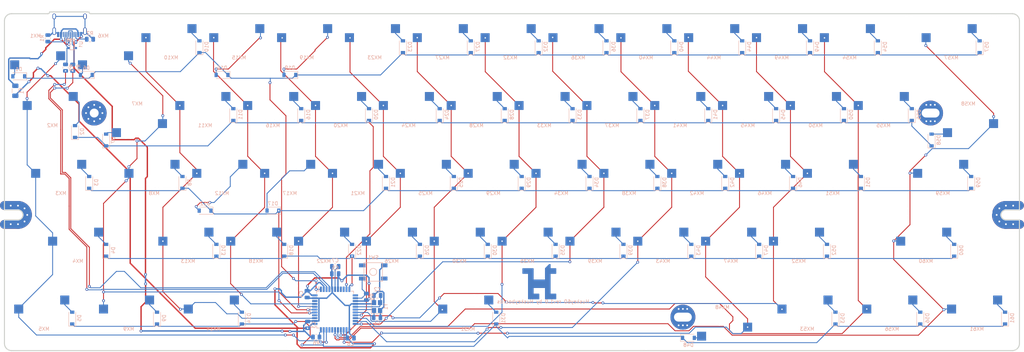
<source format=kicad_pcb>
(kicad_pcb (version 20171130) (host pcbnew "(5.1.10-1-10_14)")
  (layers (0 F.Cu signal) (31 B.Cu signal) (34 B.Paste user) (35 F.Paste user) (36 B.SilkS user) (37 F.SilkS user) (38 B.Mask user) (39 F.Mask user) (44 Edge.Cuts user))
  (net 0 "")
  (net 1 GND)
  (net 2 "Net-(C1-Pad1)")
  (net 3 "Net-(C2-Pad1)")
  (net 4 +5V)
  (net 5 "Net-(C7-Pad1)")
  (net 6 "Net-(D1-Pad2)")
  (net 7 row0)
  (net 8 "Net-(D2-Pad2)")
  (net 9 row1)
  (net 10 "Net-(D3-Pad2)")
  (net 11 row2)
  (net 12 "Net-(D4-Pad2)")
  (net 13 row3)
  (net 14 "Net-(D5-Pad2)")
  (net 15 row4)
  (net 16 "Net-(D6-Pad2)")
  (net 17 "Net-(D7-Pad2)")
  (net 18 "Net-(D8-Pad2)")
  (net 19 "Net-(D9-Pad2)")
  (net 20 "Net-(D10-Pad2)")
  (net 21 "Net-(D11-Pad2)")
  (net 22 "Net-(D12-Pad2)")
  (net 23 "Net-(D13-Pad2)")
  (net 24 "Net-(D14-Pad2)")
  (net 25 "Net-(D15-Pad2)")
  (net 26 "Net-(D16-Pad2)")
  (net 27 "Net-(D17-Pad2)")
  (net 28 "Net-(D18-Pad2)")
  (net 29 "Net-(D19-Pad2)")
  (net 30 "Net-(D20-Pad2)")
  (net 31 "Net-(D21-Pad2)")
  (net 32 "Net-(D22-Pad2)")
  (net 33 "Net-(D23-Pad2)")
  (net 34 "Net-(D24-Pad2)")
  (net 35 "Net-(D25-Pad2)")
  (net 36 "Net-(D26-Pad2)")
  (net 37 "Net-(D27-Pad2)")
  (net 38 "Net-(D28-Pad2)")
  (net 39 "Net-(D29-Pad2)")
  (net 40 "Net-(D30-Pad2)")
  (net 41 "Net-(D31-Pad2)")
  (net 42 "Net-(D32-Pad2)")
  (net 43 "Net-(D33-Pad2)")
  (net 44 "Net-(D34-Pad2)")
  (net 45 "Net-(D35-Pad2)")
  (net 46 "Net-(D36-Pad2)")
  (net 47 "Net-(D37-Pad2)")
  (net 48 "Net-(D38-Pad2)")
  (net 49 "Net-(D39-Pad2)")
  (net 50 "Net-(D40-Pad2)")
  (net 51 "Net-(D41-Pad2)")
  (net 52 "Net-(D42-Pad2)")
  (net 53 "Net-(D43-Pad2)")
  (net 54 "Net-(D44-Pad2)")
  (net 55 "Net-(D45-Pad2)")
  (net 56 "Net-(D46-Pad2)")
  (net 57 "Net-(D47-Pad2)")
  (net 58 "Net-(D48-Pad2)")
  (net 59 "Net-(D49-Pad2)")
  (net 60 "Net-(D50-Pad2)")
  (net 61 "Net-(D51-Pad2)")
  (net 62 "Net-(D52-Pad2)")
  (net 63 "Net-(D53-Pad2)")
  (net 64 "Net-(D54-Pad2)")
  (net 65 "Net-(D55-Pad2)")
  (net 66 "Net-(D56-Pad2)")
  (net 67 "Net-(D57-Pad2)")
  (net 68 "Net-(D58-Pad2)")
  (net 69 "Net-(D59-Pad2)")
  (net 70 "Net-(D60-Pad2)")
  (net 71 "Net-(D61-Pad2)")
  (net 72 VCC)
  (net 73 col0)
  (net 74 col1)
  (net 75 col2)
  (net 76 col3)
  (net 77 col4)
  (net 78 col5)
  (net 79 col6)
  (net 80 col7)
  (net 81 col8)
  (net 82 col9)
  (net 83 col10)
  (net 84 col11)
  (net 85 col12)
  (net 86 col13)
  (net 87 "Net-(R1-Pad2)")
  (net 88 "Net-(R2-Pad2)")
  (net 89 "Net-(R3-Pad2)")
  (net 90 D-)
  (net 91 "Net-(R4-Pad2)")
  (net 92 D+)
  (net 93 "Net-(R5-Pad2)")
  (net 94 "Net-(R6-Pad2)")
  (net 95 "Net-(U2-Pad42)")
  (net 96 "Net-(U2-Pad37)")
  (net 97 "Net-(U2-Pad30)")
  (net 98 "Net-(U2-Pad29)")
  (net 99 "Net-(U2-Pad12)")
  (net 100 "Net-(U2-Pad9)")
  (net 101 "Net-(U2-Pad8)")
  (net 102 "Net-(USB1-Pad3)")
  (net 103 "Net-(USB1-Pad9)")
  (module MX_Only:MXOnly-6.25U-Hotswap-ReversedStabilizers (layer F.Cu) (at 154.78125 109.5375)
    (fp_text reference MX31)
    (fp_text value MX-NoLED)
    (fp_text user %R (at 0 3.048) (layer B.SilkS) (effects (justify mirror)))
    (pad "" np_thru_hole circle (at -49.9999 -8.255) (size 3.9878 3.9878) (drill 3.9878) (layers *.Cu *.Mask))
    (pad "" np_thru_hole circle (at 49.9999 -8.255) (size 3.9878 3.9878) (drill 3.9878) (layers *.Cu *.Mask))
    (pad "" np_thru_hole circle (at -49.9999 6.985) (size 3.048 3.048) (drill 3.048) (layers *.Cu *.Mask))
    (pad "" np_thru_hole circle (at 49.9999 6.985) (size 3.048 3.048) (drill 3.048) (layers *.Cu *.Mask))
    (pad 2 smd rect (at 5.842 -5.08) (size 2.55 2.5) (layers B.Cu B.Paste B.Mask) (net 41 "Net-(D31-Pad2)"))
    (pad 1 smd rect (at -7.085 -2.54) (size 2.55 2.5) (layers B.Cu B.Paste B.Mask) (net 79 col6))
    (pad "" np_thru_hole circle (at 5.08 0 48.0996) (size 1.75 1.75) (drill 1.75) (layers *.Cu *.Mask))
    (pad "" np_thru_hole circle (at -5.08 0 48.0996) (size 1.75 1.75) (drill 1.75) (layers *.Cu *.Mask))
    (pad "" np_thru_hole circle (at -3.81 -2.54) (size 3 3) (drill 3) (layers *.Cu *.Mask))
    (pad "" np_thru_hole circle (at 0 0) (size 3.9878 3.9878) (drill 3.9878) (layers *.Cu *.Mask))
    (pad "" np_thru_hole circle (at 2.54 -5.08) (size 3 3) (drill 3) (layers *.Cu *.Mask))
  )
  (module locallib:60_Outline-Modded (layer F.Cu) (at 167.132 71.374)
    (fp_text reference REF** hide)
    (fp_text value 60_Outline hide)
    (fp_line (start -140.5 -47.3) (end -130.3 -47.3) (layer Edge.Cuts) (width 0.3))
    (fp_line (start -129.8 -47.8) (end -118.8 -47.8) (layer Edge.Cuts) (width 0.3))
    (fp_line (start 138.7 11.85095) (end 142.55 11.85095) (layer B.Cu) (width 2.5019))
    (fp_line (start 138.7 6.54905) (end 142.5 6.54905) (layer F.Cu) (width 2.5019))
    (fp_line (start 138.7 6.54905) (end 142.5 6.54905) (layer B.Cu) (width 2.5019))
    (fp_line (start 138.7 11.85095) (end 142.55 11.85095) (layer F.Cu) (width 2.5019))
    (fp_line (start -142.5 11.85095) (end -138.7 11.85095) (layer F.Cu) (width 2.5019))
    (fp_line (start -142.5 11.85095) (end -138.7 11.85095) (layer B.Cu) (width 2.5019))
    (fp_line (start -142.5 6.54905) (end -138.7 6.54905) (layer B.Cu) (width 2.5019))
    (fp_line (start -142.5 6.54905) (end -138.7 6.54905) (layer F.Cu) (width 2.5019))
    (fp_line (start 138.7 7.8) (end 142.5 7.8) (layer Edge.Cuts) (width 0.3))
    (fp_line (start 138.7 10.6) (end 142.5 10.6) (layer Edge.Cuts) (width 0.3))
    (fp_line (start 142.5 7.8) (end 142.5 -45.3) (layer Edge.Cuts) (width 0.3))
    (fp_line (start 142.5 10.6) (end 142.5 45.3) (layer Edge.Cuts) (width 0.3))
    (fp_line (start -142.5 7.8) (end -142.5 -45.3) (layer Edge.Cuts) (width 0.3))
    (fp_line (start -138.7 7.8) (end -142.5 7.8) (layer Edge.Cuts) (width 0.3))
    (fp_line (start -142.5 10.6) (end -138.7 10.6) (layer Edge.Cuts) (width 0.3))
    (fp_line (start -142.5 45.3) (end -142.5 10.6) (layer Edge.Cuts) (width 0.3))
    (fp_line (start 140.5 -47.3) (end -118.3 -47.3) (layer Edge.Cuts) (width 0.3))
    (fp_line (start -140.5 47.3) (end 140.5 47.3) (layer Edge.Cuts) (width 0.3))
    (fp_arc (start -140.5 -45.3) (end -142.5 -45.3) (angle 90) (layer Edge.Cuts) (width 0.3))
    (fp_arc (start -140.5 45.3) (end -140.5 47.3) (angle 90) (layer Edge.Cuts) (width 0.3))
    (fp_arc (start 140.5 45.3) (end 142.5 45.3) (angle 90) (layer Edge.Cuts) (width 0.3))
    (fp_arc (start 140.5 -45.3) (end 140.5 -47.3) (angle 90) (layer Edge.Cuts) (width 0.3))
    (fp_arc (start -138.7 9.2) (end -138.7 7.8) (angle 90) (layer Edge.Cuts) (width 0.3))
    (fp_arc (start 138.7 9.2) (end 138.7 7.8) (angle -90) (layer Edge.Cuts) (width 0.3))
    (fp_arc (start 138.7 9.2) (end 137.3 9.2) (angle -90) (layer Edge.Cuts) (width 0.3))
    (fp_arc (start -138.7 9.2) (end -137.3 9.2) (angle 90) (layer Edge.Cuts) (width 0.3))
    (fp_arc (start -138.7 9.2) (end -136.04905 9.2) (angle 90) (layer F.Cu) (width 2.5019))
    (fp_arc (start -138.7 9.2) (end -138.7 6.54905) (angle 90) (layer F.Cu) (width 2.5019))
    (fp_arc (start -138.7 9.2) (end -136.04905 9.2) (angle 90) (layer B.Cu) (width 2.5019))
    (fp_arc (start -138.7 9.2) (end -138.7 6.54905) (angle 90) (layer B.Cu) (width 2.5019))
    (fp_arc (start 138.7 9.2) (end 138.7 6.54905) (angle -90) (layer B.Cu) (width 2.5019))
    (fp_arc (start 138.7 9.2) (end 136.04905 9.2) (angle -90) (layer B.Cu) (width 2.5019))
    (fp_arc (start 138.7 9.2) (end 138.7 6.54905) (angle -90) (layer F.Cu) (width 2.5019))
    (fp_arc (start 138.7 9.2) (end 136.04905 9.2) (angle -90) (layer F.Cu) (width 2.5019))
    (fp_arc (start -130.3 -47.8) (end -129.8 -47.8) (angle 90) (layer Edge.Cuts) (width 0.3))
    (fp_arc (start -118.3 -47.8) (end -118.3 -47.3) (angle 90) (layer Edge.Cuts) (width 0.3))
    (pad 1 thru_hole circle (at 136.861522 11.038478) (size 1 1) (drill 0.5) (layers *.Cu *.Mask))
    (pad 1 thru_hole circle (at 138.7 11.8) (size 1 1) (drill 0.5) (layers *.Cu *.Mask))
    (pad 1 thru_hole circle (at 140.742035 11.8) (size 1 1) (drill 0.5) (layers *.Cu *.Mask))
    (pad 1 thru_hole circle (at 140.742035 6.6) (size 1 1) (drill 0.5) (layers *.Cu *.Mask))
    (pad 1 thru_hole circle (at 138.7 6.6) (size 1 1) (drill 0.5) (layers *.Cu *.Mask))
    (pad 1 thru_hole circle (at 136.861522 7.361522) (size 1 1) (drill 0.5) (layers *.Cu *.Mask))
    (pad 1 thru_hole circle (at 136.1 9.2) (size 1 1) (drill 0.5) (layers *.Cu *.Mask))
    (pad 1 thru_hole circle (at -140.742035 11.8) (size 1 1) (drill 0.5) (layers *.Cu *.Mask))
    (pad 1 thru_hole circle (at -140.742035 6.6) (size 1 1) (drill 0.5) (layers *.Cu *.Mask))
    (pad 1 thru_hole circle (at -136.861522 11.038478) (size 1 1) (drill 0.5) (layers *.Cu *.Mask))
    (pad 1 thru_hole circle (at -136.861522 7.361522) (size 1 1) (drill 0.5) (layers *.Cu *.Mask))
    (pad 1 thru_hole circle (at -138.7 11.8) (size 1 1) (drill 0.5) (layers *.Cu *.Mask))
    (pad 1 thru_hole circle (at -138.7 6.6) (size 1 1) (drill 0.5) (layers *.Cu *.Mask))
    (pad 1 thru_hole circle (at -136.1 9.2) (size 1 1) (drill 0.5) (layers *.Cu *.Mask))
    (pad 1 thru_hole circle (at 49.2 40.2) (size 1 1) (drill 0.5) (layers *.Cu *.Mask))
    (pad 1 thru_hole circle (at 46.8 40.2) (size 1 1) (drill 0.5) (layers *.Cu *.Mask))
    (pad 1 thru_hole circle (at 46.8 35.6) (size 1 1) (drill 0.5) (layers *.Cu *.Mask))
    (pad 1 thru_hole circle (at 49.2 35.6) (size 1 1) (drill 0.5) (layers *.Cu *.Mask))
    (pad 1 thru_hole circle (at 48 40.2) (size 1 1) (drill 0.5) (layers *.Cu *.Mask))
    (pad 1 thru_hole circle (at 48 35.6) (size 1 1) (drill 0.5) (layers *.Cu *.Mask))
    (pad 1 thru_hole circle (at 118.75 -21.717) (size 1 1) (drill 0.5) (layers *.Cu *.Mask))
    (pad 1 thru_hole circle (at 116.35 -21.7) (size 1 1) (drill 0.5) (layers *.Cu *.Mask))
    (pad 1 thru_hole circle (at 116.35 -17.1) (size 1 1) (drill 0.5) (layers *.Cu *.Mask))
    (pad 1 thru_hole circle (at 118.75 -17.1) (size 1 1) (drill 0.5) (layers *.Cu *.Mask))
    (pad 1 thru_hole circle (at 117.55 -17.1) (size 1 1) (drill 0.5) (layers *.Cu *.Mask))
    (pad 1 thru_hole circle (at 117.55 -21.7) (size 1 1) (drill 0.5) (layers *.Cu *.Mask))
    (pad 1 thru_hole circle (at -115.673654 -17.773654) (size 1 1) (drill 0.5) (layers *.Cu *.Mask))
    (pad 1 thru_hole circle (at -118.926346 -17.773654) (size 1 1) (drill 0.5) (layers *.Cu *.Mask))
    (pad 1 thru_hole circle (at -115.673654 -21.026346) (size 1 1) (drill 0.5) (layers *.Cu *.Mask))
    (pad 1 thru_hole circle (at -118.926346 -21.026346) (size 1 1) (drill 0.5) (layers *.Cu *.Mask))
    (pad 1 thru_hole circle (at -117.3 -17.1) (size 1 1) (drill 0.5) (layers *.Cu *.Mask))
    (pad 1 thru_hole circle (at -115 -19.4) (size 1 1) (drill 0.5) (layers *.Cu *.Mask))
    (pad 1 thru_hole circle (at -119.6 -19.4) (size 1 1) (drill 0.5) (layers *.Cu *.Mask))
    (pad 1 thru_hole circle (at -117.3 -21.7) (size 1 1) (drill 0.5) (layers *.Cu *.Mask))
    (pad 1 thru_hole circle (at 117.55 -19.4) (size 7.00024 7.00024) (drill oval 5.00126 2.49936) (layers *.Cu *.Mask))
    (pad 1 thru_hole circle (at 48 37.9) (size 7.00024 7.00024) (drill oval 5.00126 2.49936) (layers *.Cu *.Mask))
    (pad 1 thru_hole circle (at -117.3 -19.4) (size 7.0013 7.0013) (drill 2.4994) (layers *.Cu *.Mask))
  )
  (module Crystal:Crystal_SMD_3225-4Pin_3.2x2.5mm (layer B.Cu) (at 129.25425 106.299 90)
    (fp_text reference Y1 (at 0 2.45 90) (layer B.SilkS) (effects (justify mirror)))
    (fp_text value 16MHz)
    (pad 4 smd rect (at -1.1 0.85 90) (size 1.4 1.2) (layers B.Cu B.Paste B.Mask) (net 1 GND))
    (pad 3 smd rect (at 1.1 0.85 90) (size 1.4 1.2) (layers B.Cu B.Paste B.Mask) (net 3 "Net-(C2-Pad1)"))
    (pad 2 smd rect (at 1.1 -0.85 90) (size 1.4 1.2) (layers B.Cu B.Paste B.Mask) (net 1 GND))
    (pad 1 smd rect (at -1.1 -0.85 90) (size 1.4 1.2) (layers B.Cu B.Paste B.Mask) (net 2 "Net-(C1-Pad1)"))
  )
  (module Keebio-Parts:HRO-TYPE-C-31-M-12-Assembly (layer B.Cu) (at 42.926 22.225)
    (fp_text reference USB1 (at 0 9.25) (layer B.SilkS) (effects (font (size 0.8 0.8)) (justify mirror)))
    (fp_text value HRO-TYPE-C-31-M-12)
    (pad 12 smd rect (at 3.225 7.695) (size 0.6 1.45) (layers B.Cu B.Paste B.Mask) (net 1 GND))
    (pad 1 smd rect (at -3.225 7.695) (size 0.6 1.45) (layers B.Cu B.Paste B.Mask) (net 1 GND))
    (pad 11 smd rect (at 2.45 7.695) (size 0.6 1.45) (layers B.Cu B.Paste B.Mask) (net 72 VCC))
    (pad 2 smd rect (at -2.45 7.695) (size 0.6 1.45) (layers B.Cu B.Paste B.Mask) (net 72 VCC))
    (pad 3 smd rect (at -1.75 7.695) (size 0.3 1.45) (layers B.Cu B.Paste B.Mask) (net 102 "Net-(USB1-Pad3)"))
    (pad 10 smd rect (at 1.75 7.695) (size 0.3 1.45) (layers B.Cu B.Paste B.Mask) (net 88 "Net-(R2-Pad2)"))
    (pad 4 smd rect (at -1.25 7.695) (size 0.3 1.45) (layers B.Cu B.Paste B.Mask) (net 87 "Net-(R1-Pad2)"))
    (pad 9 smd rect (at 1.25 7.695) (size 0.3 1.45) (layers B.Cu B.Paste B.Mask) (net 103 "Net-(USB1-Pad9)"))
    (pad 5 smd rect (at -0.75 7.695) (size 0.3 1.45) (layers B.Cu B.Paste B.Mask) (net 89 "Net-(R3-Pad2)"))
    (pad 8 smd rect (at 0.75 7.695) (size 0.3 1.45) (layers B.Cu B.Paste B.Mask) (net 91 "Net-(R4-Pad2)"))
    (pad 7 smd rect (at 0.25 7.695) (size 0.3 1.45) (layers B.Cu B.Paste B.Mask) (net 89 "Net-(R3-Pad2)"))
    (pad 6 smd rect (at -0.25 7.695) (size 0.3 1.45) (layers B.Cu B.Paste B.Mask) (net 91 "Net-(R4-Pad2)"))
    (pad "" np_thru_hole circle (at 2.89 6.25) (size 0.65 0.65) (drill 0.65) (layers *.Cu *.Mask))
    (pad "" np_thru_hole circle (at -2.89 6.25) (size 0.65 0.65) (drill 0.65) (layers *.Cu *.Mask))
    (pad 13 thru_hole oval (at -4.32 6.78) (size 1 2.1) (drill oval 0.6 1.7) (layers *.Cu *.Mask) (net 1 GND))
    (pad 13 thru_hole oval (at 4.32 6.78) (size 1 2.1) (drill oval 0.6 1.7) (layers *.Cu *.Mask) (net 1 GND))
    (pad 13 thru_hole oval (at -4.32 2.6) (size 1 1.6) (drill oval 0.6 1.2) (layers *.Cu *.Mask) (net 1 GND))
    (pad 13 thru_hole oval (at 4.32 2.6) (size 1 1.6) (drill oval 0.6 1.2) (layers *.Cu *.Mask) (net 1 GND))
  )
  (module Package_QFP:TQFP-44_10x10mm_P0.8mm (layer B.Cu) (at 117.475 107.15625 270)
    (fp_text reference U2 (at 0 7.45 90) (layer B.SilkS) (effects (justify mirror)))
    (fp_text value ATmega32U4-AU)
    (pad 44 smd rect (at -4 5.7 180) (size 1.5 0.55) (layers B.Cu B.Paste B.Mask) (net 4 +5V))
    (pad 43 smd rect (at -3.2 5.7 180) (size 1.5 0.55) (layers B.Cu B.Paste B.Mask) (net 1 GND))
    (pad 42 smd rect (at -2.4 5.7 180) (size 1.5 0.55) (layers B.Cu B.Paste B.Mask) (net 95 "Net-(U2-Pad42)"))
    (pad 41 smd rect (at -1.6 5.7 180) (size 1.5 0.55) (layers B.Cu B.Paste B.Mask) (net 76 col3))
    (pad 40 smd rect (at -0.8 5.7 180) (size 1.5 0.55) (layers B.Cu B.Paste B.Mask) (net 77 col4))
    (pad 39 smd rect (at 0 5.7 180) (size 1.5 0.55) (layers B.Cu B.Paste B.Mask) (net 11 row2))
    (pad 38 smd rect (at 0.8 5.7 180) (size 1.5 0.55) (layers B.Cu B.Paste B.Mask) (net 74 col1))
    (pad 37 smd rect (at 1.6 5.7 180) (size 1.5 0.55) (layers B.Cu B.Paste B.Mask) (net 96 "Net-(U2-Pad37)"))
    (pad 36 smd rect (at 2.4 5.7 180) (size 1.5 0.55) (layers B.Cu B.Paste B.Mask) (net 75 col2))
    (pad 35 smd rect (at 3.2 5.7 180) (size 1.5 0.55) (layers B.Cu B.Paste B.Mask) (net 1 GND))
    (pad 34 smd rect (at 4 5.7 180) (size 1.5 0.55) (layers B.Cu B.Paste B.Mask) (net 4 +5V))
    (pad 33 smd rect (at 5.7 4 270) (size 1.5 0.55) (layers B.Cu B.Paste B.Mask) (net 94 "Net-(R6-Pad2)"))
    (pad 32 smd rect (at 5.7 3.2 270) (size 1.5 0.55) (layers B.Cu B.Paste B.Mask) (net 15 row4))
    (pad 31 smd rect (at 5.7 2.4 270) (size 1.5 0.55) (layers B.Cu B.Paste B.Mask) (net 73 col0))
    (pad 30 smd rect (at 5.7 1.6 270) (size 1.5 0.55) (layers B.Cu B.Paste B.Mask) (net 97 "Net-(U2-Pad30)"))
    (pad 29 smd rect (at 5.7 0.8 270) (size 1.5 0.55) (layers B.Cu B.Paste B.Mask) (net 98 "Net-(U2-Pad29)"))
    (pad 28 smd rect (at 5.7 0 270) (size 1.5 0.55) (layers B.Cu B.Paste B.Mask) (net 86 col13))
    (pad 27 smd rect (at 5.7 -0.8 270) (size 1.5 0.55) (layers B.Cu B.Paste B.Mask) (net 85 col12))
    (pad 26 smd rect (at 5.7 -1.6 270) (size 1.5 0.55) (layers B.Cu B.Paste B.Mask) (net 84 col11))
    (pad 25 smd rect (at 5.7 -2.4 270) (size 1.5 0.55) (layers B.Cu B.Paste B.Mask) (net 83 col10))
    (pad 24 smd rect (at 5.7 -3.2 270) (size 1.5 0.55) (layers B.Cu B.Paste B.Mask) (net 4 +5V))
    (pad 23 smd rect (at 5.7 -4 270) (size 1.5 0.55) (layers B.Cu B.Paste B.Mask) (net 1 GND))
    (pad 22 smd rect (at 4 -5.7 180) (size 1.5 0.55) (layers B.Cu B.Paste B.Mask) (net 81 col8))
    (pad 21 smd rect (at 3.2 -5.7 180) (size 1.5 0.55) (layers B.Cu B.Paste B.Mask) (net 82 col9))
    (pad 20 smd rect (at 2.4 -5.7 180) (size 1.5 0.55) (layers B.Cu B.Paste B.Mask) (net 80 col7))
    (pad 19 smd rect (at 1.6 -5.7 180) (size 1.5 0.55) (layers B.Cu B.Paste B.Mask) (net 78 col5))
    (pad 18 smd rect (at 0.8 -5.7 180) (size 1.5 0.55) (layers B.Cu B.Paste B.Mask) (net 79 col6))
    (pad 17 smd rect (at 0 -5.7 180) (size 1.5 0.55) (layers B.Cu B.Paste B.Mask) (net 2 "Net-(C1-Pad1)"))
    (pad 16 smd rect (at -0.8 -5.7 180) (size 1.5 0.55) (layers B.Cu B.Paste B.Mask) (net 3 "Net-(C2-Pad1)"))
    (pad 15 smd rect (at -1.6 -5.7 180) (size 1.5 0.55) (layers B.Cu B.Paste B.Mask) (net 1 GND))
    (pad 14 smd rect (at -2.4 -5.7 180) (size 1.5 0.55) (layers B.Cu B.Paste B.Mask) (net 4 +5V))
    (pad 13 smd rect (at -3.2 -5.7 180) (size 1.5 0.55) (layers B.Cu B.Paste B.Mask) (net 93 "Net-(R5-Pad2)"))
    (pad 12 smd rect (at -4 -5.7 180) (size 1.5 0.55) (layers B.Cu B.Paste B.Mask) (net 99 "Net-(U2-Pad12)"))
    (pad 11 smd rect (at -5.7 -4 270) (size 1.5 0.55) (layers B.Cu B.Paste B.Mask) (net 13 row3))
    (pad 10 smd rect (at -5.7 -3.2 270) (size 1.5 0.55) (layers B.Cu B.Paste B.Mask) (net 9 row1))
    (pad 9 smd rect (at -5.7 -2.4 270) (size 1.5 0.55) (layers B.Cu B.Paste B.Mask) (net 100 "Net-(U2-Pad9)"))
    (pad 8 smd rect (at -5.7 -1.6 270) (size 1.5 0.55) (layers B.Cu B.Paste B.Mask) (net 101 "Net-(U2-Pad8)"))
    (pad 7 smd rect (at -5.7 -0.8 270) (size 1.5 0.55) (layers B.Cu B.Paste B.Mask) (net 4 +5V))
    (pad 6 smd rect (at -5.7 0 270) (size 1.5 0.55) (layers B.Cu B.Paste B.Mask) (net 5 "Net-(C7-Pad1)"))
    (pad 5 smd rect (at -5.7 0.8 270) (size 1.5 0.55) (layers B.Cu B.Paste B.Mask) (net 1 GND))
    (pad 4 smd rect (at -5.7 1.6 270) (size 1.5 0.55) (layers B.Cu B.Paste B.Mask) (net 92 D+))
    (pad 3 smd rect (at -5.7 2.4 270) (size 1.5 0.55) (layers B.Cu B.Paste B.Mask) (net 90 D-))
    (pad 2 smd rect (at -5.7 3.2 270) (size 1.5 0.55) (layers B.Cu B.Paste B.Mask) (net 4 +5V))
    (pad 1 smd rect (at -5.7 4 270) (size 1.5 0.55) (layers B.Cu B.Paste B.Mask) (net 7 row0))
  )
  (module locallib:SOT143B (layer B.Cu) (at 43.672 32.7635 270)
    (fp_text reference U1 (at 0 -2.45 90) (layer B.SilkS) (effects (justify mirror)))
    (fp_text value PRTR5V0U2X)
    (pad 1 smd rect (at -0.75 -1 270) (size 1 0.7) (layers B.Cu B.Paste B.Mask) (net 1 GND))
    (pad 4 smd rect (at -0.95 1 270) (size 0.6 0.7) (layers B.Cu B.Paste B.Mask) (net 72 VCC))
    (pad 2 smd rect (at 0.95 -1 270) (size 0.6 0.7) (layers B.Cu B.Paste B.Mask) (net 91 "Net-(R4-Pad2)"))
    (pad 3 smd rect (at 0.95 1 270) (size 0.6 0.7) (layers B.Cu B.Paste B.Mask) (net 89 "Net-(R3-Pad2)"))
  )
  (module random-keyboard-parts:SKQG-1155865 (layer B.Cu) (at 128.17475 96.5835)
    (fp_text reference SW1 (at 0 -4.064) (layer B.SilkS) (effects (justify mirror)))
    (fp_text value SW_Push)
    (pad 4 smd rect (at -3.1 -1.85) (size 1.8 1.1) (layers B.Cu B.Paste B.Mask))
    (pad 3 smd rect (at 3.1 1.85) (size 1.8 1.1) (layers B.Cu B.Paste B.Mask))
    (pad 2 smd rect (at -3.1 1.85) (size 1.8 1.1) (layers B.Cu B.Paste B.Mask) (net 93 "Net-(R5-Pad2)"))
    (pad 1 smd rect (at 3.1 -1.85) (size 1.8 1.1) (layers B.Cu B.Paste B.Mask) (net 1 GND))
  )
  (module Resistor_SMD:R_0805_2012Metric (layer B.Cu) (at 112.17275 114.8715)
    (fp_text reference R6 (at 0 1.65) (layer B.SilkS) (effects (justify mirror)))
    (fp_text value 1kΩ)
    (pad 2 smd roundrect (at 0.9125 0) (size 1.025 1.4) (layers B.Cu B.Paste B.Mask) (roundrect_rratio 0.2439004878048781) (net 94 "Net-(R6-Pad2)"))
    (pad 1 smd roundrect (at -0.9125 0) (size 1.025 1.4) (layers B.Cu B.Paste B.Mask) (roundrect_rratio 0.2439004878048781) (net 1 GND))
  )
  (module Resistor_SMD:R_0805_2012Metric (layer B.Cu) (at 126.26975 103.5685 90)
    (fp_text reference R5 (at 0 1.65 90) (layer B.SilkS) (effects (justify mirror)))
    (fp_text value 10kΩ)
    (pad 2 smd roundrect (at 0.9125 0 90) (size 1.025 1.4) (layers B.Cu B.Paste B.Mask) (roundrect_rratio 0.2439004878048781) (net 93 "Net-(R5-Pad2)"))
    (pad 1 smd roundrect (at -0.9125 0 90) (size 1.025 1.4) (layers B.Cu B.Paste B.Mask) (roundrect_rratio 0.2439004878048781) (net 4 +5V))
  )
  (module Resistor_SMD:R_0805_2012Metric (layer B.Cu) (at 43.815 39.243 90)
    (fp_text reference R4 (at 0 1.65 90) (layer B.SilkS) (effects (justify mirror)))
    (fp_text value 22Ω)
    (pad 2 smd roundrect (at 0.9125 0 90) (size 1.025 1.4) (layers B.Cu B.Paste B.Mask) (roundrect_rratio 0.2439004878048781) (net 91 "Net-(R4-Pad2)"))
    (pad 1 smd roundrect (at -0.9125 0 90) (size 1.025 1.4) (layers B.Cu B.Paste B.Mask) (roundrect_rratio 0.2439004878048781) (net 92 D+))
  )
  (module Resistor_SMD:R_0805_2012Metric (layer B.Cu) (at 41.783 39.2195 90)
    (fp_text reference R3 (at 0 1.65 90) (layer B.SilkS) (effects (justify mirror)))
    (fp_text value 22Ω)
    (pad 2 smd roundrect (at 0.9125 0 90) (size 1.025 1.4) (layers B.Cu B.Paste B.Mask) (roundrect_rratio 0.2439004878048781) (net 89 "Net-(R3-Pad2)"))
    (pad 1 smd roundrect (at -0.9125 0 90) (size 1.025 1.4) (layers B.Cu B.Paste B.Mask) (roundrect_rratio 0.2439004878048781) (net 90 D-))
  )
  (module Resistor_SMD:R_0805_2012Metric (layer B.Cu) (at 48.641 31.242 180)
    (fp_text reference R2 (at 0 1.65) (layer B.SilkS) (effects (justify mirror)))
    (fp_text value 5.1kΩ)
    (pad 2 smd roundrect (at 0.9125 0 180) (size 1.025 1.4) (layers B.Cu B.Paste B.Mask) (roundrect_rratio 0.2439004878048781) (net 88 "Net-(R2-Pad2)"))
    (pad 1 smd roundrect (at -0.9125 0 180) (size 1.025 1.4) (layers B.Cu B.Paste B.Mask) (roundrect_rratio 0.2439004878048781) (net 1 GND))
  )
  (module Resistor_SMD:R_0805_2012Metric (layer B.Cu) (at 36.83 30.988 270)
    (fp_text reference R1 (at 0 1.65 90) (layer B.SilkS) (effects (justify mirror)))
    (fp_text value 5.1kΩ)
    (pad 2 smd roundrect (at 0.9125 0 270) (size 1.025 1.4) (layers B.Cu B.Paste B.Mask) (roundrect_rratio 0.2439004878048781) (net 87 "Net-(R1-Pad2)"))
    (pad 1 smd roundrect (at -0.9125 0 270) (size 1.025 1.4) (layers B.Cu B.Paste B.Mask) (roundrect_rratio 0.2439004878048781) (net 1 GND))
  )
  (module MX_Only:MXOnly-1.25U-Hotswap (layer F.Cu) (at 297.65625 109.5375)
    (fp_text reference MX61)
    (fp_text value MX-NoLED)
    (fp_text user %R (at 0 3.048) (layer B.SilkS) (effects (justify mirror)))
    (pad 2 smd rect (at 5.842 -5.08) (size 2.55 2.5) (layers B.Cu B.Paste B.Mask) (net 71 "Net-(D61-Pad2)"))
    (pad 1 smd rect (at -7.085 -2.54) (size 2.55 2.5) (layers B.Cu B.Paste B.Mask) (net 86 col13))
    (pad "" np_thru_hole circle (at 5.08 0 48.0996) (size 1.75 1.75) (drill 1.75) (layers *.Cu *.Mask))
    (pad "" np_thru_hole circle (at -5.08 0 48.0996) (size 1.75 1.75) (drill 1.75) (layers *.Cu *.Mask))
    (pad "" np_thru_hole circle (at -3.81 -2.54) (size 3 3) (drill 3) (layers *.Cu *.Mask))
    (pad "" np_thru_hole circle (at 0 0) (size 3.9878 3.9878) (drill 3.9878) (layers *.Cu *.Mask))
    (pad "" np_thru_hole circle (at 2.54 -5.08) (size 3 3) (drill 3) (layers *.Cu *.Mask))
  )
  (module MX_Only:MXOnly-2.75U-Hotswap (layer F.Cu) (at 283.36875 90.4875)
    (fp_text reference MX60)
    (fp_text value MX-NoLED)
    (fp_text user %R (at 0 3.048) (layer B.SilkS) (effects (justify mirror)))
    (pad "" np_thru_hole circle (at -11.938 8.255) (size 3.9878 3.9878) (drill 3.9878) (layers *.Cu *.Mask))
    (pad "" np_thru_hole circle (at 11.938 8.255) (size 3.9878 3.9878) (drill 3.9878) (layers *.Cu *.Mask))
    (pad "" np_thru_hole circle (at -11.938 -6.985) (size 3.048 3.048) (drill 3.048) (layers *.Cu *.Mask))
    (pad "" np_thru_hole circle (at 11.938 -6.985) (size 3.048 3.048) (drill 3.048) (layers *.Cu *.Mask))
    (pad 2 smd rect (at 5.842 -5.08) (size 2.55 2.5) (layers B.Cu B.Paste B.Mask) (net 70 "Net-(D60-Pad2)"))
    (pad 1 smd rect (at -7.085 -2.54) (size 2.55 2.5) (layers B.Cu B.Paste B.Mask) (net 86 col13))
    (pad "" np_thru_hole circle (at 5.08 0 48.0996) (size 1.75 1.75) (drill 1.75) (layers *.Cu *.Mask))
    (pad "" np_thru_hole circle (at -5.08 0 48.0996) (size 1.75 1.75) (drill 1.75) (layers *.Cu *.Mask))
    (pad "" np_thru_hole circle (at -3.81 -2.54) (size 3 3) (drill 3) (layers *.Cu *.Mask))
    (pad "" np_thru_hole circle (at 0 0) (size 3.9878 3.9878) (drill 3.9878) (layers *.Cu *.Mask))
    (pad "" np_thru_hole circle (at 2.54 -5.08) (size 3 3) (drill 3) (layers *.Cu *.Mask))
  )
  (module MX_Only:MXOnly-2.25U-Hotswap (layer F.Cu) (at 288.13125 71.4375)
    (fp_text reference MX59)
    (fp_text value MX-NoLED)
    (fp_text user %R (at 0 3.048) (layer B.SilkS) (effects (justify mirror)))
    (pad "" np_thru_hole circle (at -11.938 8.255) (size 3.9878 3.9878) (drill 3.9878) (layers *.Cu *.Mask))
    (pad "" np_thru_hole circle (at 11.938 8.255) (size 3.9878 3.9878) (drill 3.9878) (layers *.Cu *.Mask))
    (pad "" np_thru_hole circle (at -11.938 -6.985) (size 3.048 3.048) (drill 3.048) (layers *.Cu *.Mask))
    (pad "" np_thru_hole circle (at 11.938 -6.985) (size 3.048 3.048) (drill 3.048) (layers *.Cu *.Mask))
    (pad 2 smd rect (at 5.842 -5.08) (size 2.55 2.5) (layers B.Cu B.Paste B.Mask) (net 69 "Net-(D59-Pad2)"))
    (pad 1 smd rect (at -7.085 -2.54) (size 2.55 2.5) (layers B.Cu B.Paste B.Mask) (net 86 col13))
    (pad "" np_thru_hole circle (at 5.08 0 48.0996) (size 1.75 1.75) (drill 1.75) (layers *.Cu *.Mask))
    (pad "" np_thru_hole circle (at -5.08 0 48.0996) (size 1.75 1.75) (drill 1.75) (layers *.Cu *.Mask))
    (pad "" np_thru_hole circle (at -3.81 -2.54) (size 3 3) (drill 3) (layers *.Cu *.Mask))
    (pad "" np_thru_hole circle (at 0 0) (size 3.9878 3.9878) (drill 3.9878) (layers *.Cu *.Mask))
    (pad "" np_thru_hole circle (at 2.54 -5.08) (size 3 3) (drill 3) (layers *.Cu *.Mask))
  )
  (module MX_Only:MXOnly-1.5U-Hotswap (layer F.Cu) (at 295.275 52.3875 180)
    (fp_text reference MX58)
    (fp_text value MX-NoLED)
    (fp_text user %R (at 0 3.048) (layer B.SilkS) (effects (justify mirror)))
    (pad 2 smd rect (at 5.842 -5.08 180) (size 2.55 2.5) (layers B.Cu B.Paste B.Mask) (net 68 "Net-(D58-Pad2)"))
    (pad 1 smd rect (at -7.085 -2.54 180) (size 2.55 2.5) (layers B.Cu B.Paste B.Mask) (net 86 col13))
    (pad "" np_thru_hole circle (at 5.08 0 228.0996) (size 1.75 1.75) (drill 1.75) (layers *.Cu *.Mask))
    (pad "" np_thru_hole circle (at -5.08 0 228.0996) (size 1.75 1.75) (drill 1.75) (layers *.Cu *.Mask))
    (pad "" np_thru_hole circle (at -3.81 -2.54 180) (size 3 3) (drill 3) (layers *.Cu *.Mask))
    (pad "" np_thru_hole circle (at 0 0 180) (size 3.9878 3.9878) (drill 3.9878) (layers *.Cu *.Mask))
    (pad "" np_thru_hole circle (at 2.54 -5.08 180) (size 3 3) (drill 3) (layers *.Cu *.Mask))
  )
  (module MX_Only:MXOnly-2U-Hotswap (layer F.Cu) (at 290.5125 33.3375)
    (fp_text reference MX57)
    (fp_text value MX-NoLED)
    (fp_text user %R (at 0 3.048) (layer B.SilkS) (effects (justify mirror)))
    (pad "" np_thru_hole circle (at -11.938 8.255) (size 3.9878 3.9878) (drill 3.9878) (layers *.Cu *.Mask))
    (pad "" np_thru_hole circle (at 11.938 8.255) (size 3.9878 3.9878) (drill 3.9878) (layers *.Cu *.Mask))
    (pad "" np_thru_hole circle (at -11.938 -6.985) (size 3.048 3.048) (drill 3.048) (layers *.Cu *.Mask))
    (pad "" np_thru_hole circle (at 11.938 -6.985) (size 3.048 3.048) (drill 3.048) (layers *.Cu *.Mask))
    (pad 2 smd rect (at 5.842 -5.08) (size 2.55 2.5) (layers B.Cu B.Paste B.Mask) (net 67 "Net-(D57-Pad2)"))
    (pad 1 smd rect (at -7.085 -2.54) (size 2.55 2.5) (layers B.Cu B.Paste B.Mask) (net 86 col13))
    (pad "" np_thru_hole circle (at 5.08 0 48.0996) (size 1.75 1.75) (drill 1.75) (layers *.Cu *.Mask))
    (pad "" np_thru_hole circle (at -5.08 0 48.0996) (size 1.75 1.75) (drill 1.75) (layers *.Cu *.Mask))
    (pad "" np_thru_hole circle (at -3.81 -2.54) (size 3 3) (drill 3) (layers *.Cu *.Mask))
    (pad "" np_thru_hole circle (at 0 0) (size 3.9878 3.9878) (drill 3.9878) (layers *.Cu *.Mask))
    (pad "" np_thru_hole circle (at 2.54 -5.08) (size 3 3) (drill 3) (layers *.Cu *.Mask))
  )
  (module MX_Only:MXOnly-1.25U-Hotswap (layer F.Cu) (at 273.84375 109.5375)
    (fp_text reference MX56)
    (fp_text value MX-NoLED)
    (fp_text user %R (at 0 3.048) (layer B.SilkS) (effects (justify mirror)))
    (pad 2 smd rect (at 5.842 -5.08) (size 2.55 2.5) (layers B.Cu B.Paste B.Mask) (net 66 "Net-(D56-Pad2)"))
    (pad 1 smd rect (at -7.085 -2.54) (size 2.55 2.5) (layers B.Cu B.Paste B.Mask) (net 85 col12))
    (pad "" np_thru_hole circle (at 5.08 0 48.0996) (size 1.75 1.75) (drill 1.75) (layers *.Cu *.Mask))
    (pad "" np_thru_hole circle (at -5.08 0 48.0996) (size 1.75 1.75) (drill 1.75) (layers *.Cu *.Mask))
    (pad "" np_thru_hole circle (at -3.81 -2.54) (size 3 3) (drill 3) (layers *.Cu *.Mask))
    (pad "" np_thru_hole circle (at 0 0) (size 3.9878 3.9878) (drill 3.9878) (layers *.Cu *.Mask))
    (pad "" np_thru_hole circle (at 2.54 -5.08) (size 3 3) (drill 3) (layers *.Cu *.Mask))
  )
  (module MX_Only:MXOnly-1U-Hotswap (layer F.Cu) (at 271.4625 52.3875)
    (fp_text reference MX55)
    (fp_text value MX-NoLED)
    (fp_text user %R (at 0 3.048) (layer B.SilkS) (effects (justify mirror)))
    (pad 2 smd rect (at 5.842 -5.08) (size 2.55 2.5) (layers B.Cu B.Paste B.Mask) (net 65 "Net-(D55-Pad2)"))
    (pad 1 smd rect (at -7.085 -2.54) (size 2.55 2.5) (layers B.Cu B.Paste B.Mask) (net 85 col12))
    (pad "" np_thru_hole circle (at 5.08 0 48.0996) (size 1.75 1.75) (drill 1.75) (layers *.Cu *.Mask))
    (pad "" np_thru_hole circle (at -5.08 0 48.0996) (size 1.75 1.75) (drill 1.75) (layers *.Cu *.Mask))
    (pad "" np_thru_hole circle (at -3.81 -2.54) (size 3 3) (drill 3) (layers *.Cu *.Mask))
    (pad "" np_thru_hole circle (at 0 0) (size 3.9878 3.9878) (drill 3.9878) (layers *.Cu *.Mask))
    (pad "" np_thru_hole circle (at 2.54 -5.08) (size 3 3) (drill 3) (layers *.Cu *.Mask))
  )
  (module MX_Only:MXOnly-1U-Hotswap (layer F.Cu) (at 261.9375 33.3375)
    (fp_text reference MX54)
    (fp_text value MX-NoLED)
    (fp_text user %R (at 0 3.048) (layer B.SilkS) (effects (justify mirror)))
    (pad 2 smd rect (at 5.842 -5.08) (size 2.55 2.5) (layers B.Cu B.Paste B.Mask) (net 64 "Net-(D54-Pad2)"))
    (pad 1 smd rect (at -7.085 -2.54) (size 2.55 2.5) (layers B.Cu B.Paste B.Mask) (net 85 col12))
    (pad "" np_thru_hole circle (at 5.08 0 48.0996) (size 1.75 1.75) (drill 1.75) (layers *.Cu *.Mask))
    (pad "" np_thru_hole circle (at -5.08 0 48.0996) (size 1.75 1.75) (drill 1.75) (layers *.Cu *.Mask))
    (pad "" np_thru_hole circle (at -3.81 -2.54) (size 3 3) (drill 3) (layers *.Cu *.Mask))
    (pad "" np_thru_hole circle (at 0 0) (size 3.9878 3.9878) (drill 3.9878) (layers *.Cu *.Mask))
    (pad "" np_thru_hole circle (at 2.54 -5.08) (size 3 3) (drill 3) (layers *.Cu *.Mask))
  )
  (module MX_Only:MXOnly-1.25U-Hotswap (layer F.Cu) (at 250.03125 109.5375)
    (fp_text reference MX53)
    (fp_text value MX-NoLED)
    (fp_text user %R (at 0 3.048) (layer B.SilkS) (effects (justify mirror)))
    (pad 2 smd rect (at 5.842 -5.08) (size 2.55 2.5) (layers B.Cu B.Paste B.Mask) (net 63 "Net-(D53-Pad2)"))
    (pad 1 smd rect (at -7.085 -2.54) (size 2.55 2.5) (layers B.Cu B.Paste B.Mask) (net 84 col11))
    (pad "" np_thru_hole circle (at 5.08 0 48.0996) (size 1.75 1.75) (drill 1.75) (layers *.Cu *.Mask))
    (pad "" np_thru_hole circle (at -5.08 0 48.0996) (size 1.75 1.75) (drill 1.75) (layers *.Cu *.Mask))
    (pad "" np_thru_hole circle (at -3.81 -2.54) (size 3 3) (drill 3) (layers *.Cu *.Mask))
    (pad "" np_thru_hole circle (at 0 0) (size 3.9878 3.9878) (drill 3.9878) (layers *.Cu *.Mask))
    (pad "" np_thru_hole circle (at 2.54 -5.08) (size 3 3) (drill 3) (layers *.Cu *.Mask))
  )
  (module MX_Only:MXOnly-1U-Hotswap (layer F.Cu) (at 247.65 90.4875)
    (fp_text reference MX52)
    (fp_text value MX-NoLED)
    (fp_text user %R (at 0 3.048) (layer B.SilkS) (effects (justify mirror)))
    (pad 2 smd rect (at 5.842 -5.08) (size 2.55 2.5) (layers B.Cu B.Paste B.Mask) (net 62 "Net-(D52-Pad2)"))
    (pad 1 smd rect (at -7.085 -2.54) (size 2.55 2.5) (layers B.Cu B.Paste B.Mask) (net 84 col11))
    (pad "" np_thru_hole circle (at 5.08 0 48.0996) (size 1.75 1.75) (drill 1.75) (layers *.Cu *.Mask))
    (pad "" np_thru_hole circle (at -5.08 0 48.0996) (size 1.75 1.75) (drill 1.75) (layers *.Cu *.Mask))
    (pad "" np_thru_hole circle (at -3.81 -2.54) (size 3 3) (drill 3) (layers *.Cu *.Mask))
    (pad "" np_thru_hole circle (at 0 0) (size 3.9878 3.9878) (drill 3.9878) (layers *.Cu *.Mask))
    (pad "" np_thru_hole circle (at 2.54 -5.08) (size 3 3) (drill 3) (layers *.Cu *.Mask))
  )
  (module MX_Only:MXOnly-1U-Hotswap (layer F.Cu) (at 257.175 71.4375)
    (fp_text reference MX51)
    (fp_text value MX-NoLED)
    (fp_text user %R (at 0 3.048) (layer B.SilkS) (effects (justify mirror)))
    (pad 2 smd rect (at 5.842 -5.08) (size 2.55 2.5) (layers B.Cu B.Paste B.Mask) (net 61 "Net-(D51-Pad2)"))
    (pad 1 smd rect (at -7.085 -2.54) (size 2.55 2.5) (layers B.Cu B.Paste B.Mask) (net 84 col11))
    (pad "" np_thru_hole circle (at 5.08 0 48.0996) (size 1.75 1.75) (drill 1.75) (layers *.Cu *.Mask))
    (pad "" np_thru_hole circle (at -5.08 0 48.0996) (size 1.75 1.75) (drill 1.75) (layers *.Cu *.Mask))
    (pad "" np_thru_hole circle (at -3.81 -2.54) (size 3 3) (drill 3) (layers *.Cu *.Mask))
    (pad "" np_thru_hole circle (at 0 0) (size 3.9878 3.9878) (drill 3.9878) (layers *.Cu *.Mask))
    (pad "" np_thru_hole circle (at 2.54 -5.08) (size 3 3) (drill 3) (layers *.Cu *.Mask))
  )
  (module MX_Only:MXOnly-1U-Hotswap (layer F.Cu) (at 252.4125 52.3875)
    (fp_text reference MX50)
    (fp_text value MX-NoLED)
    (fp_text user %R (at 0 3.048) (layer B.SilkS) (effects (justify mirror)))
    (pad 2 smd rect (at 5.842 -5.08) (size 2.55 2.5) (layers B.Cu B.Paste B.Mask) (net 60 "Net-(D50-Pad2)"))
    (pad 1 smd rect (at -7.085 -2.54) (size 2.55 2.5) (layers B.Cu B.Paste B.Mask) (net 84 col11))
    (pad "" np_thru_hole circle (at 5.08 0 48.0996) (size 1.75 1.75) (drill 1.75) (layers *.Cu *.Mask))
    (pad "" np_thru_hole circle (at -5.08 0 48.0996) (size 1.75 1.75) (drill 1.75) (layers *.Cu *.Mask))
    (pad "" np_thru_hole circle (at -3.81 -2.54) (size 3 3) (drill 3) (layers *.Cu *.Mask))
    (pad "" np_thru_hole circle (at 0 0) (size 3.9878 3.9878) (drill 3.9878) (layers *.Cu *.Mask))
    (pad "" np_thru_hole circle (at 2.54 -5.08) (size 3 3) (drill 3) (layers *.Cu *.Mask))
  )
  (module MX_Only:MXOnly-1U-Hotswap (layer F.Cu) (at 242.8875 33.3375)
    (fp_text reference MX49)
    (fp_text value MX-NoLED)
    (fp_text user %R (at 0 3.048) (layer B.SilkS) (effects (justify mirror)))
    (pad 2 smd rect (at 5.842 -5.08) (size 2.55 2.5) (layers B.Cu B.Paste B.Mask) (net 59 "Net-(D49-Pad2)"))
    (pad 1 smd rect (at -7.085 -2.54) (size 2.55 2.5) (layers B.Cu B.Paste B.Mask) (net 84 col11))
    (pad "" np_thru_hole circle (at 5.08 0 48.0996) (size 1.75 1.75) (drill 1.75) (layers *.Cu *.Mask))
    (pad "" np_thru_hole circle (at -5.08 0 48.0996) (size 1.75 1.75) (drill 1.75) (layers *.Cu *.Mask))
    (pad "" np_thru_hole circle (at -3.81 -2.54) (size 3 3) (drill 3) (layers *.Cu *.Mask))
    (pad "" np_thru_hole circle (at 0 0) (size 3.9878 3.9878) (drill 3.9878) (layers *.Cu *.Mask))
    (pad "" np_thru_hole circle (at 2.54 -5.08) (size 3 3) (drill 3) (layers *.Cu *.Mask))
  )
  (module MX_Only:MXOnly-1.25U-Hotswap (layer F.Cu) (at 226.21875 109.5375 180)
    (fp_text reference MX48)
    (fp_text value MX-NoLED)
    (fp_text user %R (at 0 3.048) (layer B.SilkS) (effects (justify mirror)))
    (pad 2 smd rect (at 5.842 -5.08 180) (size 2.55 2.5) (layers B.Cu B.Paste B.Mask) (net 58 "Net-(D48-Pad2)"))
    (pad 1 smd rect (at -7.085 -2.54 180) (size 2.55 2.5) (layers B.Cu B.Paste B.Mask) (net 83 col10))
    (pad "" np_thru_hole circle (at 5.08 0 228.0996) (size 1.75 1.75) (drill 1.75) (layers *.Cu *.Mask))
    (pad "" np_thru_hole circle (at -5.08 0 228.0996) (size 1.75 1.75) (drill 1.75) (layers *.Cu *.Mask))
    (pad "" np_thru_hole circle (at -3.81 -2.54 180) (size 3 3) (drill 3) (layers *.Cu *.Mask))
    (pad "" np_thru_hole circle (at 0 0 180) (size 3.9878 3.9878) (drill 3.9878) (layers *.Cu *.Mask))
    (pad "" np_thru_hole circle (at 2.54 -5.08 180) (size 3 3) (drill 3) (layers *.Cu *.Mask))
  )
  (module MX_Only:MXOnly-1U-Hotswap (layer F.Cu) (at 228.6 90.4875)
    (fp_text reference MX47)
    (fp_text value MX-NoLED)
    (fp_text user %R (at 0 3.048) (layer B.SilkS) (effects (justify mirror)))
    (pad 2 smd rect (at 5.842 -5.08) (size 2.55 2.5) (layers B.Cu B.Paste B.Mask) (net 57 "Net-(D47-Pad2)"))
    (pad 1 smd rect (at -7.085 -2.54) (size 2.55 2.5) (layers B.Cu B.Paste B.Mask) (net 83 col10))
    (pad "" np_thru_hole circle (at 5.08 0 48.0996) (size 1.75 1.75) (drill 1.75) (layers *.Cu *.Mask))
    (pad "" np_thru_hole circle (at -5.08 0 48.0996) (size 1.75 1.75) (drill 1.75) (layers *.Cu *.Mask))
    (pad "" np_thru_hole circle (at -3.81 -2.54) (size 3 3) (drill 3) (layers *.Cu *.Mask))
    (pad "" np_thru_hole circle (at 0 0) (size 3.9878 3.9878) (drill 3.9878) (layers *.Cu *.Mask))
    (pad "" np_thru_hole circle (at 2.54 -5.08) (size 3 3) (drill 3) (layers *.Cu *.Mask))
  )
  (module MX_Only:MXOnly-1U-Hotswap (layer F.Cu) (at 238.125 71.4375)
    (fp_text reference MX46)
    (fp_text value MX-NoLED)
    (fp_text user %R (at 0 3.048) (layer B.SilkS) (effects (justify mirror)))
    (pad 2 smd rect (at 5.842 -5.08) (size 2.55 2.5) (layers B.Cu B.Paste B.Mask) (net 56 "Net-(D46-Pad2)"))
    (pad 1 smd rect (at -7.085 -2.54) (size 2.55 2.5) (layers B.Cu B.Paste B.Mask) (net 83 col10))
    (pad "" np_thru_hole circle (at 5.08 0 48.0996) (size 1.75 1.75) (drill 1.75) (layers *.Cu *.Mask))
    (pad "" np_thru_hole circle (at -5.08 0 48.0996) (size 1.75 1.75) (drill 1.75) (layers *.Cu *.Mask))
    (pad "" np_thru_hole circle (at -3.81 -2.54) (size 3 3) (drill 3) (layers *.Cu *.Mask))
    (pad "" np_thru_hole circle (at 0 0) (size 3.9878 3.9878) (drill 3.9878) (layers *.Cu *.Mask))
    (pad "" np_thru_hole circle (at 2.54 -5.08) (size 3 3) (drill 3) (layers *.Cu *.Mask))
  )
  (module MX_Only:MXOnly-1U-Hotswap (layer F.Cu) (at 233.3625 52.3875)
    (fp_text reference MX45)
    (fp_text value MX-NoLED)
    (fp_text user %R (at 0 3.048) (layer B.SilkS) (effects (justify mirror)))
    (pad 2 smd rect (at 5.842 -5.08) (size 2.55 2.5) (layers B.Cu B.Paste B.Mask) (net 55 "Net-(D45-Pad2)"))
    (pad 1 smd rect (at -7.085 -2.54) (size 2.55 2.5) (layers B.Cu B.Paste B.Mask) (net 83 col10))
    (pad "" np_thru_hole circle (at 5.08 0 48.0996) (size 1.75 1.75) (drill 1.75) (layers *.Cu *.Mask))
    (pad "" np_thru_hole circle (at -5.08 0 48.0996) (size 1.75 1.75) (drill 1.75) (layers *.Cu *.Mask))
    (pad "" np_thru_hole circle (at -3.81 -2.54) (size 3 3) (drill 3) (layers *.Cu *.Mask))
    (pad "" np_thru_hole circle (at 0 0) (size 3.9878 3.9878) (drill 3.9878) (layers *.Cu *.Mask))
    (pad "" np_thru_hole circle (at 2.54 -5.08) (size 3 3) (drill 3) (layers *.Cu *.Mask))
  )
  (module MX_Only:MXOnly-1U-Hotswap (layer F.Cu) (at 223.8375 33.3375)
    (fp_text reference MX44)
    (fp_text value MX-NoLED)
    (fp_text user %R (at 0 3.048) (layer B.SilkS) (effects (justify mirror)))
    (pad 2 smd rect (at 5.842 -5.08) (size 2.55 2.5) (layers B.Cu B.Paste B.Mask) (net 54 "Net-(D44-Pad2)"))
    (pad 1 smd rect (at -7.085 -2.54) (size 2.55 2.5) (layers B.Cu B.Paste B.Mask) (net 83 col10))
    (pad "" np_thru_hole circle (at 5.08 0 48.0996) (size 1.75 1.75) (drill 1.75) (layers *.Cu *.Mask))
    (pad "" np_thru_hole circle (at -5.08 0 48.0996) (size 1.75 1.75) (drill 1.75) (layers *.Cu *.Mask))
    (pad "" np_thru_hole circle (at -3.81 -2.54) (size 3 3) (drill 3) (layers *.Cu *.Mask))
    (pad "" np_thru_hole circle (at 0 0) (size 3.9878 3.9878) (drill 3.9878) (layers *.Cu *.Mask))
    (pad "" np_thru_hole circle (at 2.54 -5.08) (size 3 3) (drill 3) (layers *.Cu *.Mask))
  )
  (module MX_Only:MXOnly-1U-Hotswap (layer F.Cu) (at 209.55 90.4875)
    (fp_text reference MX43)
    (fp_text value MX-NoLED)
    (fp_text user %R (at 0 3.048) (layer B.SilkS) (effects (justify mirror)))
    (pad 2 smd rect (at 5.842 -5.08) (size 2.55 2.5) (layers B.Cu B.Paste B.Mask) (net 53 "Net-(D43-Pad2)"))
    (pad 1 smd rect (at -7.085 -2.54) (size 2.55 2.5) (layers B.Cu B.Paste B.Mask) (net 82 col9))
    (pad "" np_thru_hole circle (at 5.08 0 48.0996) (size 1.75 1.75) (drill 1.75) (layers *.Cu *.Mask))
    (pad "" np_thru_hole circle (at -5.08 0 48.0996) (size 1.75 1.75) (drill 1.75) (layers *.Cu *.Mask))
    (pad "" np_thru_hole circle (at -3.81 -2.54) (size 3 3) (drill 3) (layers *.Cu *.Mask))
    (pad "" np_thru_hole circle (at 0 0) (size 3.9878 3.9878) (drill 3.9878) (layers *.Cu *.Mask))
    (pad "" np_thru_hole circle (at 2.54 -5.08) (size 3 3) (drill 3) (layers *.Cu *.Mask))
  )
  (module MX_Only:MXOnly-1U-Hotswap (layer F.Cu) (at 219.075 71.4375)
    (fp_text reference MX42)
    (fp_text value MX-NoLED)
    (fp_text user %R (at 0 3.048) (layer B.SilkS) (effects (justify mirror)))
    (pad 2 smd rect (at 5.842 -5.08) (size 2.55 2.5) (layers B.Cu B.Paste B.Mask) (net 52 "Net-(D42-Pad2)"))
    (pad 1 smd rect (at -7.085 -2.54) (size 2.55 2.5) (layers B.Cu B.Paste B.Mask) (net 82 col9))
    (pad "" np_thru_hole circle (at 5.08 0 48.0996) (size 1.75 1.75) (drill 1.75) (layers *.Cu *.Mask))
    (pad "" np_thru_hole circle (at -5.08 0 48.0996) (size 1.75 1.75) (drill 1.75) (layers *.Cu *.Mask))
    (pad "" np_thru_hole circle (at -3.81 -2.54) (size 3 3) (drill 3) (layers *.Cu *.Mask))
    (pad "" np_thru_hole circle (at 0 0) (size 3.9878 3.9878) (drill 3.9878) (layers *.Cu *.Mask))
    (pad "" np_thru_hole circle (at 2.54 -5.08) (size 3 3) (drill 3) (layers *.Cu *.Mask))
  )
  (module MX_Only:MXOnly-1U-Hotswap (layer F.Cu) (at 214.3125 52.3875)
    (fp_text reference MX41)
    (fp_text value MX-NoLED)
    (fp_text user %R (at 0 3.048) (layer B.SilkS) (effects (justify mirror)))
    (pad 2 smd rect (at 5.842 -5.08) (size 2.55 2.5) (layers B.Cu B.Paste B.Mask) (net 51 "Net-(D41-Pad2)"))
    (pad 1 smd rect (at -7.085 -2.54) (size 2.55 2.5) (layers B.Cu B.Paste B.Mask) (net 82 col9))
    (pad "" np_thru_hole circle (at 5.08 0 48.0996) (size 1.75 1.75) (drill 1.75) (layers *.Cu *.Mask))
    (pad "" np_thru_hole circle (at -5.08 0 48.0996) (size 1.75 1.75) (drill 1.75) (layers *.Cu *.Mask))
    (pad "" np_thru_hole circle (at -3.81 -2.54) (size 3 3) (drill 3) (layers *.Cu *.Mask))
    (pad "" np_thru_hole circle (at 0 0) (size 3.9878 3.9878) (drill 3.9878) (layers *.Cu *.Mask))
    (pad "" np_thru_hole circle (at 2.54 -5.08) (size 3 3) (drill 3) (layers *.Cu *.Mask))
  )
  (module MX_Only:MXOnly-1U-Hotswap (layer F.Cu) (at 204.7875 33.3375)
    (fp_text reference MX40)
    (fp_text value MX-NoLED)
    (fp_text user %R (at 0 3.048) (layer B.SilkS) (effects (justify mirror)))
    (pad 2 smd rect (at 5.842 -5.08) (size 2.55 2.5) (layers B.Cu B.Paste B.Mask) (net 50 "Net-(D40-Pad2)"))
    (pad 1 smd rect (at -7.085 -2.54) (size 2.55 2.5) (layers B.Cu B.Paste B.Mask) (net 82 col9))
    (pad "" np_thru_hole circle (at 5.08 0 48.0996) (size 1.75 1.75) (drill 1.75) (layers *.Cu *.Mask))
    (pad "" np_thru_hole circle (at -5.08 0 48.0996) (size 1.75 1.75) (drill 1.75) (layers *.Cu *.Mask))
    (pad "" np_thru_hole circle (at -3.81 -2.54) (size 3 3) (drill 3) (layers *.Cu *.Mask))
    (pad "" np_thru_hole circle (at 0 0) (size 3.9878 3.9878) (drill 3.9878) (layers *.Cu *.Mask))
    (pad "" np_thru_hole circle (at 2.54 -5.08) (size 3 3) (drill 3) (layers *.Cu *.Mask))
  )
  (module MX_Only:MXOnly-1U-Hotswap (layer F.Cu) (at 190.5 90.4875)
    (fp_text reference MX39)
    (fp_text value MX-NoLED)
    (fp_text user %R (at 0 3.048) (layer B.SilkS) (effects (justify mirror)))
    (pad 2 smd rect (at 5.842 -5.08) (size 2.55 2.5) (layers B.Cu B.Paste B.Mask) (net 49 "Net-(D39-Pad2)"))
    (pad 1 smd rect (at -7.085 -2.54) (size 2.55 2.5) (layers B.Cu B.Paste B.Mask) (net 81 col8))
    (pad "" np_thru_hole circle (at 5.08 0 48.0996) (size 1.75 1.75) (drill 1.75) (layers *.Cu *.Mask))
    (pad "" np_thru_hole circle (at -5.08 0 48.0996) (size 1.75 1.75) (drill 1.75) (layers *.Cu *.Mask))
    (pad "" np_thru_hole circle (at -3.81 -2.54) (size 3 3) (drill 3) (layers *.Cu *.Mask))
    (pad "" np_thru_hole circle (at 0 0) (size 3.9878 3.9878) (drill 3.9878) (layers *.Cu *.Mask))
    (pad "" np_thru_hole circle (at 2.54 -5.08) (size 3 3) (drill 3) (layers *.Cu *.Mask))
  )
  (module MX_Only:MXOnly-1U-Hotswap (layer F.Cu) (at 200.025 71.4375)
    (fp_text reference MX38)
    (fp_text value MX-NoLED)
    (fp_text user %R (at 0 3.048) (layer B.SilkS) (effects (justify mirror)))
    (pad 2 smd rect (at 5.842 -5.08) (size 2.55 2.5) (layers B.Cu B.Paste B.Mask) (net 48 "Net-(D38-Pad2)"))
    (pad 1 smd rect (at -7.085 -2.54) (size 2.55 2.5) (layers B.Cu B.Paste B.Mask) (net 81 col8))
    (pad "" np_thru_hole circle (at 5.08 0 48.0996) (size 1.75 1.75) (drill 1.75) (layers *.Cu *.Mask))
    (pad "" np_thru_hole circle (at -5.08 0 48.0996) (size 1.75 1.75) (drill 1.75) (layers *.Cu *.Mask))
    (pad "" np_thru_hole circle (at -3.81 -2.54) (size 3 3) (drill 3) (layers *.Cu *.Mask))
    (pad "" np_thru_hole circle (at 0 0) (size 3.9878 3.9878) (drill 3.9878) (layers *.Cu *.Mask))
    (pad "" np_thru_hole circle (at 2.54 -5.08) (size 3 3) (drill 3) (layers *.Cu *.Mask))
  )
  (module MX_Only:MXOnly-1U-Hotswap (layer F.Cu) (at 195.2625 52.3875)
    (fp_text reference MX37)
    (fp_text value MX-NoLED)
    (fp_text user %R (at 0 3.048) (layer B.SilkS) (effects (justify mirror)))
    (pad 2 smd rect (at 5.842 -5.08) (size 2.55 2.5) (layers B.Cu B.Paste B.Mask) (net 47 "Net-(D37-Pad2)"))
    (pad 1 smd rect (at -7.085 -2.54) (size 2.55 2.5) (layers B.Cu B.Paste B.Mask) (net 81 col8))
    (pad "" np_thru_hole circle (at 5.08 0 48.0996) (size 1.75 1.75) (drill 1.75) (layers *.Cu *.Mask))
    (pad "" np_thru_hole circle (at -5.08 0 48.0996) (size 1.75 1.75) (drill 1.75) (layers *.Cu *.Mask))
    (pad "" np_thru_hole circle (at -3.81 -2.54) (size 3 3) (drill 3) (layers *.Cu *.Mask))
    (pad "" np_thru_hole circle (at 0 0) (size 3.9878 3.9878) (drill 3.9878) (layers *.Cu *.Mask))
    (pad "" np_thru_hole circle (at 2.54 -5.08) (size 3 3) (drill 3) (layers *.Cu *.Mask))
  )
  (module MX_Only:MXOnly-1U-Hotswap (layer F.Cu) (at 185.7375 33.3375)
    (fp_text reference MX36)
    (fp_text value MX-NoLED)
    (fp_text user %R (at 0 3.048) (layer B.SilkS) (effects (justify mirror)))
    (pad 2 smd rect (at 5.842 -5.08) (size 2.55 2.5) (layers B.Cu B.Paste B.Mask) (net 46 "Net-(D36-Pad2)"))
    (pad 1 smd rect (at -7.085 -2.54) (size 2.55 2.5) (layers B.Cu B.Paste B.Mask) (net 81 col8))
    (pad "" np_thru_hole circle (at 5.08 0 48.0996) (size 1.75 1.75) (drill 1.75) (layers *.Cu *.Mask))
    (pad "" np_thru_hole circle (at -5.08 0 48.0996) (size 1.75 1.75) (drill 1.75) (layers *.Cu *.Mask))
    (pad "" np_thru_hole circle (at -3.81 -2.54) (size 3 3) (drill 3) (layers *.Cu *.Mask))
    (pad "" np_thru_hole circle (at 0 0) (size 3.9878 3.9878) (drill 3.9878) (layers *.Cu *.Mask))
    (pad "" np_thru_hole circle (at 2.54 -5.08) (size 3 3) (drill 3) (layers *.Cu *.Mask))
  )
  (module MX_Only:MXOnly-1U-Hotswap (layer F.Cu) (at 171.45 90.4875)
    (fp_text reference MX35)
    (fp_text value MX-NoLED)
    (fp_text user %R (at 0 3.048) (layer B.SilkS) (effects (justify mirror)))
    (pad 2 smd rect (at 5.842 -5.08) (size 2.55 2.5) (layers B.Cu B.Paste B.Mask) (net 45 "Net-(D35-Pad2)"))
    (pad 1 smd rect (at -7.085 -2.54) (size 2.55 2.5) (layers B.Cu B.Paste B.Mask) (net 80 col7))
    (pad "" np_thru_hole circle (at 5.08 0 48.0996) (size 1.75 1.75) (drill 1.75) (layers *.Cu *.Mask))
    (pad "" np_thru_hole circle (at -5.08 0 48.0996) (size 1.75 1.75) (drill 1.75) (layers *.Cu *.Mask))
    (pad "" np_thru_hole circle (at -3.81 -2.54) (size 3 3) (drill 3) (layers *.Cu *.Mask))
    (pad "" np_thru_hole circle (at 0 0) (size 3.9878 3.9878) (drill 3.9878) (layers *.Cu *.Mask))
    (pad "" np_thru_hole circle (at 2.54 -5.08) (size 3 3) (drill 3) (layers *.Cu *.Mask))
  )
  (module MX_Only:MXOnly-1U-Hotswap (layer F.Cu) (at 180.975 71.4375)
    (fp_text reference MX34)
    (fp_text value MX-NoLED)
    (fp_text user %R (at 0 3.048) (layer B.SilkS) (effects (justify mirror)))
    (pad 2 smd rect (at 5.842 -5.08) (size 2.55 2.5) (layers B.Cu B.Paste B.Mask) (net 44 "Net-(D34-Pad2)"))
    (pad 1 smd rect (at -7.085 -2.54) (size 2.55 2.5) (layers B.Cu B.Paste B.Mask) (net 80 col7))
    (pad "" np_thru_hole circle (at 5.08 0 48.0996) (size 1.75 1.75) (drill 1.75) (layers *.Cu *.Mask))
    (pad "" np_thru_hole circle (at -5.08 0 48.0996) (size 1.75 1.75) (drill 1.75) (layers *.Cu *.Mask))
    (pad "" np_thru_hole circle (at -3.81 -2.54) (size 3 3) (drill 3) (layers *.Cu *.Mask))
    (pad "" np_thru_hole circle (at 0 0) (size 3.9878 3.9878) (drill 3.9878) (layers *.Cu *.Mask))
    (pad "" np_thru_hole circle (at 2.54 -5.08) (size 3 3) (drill 3) (layers *.Cu *.Mask))
  )
  (module MX_Only:MXOnly-1U-Hotswap (layer F.Cu) (at 176.2125 52.3875)
    (fp_text reference MX33)
    (fp_text value MX-NoLED)
    (fp_text user %R (at 0 3.048) (layer B.SilkS) (effects (justify mirror)))
    (pad 2 smd rect (at 5.842 -5.08) (size 2.55 2.5) (layers B.Cu B.Paste B.Mask) (net 43 "Net-(D33-Pad2)"))
    (pad 1 smd rect (at -7.085 -2.54) (size 2.55 2.5) (layers B.Cu B.Paste B.Mask) (net 80 col7))
    (pad "" np_thru_hole circle (at 5.08 0 48.0996) (size 1.75 1.75) (drill 1.75) (layers *.Cu *.Mask))
    (pad "" np_thru_hole circle (at -5.08 0 48.0996) (size 1.75 1.75) (drill 1.75) (layers *.Cu *.Mask))
    (pad "" np_thru_hole circle (at -3.81 -2.54) (size 3 3) (drill 3) (layers *.Cu *.Mask))
    (pad "" np_thru_hole circle (at 0 0) (size 3.9878 3.9878) (drill 3.9878) (layers *.Cu *.Mask))
    (pad "" np_thru_hole circle (at 2.54 -5.08) (size 3 3) (drill 3) (layers *.Cu *.Mask))
  )
  (module MX_Only:MXOnly-1U-Hotswap (layer F.Cu) (at 166.6875 33.3375)
    (fp_text reference MX32)
    (fp_text value MX-NoLED)
    (fp_text user %R (at 0 3.048) (layer B.SilkS) (effects (justify mirror)))
    (pad 2 smd rect (at 5.842 -5.08) (size 2.55 2.5) (layers B.Cu B.Paste B.Mask) (net 42 "Net-(D32-Pad2)"))
    (pad 1 smd rect (at -7.085 -2.54) (size 2.55 2.5) (layers B.Cu B.Paste B.Mask) (net 80 col7))
    (pad "" np_thru_hole circle (at 5.08 0 48.0996) (size 1.75 1.75) (drill 1.75) (layers *.Cu *.Mask))
    (pad "" np_thru_hole circle (at -5.08 0 48.0996) (size 1.75 1.75) (drill 1.75) (layers *.Cu *.Mask))
    (pad "" np_thru_hole circle (at -3.81 -2.54) (size 3 3) (drill 3) (layers *.Cu *.Mask))
    (pad "" np_thru_hole circle (at 0 0) (size 3.9878 3.9878) (drill 3.9878) (layers *.Cu *.Mask))
    (pad "" np_thru_hole circle (at 2.54 -5.08) (size 3 3) (drill 3) (layers *.Cu *.Mask))
  )
  (module MX_Only:MXOnly-1U-Hotswap (layer F.Cu) (at 152.4 90.4875)
    (fp_text reference MX30)
    (fp_text value MX-NoLED)
    (fp_text user %R (at 0 3.048) (layer B.SilkS) (effects (justify mirror)))
    (pad 2 smd rect (at 5.842 -5.08) (size 2.55 2.5) (layers B.Cu B.Paste B.Mask) (net 40 "Net-(D30-Pad2)"))
    (pad 1 smd rect (at -7.085 -2.54) (size 2.55 2.5) (layers B.Cu B.Paste B.Mask) (net 79 col6))
    (pad "" np_thru_hole circle (at 5.08 0 48.0996) (size 1.75 1.75) (drill 1.75) (layers *.Cu *.Mask))
    (pad "" np_thru_hole circle (at -5.08 0 48.0996) (size 1.75 1.75) (drill 1.75) (layers *.Cu *.Mask))
    (pad "" np_thru_hole circle (at -3.81 -2.54) (size 3 3) (drill 3) (layers *.Cu *.Mask))
    (pad "" np_thru_hole circle (at 0 0) (size 3.9878 3.9878) (drill 3.9878) (layers *.Cu *.Mask))
    (pad "" np_thru_hole circle (at 2.54 -5.08) (size 3 3) (drill 3) (layers *.Cu *.Mask))
  )
  (module MX_Only:MXOnly-1U-Hotswap (layer F.Cu) (at 161.925 71.4375)
    (fp_text reference MX29)
    (fp_text value MX-NoLED)
    (fp_text user %R (at 0 3.048) (layer B.SilkS) (effects (justify mirror)))
    (pad 2 smd rect (at 5.842 -5.08) (size 2.55 2.5) (layers B.Cu B.Paste B.Mask) (net 39 "Net-(D29-Pad2)"))
    (pad 1 smd rect (at -7.085 -2.54) (size 2.55 2.5) (layers B.Cu B.Paste B.Mask) (net 79 col6))
    (pad "" np_thru_hole circle (at 5.08 0 48.0996) (size 1.75 1.75) (drill 1.75) (layers *.Cu *.Mask))
    (pad "" np_thru_hole circle (at -5.08 0 48.0996) (size 1.75 1.75) (drill 1.75) (layers *.Cu *.Mask))
    (pad "" np_thru_hole circle (at -3.81 -2.54) (size 3 3) (drill 3) (layers *.Cu *.Mask))
    (pad "" np_thru_hole circle (at 0 0) (size 3.9878 3.9878) (drill 3.9878) (layers *.Cu *.Mask))
    (pad "" np_thru_hole circle (at 2.54 -5.08) (size 3 3) (drill 3) (layers *.Cu *.Mask))
  )
  (module MX_Only:MXOnly-1U-Hotswap (layer F.Cu) (at 157.1625 52.3875)
    (fp_text reference MX28)
    (fp_text value MX-NoLED)
    (fp_text user %R (at 0 3.048) (layer B.SilkS) (effects (justify mirror)))
    (pad 2 smd rect (at 5.842 -5.08) (size 2.55 2.5) (layers B.Cu B.Paste B.Mask) (net 38 "Net-(D28-Pad2)"))
    (pad 1 smd rect (at -7.085 -2.54) (size 2.55 2.5) (layers B.Cu B.Paste B.Mask) (net 79 col6))
    (pad "" np_thru_hole circle (at 5.08 0 48.0996) (size 1.75 1.75) (drill 1.75) (layers *.Cu *.Mask))
    (pad "" np_thru_hole circle (at -5.08 0 48.0996) (size 1.75 1.75) (drill 1.75) (layers *.Cu *.Mask))
    (pad "" np_thru_hole circle (at -3.81 -2.54) (size 3 3) (drill 3) (layers *.Cu *.Mask))
    (pad "" np_thru_hole circle (at 0 0) (size 3.9878 3.9878) (drill 3.9878) (layers *.Cu *.Mask))
    (pad "" np_thru_hole circle (at 2.54 -5.08) (size 3 3) (drill 3) (layers *.Cu *.Mask))
  )
  (module MX_Only:MXOnly-1U-Hotswap (layer F.Cu) (at 147.6375 33.3375)
    (fp_text reference MX27)
    (fp_text value MX-NoLED)
    (fp_text user %R (at 0 3.048) (layer B.SilkS) (effects (justify mirror)))
    (pad 2 smd rect (at 5.842 -5.08) (size 2.55 2.5) (layers B.Cu B.Paste B.Mask) (net 37 "Net-(D27-Pad2)"))
    (pad 1 smd rect (at -7.085 -2.54) (size 2.55 2.5) (layers B.Cu B.Paste B.Mask) (net 79 col6))
    (pad "" np_thru_hole circle (at 5.08 0 48.0996) (size 1.75 1.75) (drill 1.75) (layers *.Cu *.Mask))
    (pad "" np_thru_hole circle (at -5.08 0 48.0996) (size 1.75 1.75) (drill 1.75) (layers *.Cu *.Mask))
    (pad "" np_thru_hole circle (at -3.81 -2.54) (size 3 3) (drill 3) (layers *.Cu *.Mask))
    (pad "" np_thru_hole circle (at 0 0) (size 3.9878 3.9878) (drill 3.9878) (layers *.Cu *.Mask))
    (pad "" np_thru_hole circle (at 2.54 -5.08) (size 3 3) (drill 3) (layers *.Cu *.Mask))
  )
  (module MX_Only:MXOnly-1U-Hotswap (layer F.Cu) (at 133.35 90.4875)
    (fp_text reference MX26)
    (fp_text value MX-NoLED)
    (fp_text user %R (at 0 3.048) (layer B.SilkS) (effects (justify mirror)))
    (pad 2 smd rect (at 5.842 -5.08) (size 2.55 2.5) (layers B.Cu B.Paste B.Mask) (net 36 "Net-(D26-Pad2)"))
    (pad 1 smd rect (at -7.085 -2.54) (size 2.55 2.5) (layers B.Cu B.Paste B.Mask) (net 78 col5))
    (pad "" np_thru_hole circle (at 5.08 0 48.0996) (size 1.75 1.75) (drill 1.75) (layers *.Cu *.Mask))
    (pad "" np_thru_hole circle (at -5.08 0 48.0996) (size 1.75 1.75) (drill 1.75) (layers *.Cu *.Mask))
    (pad "" np_thru_hole circle (at -3.81 -2.54) (size 3 3) (drill 3) (layers *.Cu *.Mask))
    (pad "" np_thru_hole circle (at 0 0) (size 3.9878 3.9878) (drill 3.9878) (layers *.Cu *.Mask))
    (pad "" np_thru_hole circle (at 2.54 -5.08) (size 3 3) (drill 3) (layers *.Cu *.Mask))
  )
  (module MX_Only:MXOnly-1U-Hotswap (layer F.Cu) (at 142.875 71.4375)
    (fp_text reference MX25)
    (fp_text value MX-NoLED)
    (fp_text user %R (at 0 3.048) (layer B.SilkS) (effects (justify mirror)))
    (pad 2 smd rect (at 5.842 -5.08) (size 2.55 2.5) (layers B.Cu B.Paste B.Mask) (net 35 "Net-(D25-Pad2)"))
    (pad 1 smd rect (at -7.085 -2.54) (size 2.55 2.5) (layers B.Cu B.Paste B.Mask) (net 78 col5))
    (pad "" np_thru_hole circle (at 5.08 0 48.0996) (size 1.75 1.75) (drill 1.75) (layers *.Cu *.Mask))
    (pad "" np_thru_hole circle (at -5.08 0 48.0996) (size 1.75 1.75) (drill 1.75) (layers *.Cu *.Mask))
    (pad "" np_thru_hole circle (at -3.81 -2.54) (size 3 3) (drill 3) (layers *.Cu *.Mask))
    (pad "" np_thru_hole circle (at 0 0) (size 3.9878 3.9878) (drill 3.9878) (layers *.Cu *.Mask))
    (pad "" np_thru_hole circle (at 2.54 -5.08) (size 3 3) (drill 3) (layers *.Cu *.Mask))
  )
  (module MX_Only:MXOnly-1U-Hotswap (layer F.Cu) (at 138.1125 52.3875)
    (fp_text reference MX24)
    (fp_text value MX-NoLED)
    (fp_text user %R (at 0 3.048) (layer B.SilkS) (effects (justify mirror)))
    (pad 2 smd rect (at 5.842 -5.08) (size 2.55 2.5) (layers B.Cu B.Paste B.Mask) (net 34 "Net-(D24-Pad2)"))
    (pad 1 smd rect (at -7.085 -2.54) (size 2.55 2.5) (layers B.Cu B.Paste B.Mask) (net 78 col5))
    (pad "" np_thru_hole circle (at 5.08 0 48.0996) (size 1.75 1.75) (drill 1.75) (layers *.Cu *.Mask))
    (pad "" np_thru_hole circle (at -5.08 0 48.0996) (size 1.75 1.75) (drill 1.75) (layers *.Cu *.Mask))
    (pad "" np_thru_hole circle (at -3.81 -2.54) (size 3 3) (drill 3) (layers *.Cu *.Mask))
    (pad "" np_thru_hole circle (at 0 0) (size 3.9878 3.9878) (drill 3.9878) (layers *.Cu *.Mask))
    (pad "" np_thru_hole circle (at 2.54 -5.08) (size 3 3) (drill 3) (layers *.Cu *.Mask))
  )
  (module MX_Only:MXOnly-1U-Hotswap (layer F.Cu) (at 128.5875 33.3375)
    (fp_text reference MX23)
    (fp_text value MX-NoLED)
    (fp_text user %R (at 0 3.048) (layer B.SilkS) (effects (justify mirror)))
    (pad 2 smd rect (at 5.842 -5.08) (size 2.55 2.5) (layers B.Cu B.Paste B.Mask) (net 33 "Net-(D23-Pad2)"))
    (pad 1 smd rect (at -7.085 -2.54) (size 2.55 2.5) (layers B.Cu B.Paste B.Mask) (net 78 col5))
    (pad "" np_thru_hole circle (at 5.08 0 48.0996) (size 1.75 1.75) (drill 1.75) (layers *.Cu *.Mask))
    (pad "" np_thru_hole circle (at -5.08 0 48.0996) (size 1.75 1.75) (drill 1.75) (layers *.Cu *.Mask))
    (pad "" np_thru_hole circle (at -3.81 -2.54) (size 3 3) (drill 3) (layers *.Cu *.Mask))
    (pad "" np_thru_hole circle (at 0 0) (size 3.9878 3.9878) (drill 3.9878) (layers *.Cu *.Mask))
    (pad "" np_thru_hole circle (at 2.54 -5.08) (size 3 3) (drill 3) (layers *.Cu *.Mask))
  )
  (module MX_Only:MXOnly-1U-Hotswap (layer F.Cu) (at 114.3 90.4875)
    (fp_text reference MX22)
    (fp_text value MX-NoLED)
    (fp_text user %R (at 0 3.048) (layer B.SilkS) (effects (justify mirror)))
    (pad 2 smd rect (at 5.842 -5.08) (size 2.55 2.5) (layers B.Cu B.Paste B.Mask) (net 32 "Net-(D22-Pad2)"))
    (pad 1 smd rect (at -7.085 -2.54) (size 2.55 2.5) (layers B.Cu B.Paste B.Mask) (net 77 col4))
    (pad "" np_thru_hole circle (at 5.08 0 48.0996) (size 1.75 1.75) (drill 1.75) (layers *.Cu *.Mask))
    (pad "" np_thru_hole circle (at -5.08 0 48.0996) (size 1.75 1.75) (drill 1.75) (layers *.Cu *.Mask))
    (pad "" np_thru_hole circle (at -3.81 -2.54) (size 3 3) (drill 3) (layers *.Cu *.Mask))
    (pad "" np_thru_hole circle (at 0 0) (size 3.9878 3.9878) (drill 3.9878) (layers *.Cu *.Mask))
    (pad "" np_thru_hole circle (at 2.54 -5.08) (size 3 3) (drill 3) (layers *.Cu *.Mask))
  )
  (module MX_Only:MXOnly-1U-Hotswap (layer F.Cu) (at 123.825 71.4375)
    (fp_text reference MX21)
    (fp_text value MX-NoLED)
    (fp_text user %R (at 0 3.048) (layer B.SilkS) (effects (justify mirror)))
    (pad 2 smd rect (at 5.842 -5.08) (size 2.55 2.5) (layers B.Cu B.Paste B.Mask) (net 31 "Net-(D21-Pad2)"))
    (pad 1 smd rect (at -7.085 -2.54) (size 2.55 2.5) (layers B.Cu B.Paste B.Mask) (net 77 col4))
    (pad "" np_thru_hole circle (at 5.08 0 48.0996) (size 1.75 1.75) (drill 1.75) (layers *.Cu *.Mask))
    (pad "" np_thru_hole circle (at -5.08 0 48.0996) (size 1.75 1.75) (drill 1.75) (layers *.Cu *.Mask))
    (pad "" np_thru_hole circle (at -3.81 -2.54) (size 3 3) (drill 3) (layers *.Cu *.Mask))
    (pad "" np_thru_hole circle (at 0 0) (size 3.9878 3.9878) (drill 3.9878) (layers *.Cu *.Mask))
    (pad "" np_thru_hole circle (at 2.54 -5.08) (size 3 3) (drill 3) (layers *.Cu *.Mask))
  )
  (module MX_Only:MXOnly-1U-Hotswap (layer F.Cu) (at 119.0625 52.3875)
    (fp_text reference MX20)
    (fp_text value MX-NoLED)
    (fp_text user %R (at 0 3.048) (layer B.SilkS) (effects (justify mirror)))
    (pad 2 smd rect (at 5.842 -5.08) (size 2.55 2.5) (layers B.Cu B.Paste B.Mask) (net 30 "Net-(D20-Pad2)"))
    (pad 1 smd rect (at -7.085 -2.54) (size 2.55 2.5) (layers B.Cu B.Paste B.Mask) (net 77 col4))
    (pad "" np_thru_hole circle (at 5.08 0 48.0996) (size 1.75 1.75) (drill 1.75) (layers *.Cu *.Mask))
    (pad "" np_thru_hole circle (at -5.08 0 48.0996) (size 1.75 1.75) (drill 1.75) (layers *.Cu *.Mask))
    (pad "" np_thru_hole circle (at -3.81 -2.54) (size 3 3) (drill 3) (layers *.Cu *.Mask))
    (pad "" np_thru_hole circle (at 0 0) (size 3.9878 3.9878) (drill 3.9878) (layers *.Cu *.Mask))
    (pad "" np_thru_hole circle (at 2.54 -5.08) (size 3 3) (drill 3) (layers *.Cu *.Mask))
  )
  (module MX_Only:MXOnly-1U-Hotswap (layer F.Cu) (at 109.5375 33.3375)
    (fp_text reference MX19)
    (fp_text value MX-NoLED)
    (fp_text user %R (at 0 3.048) (layer B.SilkS) (effects (justify mirror)))
    (pad 2 smd rect (at 5.842 -5.08) (size 2.55 2.5) (layers B.Cu B.Paste B.Mask) (net 29 "Net-(D19-Pad2)"))
    (pad 1 smd rect (at -7.085 -2.54) (size 2.55 2.5) (layers B.Cu B.Paste B.Mask) (net 77 col4))
    (pad "" np_thru_hole circle (at 5.08 0 48.0996) (size 1.75 1.75) (drill 1.75) (layers *.Cu *.Mask))
    (pad "" np_thru_hole circle (at -5.08 0 48.0996) (size 1.75 1.75) (drill 1.75) (layers *.Cu *.Mask))
    (pad "" np_thru_hole circle (at -3.81 -2.54) (size 3 3) (drill 3) (layers *.Cu *.Mask))
    (pad "" np_thru_hole circle (at 0 0) (size 3.9878 3.9878) (drill 3.9878) (layers *.Cu *.Mask))
    (pad "" np_thru_hole circle (at 2.54 -5.08) (size 3 3) (drill 3) (layers *.Cu *.Mask))
  )
  (module MX_Only:MXOnly-1U-Hotswap (layer F.Cu) (at 95.25 90.4875)
    (fp_text reference MX18)
    (fp_text value MX-NoLED)
    (fp_text user %R (at 0 3.048) (layer B.SilkS) (effects (justify mirror)))
    (pad 2 smd rect (at 5.842 -5.08) (size 2.55 2.5) (layers B.Cu B.Paste B.Mask) (net 28 "Net-(D18-Pad2)"))
    (pad 1 smd rect (at -7.085 -2.54) (size 2.55 2.5) (layers B.Cu B.Paste B.Mask) (net 76 col3))
    (pad "" np_thru_hole circle (at 5.08 0 48.0996) (size 1.75 1.75) (drill 1.75) (layers *.Cu *.Mask))
    (pad "" np_thru_hole circle (at -5.08 0 48.0996) (size 1.75 1.75) (drill 1.75) (layers *.Cu *.Mask))
    (pad "" np_thru_hole circle (at -3.81 -2.54) (size 3 3) (drill 3) (layers *.Cu *.Mask))
    (pad "" np_thru_hole circle (at 0 0) (size 3.9878 3.9878) (drill 3.9878) (layers *.Cu *.Mask))
    (pad "" np_thru_hole circle (at 2.54 -5.08) (size 3 3) (drill 3) (layers *.Cu *.Mask))
  )
  (module MX_Only:MXOnly-1U-Hotswap (layer F.Cu) (at 104.775 71.4375)
    (fp_text reference MX17)
    (fp_text value MX-NoLED)
    (fp_text user %R (at 0 3.048) (layer B.SilkS) (effects (justify mirror)))
    (pad 2 smd rect (at 5.842 -5.08) (size 2.55 2.5) (layers B.Cu B.Paste B.Mask) (net 27 "Net-(D17-Pad2)"))
    (pad 1 smd rect (at -7.085 -2.54) (size 2.55 2.5) (layers B.Cu B.Paste B.Mask) (net 76 col3))
    (pad "" np_thru_hole circle (at 5.08 0 48.0996) (size 1.75 1.75) (drill 1.75) (layers *.Cu *.Mask))
    (pad "" np_thru_hole circle (at -5.08 0 48.0996) (size 1.75 1.75) (drill 1.75) (layers *.Cu *.Mask))
    (pad "" np_thru_hole circle (at -3.81 -2.54) (size 3 3) (drill 3) (layers *.Cu *.Mask))
    (pad "" np_thru_hole circle (at 0 0) (size 3.9878 3.9878) (drill 3.9878) (layers *.Cu *.Mask))
    (pad "" np_thru_hole circle (at 2.54 -5.08) (size 3 3) (drill 3) (layers *.Cu *.Mask))
  )
  (module MX_Only:MXOnly-1U-Hotswap (layer F.Cu) (at 100.0125 52.3875)
    (fp_text reference MX16)
    (fp_text value MX-NoLED)
    (fp_text user %R (at 0 3.048) (layer B.SilkS) (effects (justify mirror)))
    (pad 2 smd rect (at 5.842 -5.08) (size 2.55 2.5) (layers B.Cu B.Paste B.Mask) (net 26 "Net-(D16-Pad2)"))
    (pad 1 smd rect (at -7.085 -2.54) (size 2.55 2.5) (layers B.Cu B.Paste B.Mask) (net 76 col3))
    (pad "" np_thru_hole circle (at 5.08 0 48.0996) (size 1.75 1.75) (drill 1.75) (layers *.Cu *.Mask))
    (pad "" np_thru_hole circle (at -5.08 0 48.0996) (size 1.75 1.75) (drill 1.75) (layers *.Cu *.Mask))
    (pad "" np_thru_hole circle (at -3.81 -2.54) (size 3 3) (drill 3) (layers *.Cu *.Mask))
    (pad "" np_thru_hole circle (at 0 0) (size 3.9878 3.9878) (drill 3.9878) (layers *.Cu *.Mask))
    (pad "" np_thru_hole circle (at 2.54 -5.08) (size 3 3) (drill 3) (layers *.Cu *.Mask))
  )
  (module MX_Only:MXOnly-1U-Hotswap (layer F.Cu) (at 90.4875 33.3375)
    (fp_text reference MX15)
    (fp_text value MX-NoLED)
    (fp_text user %R (at 0 3.048) (layer B.SilkS) (effects (justify mirror)))
    (pad 2 smd rect (at 5.842 -5.08) (size 2.55 2.5) (layers B.Cu B.Paste B.Mask) (net 25 "Net-(D15-Pad2)"))
    (pad 1 smd rect (at -7.085 -2.54) (size 2.55 2.5) (layers B.Cu B.Paste B.Mask) (net 76 col3))
    (pad "" np_thru_hole circle (at 5.08 0 48.0996) (size 1.75 1.75) (drill 1.75) (layers *.Cu *.Mask))
    (pad "" np_thru_hole circle (at -5.08 0 48.0996) (size 1.75 1.75) (drill 1.75) (layers *.Cu *.Mask))
    (pad "" np_thru_hole circle (at -3.81 -2.54) (size 3 3) (drill 3) (layers *.Cu *.Mask))
    (pad "" np_thru_hole circle (at 0 0) (size 3.9878 3.9878) (drill 3.9878) (layers *.Cu *.Mask))
    (pad "" np_thru_hole circle (at 2.54 -5.08) (size 3 3) (drill 3) (layers *.Cu *.Mask))
  )
  (module MX_Only:MXOnly-1.25U-Hotswap (layer F.Cu) (at 83.34375 109.5375)
    (fp_text reference MX14)
    (fp_text value MX-NoLED)
    (fp_text user %R (at 0 3.048) (layer B.SilkS) (effects (justify mirror)))
    (pad 2 smd rect (at 5.842 -5.08) (size 2.55 2.5) (layers B.Cu B.Paste B.Mask) (net 24 "Net-(D14-Pad2)"))
    (pad 1 smd rect (at -7.085 -2.54) (size 2.55 2.5) (layers B.Cu B.Paste B.Mask) (net 75 col2))
    (pad "" np_thru_hole circle (at 5.08 0 48.0996) (size 1.75 1.75) (drill 1.75) (layers *.Cu *.Mask))
    (pad "" np_thru_hole circle (at -5.08 0 48.0996) (size 1.75 1.75) (drill 1.75) (layers *.Cu *.Mask))
    (pad "" np_thru_hole circle (at -3.81 -2.54) (size 3 3) (drill 3) (layers *.Cu *.Mask))
    (pad "" np_thru_hole circle (at 0 0) (size 3.9878 3.9878) (drill 3.9878) (layers *.Cu *.Mask))
    (pad "" np_thru_hole circle (at 2.54 -5.08) (size 3 3) (drill 3) (layers *.Cu *.Mask))
  )
  (module MX_Only:MXOnly-1U-Hotswap (layer F.Cu) (at 76.2 90.4875)
    (fp_text reference MX13)
    (fp_text value MX-NoLED)
    (fp_text user %R (at 0 3.048) (layer B.SilkS) (effects (justify mirror)))
    (pad 2 smd rect (at 5.842 -5.08) (size 2.55 2.5) (layers B.Cu B.Paste B.Mask) (net 23 "Net-(D13-Pad2)"))
    (pad 1 smd rect (at -7.085 -2.54) (size 2.55 2.5) (layers B.Cu B.Paste B.Mask) (net 75 col2))
    (pad "" np_thru_hole circle (at 5.08 0 48.0996) (size 1.75 1.75) (drill 1.75) (layers *.Cu *.Mask))
    (pad "" np_thru_hole circle (at -5.08 0 48.0996) (size 1.75 1.75) (drill 1.75) (layers *.Cu *.Mask))
    (pad "" np_thru_hole circle (at -3.81 -2.54) (size 3 3) (drill 3) (layers *.Cu *.Mask))
    (pad "" np_thru_hole circle (at 0 0) (size 3.9878 3.9878) (drill 3.9878) (layers *.Cu *.Mask))
    (pad "" np_thru_hole circle (at 2.54 -5.08) (size 3 3) (drill 3) (layers *.Cu *.Mask))
  )
  (module MX_Only:MXOnly-1U-Hotswap (layer F.Cu) (at 85.725 71.4375)
    (fp_text reference MX12)
    (fp_text value MX-NoLED)
    (fp_text user %R (at 0 3.048) (layer B.SilkS) (effects (justify mirror)))
    (pad 2 smd rect (at 5.842 -5.08) (size 2.55 2.5) (layers B.Cu B.Paste B.Mask) (net 22 "Net-(D12-Pad2)"))
    (pad 1 smd rect (at -7.085 -2.54) (size 2.55 2.5) (layers B.Cu B.Paste B.Mask) (net 75 col2))
    (pad "" np_thru_hole circle (at 5.08 0 48.0996) (size 1.75 1.75) (drill 1.75) (layers *.Cu *.Mask))
    (pad "" np_thru_hole circle (at -5.08 0 48.0996) (size 1.75 1.75) (drill 1.75) (layers *.Cu *.Mask))
    (pad "" np_thru_hole circle (at -3.81 -2.54) (size 3 3) (drill 3) (layers *.Cu *.Mask))
    (pad "" np_thru_hole circle (at 0 0) (size 3.9878 3.9878) (drill 3.9878) (layers *.Cu *.Mask))
    (pad "" np_thru_hole circle (at 2.54 -5.08) (size 3 3) (drill 3) (layers *.Cu *.Mask))
  )
  (module MX_Only:MXOnly-1U-Hotswap (layer F.Cu) (at 80.9625 52.3875)
    (fp_text reference MX11)
    (fp_text value MX-NoLED)
    (fp_text user %R (at 0 3.048) (layer B.SilkS) (effects (justify mirror)))
    (pad 2 smd rect (at 5.842 -5.08) (size 2.55 2.5) (layers B.Cu B.Paste B.Mask) (net 21 "Net-(D11-Pad2)"))
    (pad 1 smd rect (at -7.085 -2.54) (size 2.55 2.5) (layers B.Cu B.Paste B.Mask) (net 75 col2))
    (pad "" np_thru_hole circle (at 5.08 0 48.0996) (size 1.75 1.75) (drill 1.75) (layers *.Cu *.Mask))
    (pad "" np_thru_hole circle (at -5.08 0 48.0996) (size 1.75 1.75) (drill 1.75) (layers *.Cu *.Mask))
    (pad "" np_thru_hole circle (at -3.81 -2.54) (size 3 3) (drill 3) (layers *.Cu *.Mask))
    (pad "" np_thru_hole circle (at 0 0) (size 3.9878 3.9878) (drill 3.9878) (layers *.Cu *.Mask))
    (pad "" np_thru_hole circle (at 2.54 -5.08) (size 3 3) (drill 3) (layers *.Cu *.Mask))
  )
  (module MX_Only:MXOnly-1U-Hotswap (layer F.Cu) (at 71.4375 33.3375)
    (fp_text reference MX10)
    (fp_text value MX-NoLED)
    (fp_text user %R (at 0 3.048) (layer B.SilkS) (effects (justify mirror)))
    (pad 2 smd rect (at 5.842 -5.08) (size 2.55 2.5) (layers B.Cu B.Paste B.Mask) (net 20 "Net-(D10-Pad2)"))
    (pad 1 smd rect (at -7.085 -2.54) (size 2.55 2.5) (layers B.Cu B.Paste B.Mask) (net 75 col2))
    (pad "" np_thru_hole circle (at 5.08 0 48.0996) (size 1.75 1.75) (drill 1.75) (layers *.Cu *.Mask))
    (pad "" np_thru_hole circle (at -5.08 0 48.0996) (size 1.75 1.75) (drill 1.75) (layers *.Cu *.Mask))
    (pad "" np_thru_hole circle (at -3.81 -2.54) (size 3 3) (drill 3) (layers *.Cu *.Mask))
    (pad "" np_thru_hole circle (at 0 0) (size 3.9878 3.9878) (drill 3.9878) (layers *.Cu *.Mask))
    (pad "" np_thru_hole circle (at 2.54 -5.08) (size 3 3) (drill 3) (layers *.Cu *.Mask))
  )
  (module MX_Only:MXOnly-1.25U-Hotswap (layer F.Cu) (at 59.53125 109.5375)
    (fp_text reference MX9)
    (fp_text value MX-NoLED)
    (fp_text user %R (at 0 3.048) (layer B.SilkS) (effects (justify mirror)))
    (pad 2 smd rect (at 5.842 -5.08) (size 2.55 2.5) (layers B.Cu B.Paste B.Mask) (net 19 "Net-(D9-Pad2)"))
    (pad 1 smd rect (at -7.085 -2.54) (size 2.55 2.5) (layers B.Cu B.Paste B.Mask) (net 74 col1))
    (pad "" np_thru_hole circle (at 5.08 0 48.0996) (size 1.75 1.75) (drill 1.75) (layers *.Cu *.Mask))
    (pad "" np_thru_hole circle (at -5.08 0 48.0996) (size 1.75 1.75) (drill 1.75) (layers *.Cu *.Mask))
    (pad "" np_thru_hole circle (at -3.81 -2.54) (size 3 3) (drill 3) (layers *.Cu *.Mask))
    (pad "" np_thru_hole circle (at 0 0) (size 3.9878 3.9878) (drill 3.9878) (layers *.Cu *.Mask))
    (pad "" np_thru_hole circle (at 2.54 -5.08) (size 3 3) (drill 3) (layers *.Cu *.Mask))
  )
  (module MX_Only:MXOnly-1U-Hotswap (layer F.Cu) (at 66.675 71.4375)
    (fp_text reference MX8)
    (fp_text value MX-NoLED)
    (fp_text user %R (at 0 3.048) (layer B.SilkS) (effects (justify mirror)))
    (pad 2 smd rect (at 5.842 -5.08) (size 2.55 2.5) (layers B.Cu B.Paste B.Mask) (net 18 "Net-(D8-Pad2)"))
    (pad 1 smd rect (at -7.085 -2.54) (size 2.55 2.5) (layers B.Cu B.Paste B.Mask) (net 74 col1))
    (pad "" np_thru_hole circle (at 5.08 0 48.0996) (size 1.75 1.75) (drill 1.75) (layers *.Cu *.Mask))
    (pad "" np_thru_hole circle (at -5.08 0 48.0996) (size 1.75 1.75) (drill 1.75) (layers *.Cu *.Mask))
    (pad "" np_thru_hole circle (at -3.81 -2.54) (size 3 3) (drill 3) (layers *.Cu *.Mask))
    (pad "" np_thru_hole circle (at 0 0) (size 3.9878 3.9878) (drill 3.9878) (layers *.Cu *.Mask))
    (pad "" np_thru_hole circle (at 2.54 -5.08) (size 3 3) (drill 3) (layers *.Cu *.Mask))
  )
  (module MX_Only:MXOnly-1U-Hotswap (layer F.Cu) (at 61.9125 52.3875 180)
    (fp_text reference MX7)
    (fp_text value MX-NoLED)
    (fp_text user %R (at 0 3.048) (layer B.SilkS) (effects (justify mirror)))
    (pad 2 smd rect (at 5.842 -5.08 180) (size 2.55 2.5) (layers B.Cu B.Paste B.Mask) (net 17 "Net-(D7-Pad2)"))
    (pad 1 smd rect (at -7.085 -2.54 180) (size 2.55 2.5) (layers B.Cu B.Paste B.Mask) (net 74 col1))
    (pad "" np_thru_hole circle (at 5.08 0 228.0996) (size 1.75 1.75) (drill 1.75) (layers *.Cu *.Mask))
    (pad "" np_thru_hole circle (at -5.08 0 228.0996) (size 1.75 1.75) (drill 1.75) (layers *.Cu *.Mask))
    (pad "" np_thru_hole circle (at -3.81 -2.54 180) (size 3 3) (drill 3) (layers *.Cu *.Mask))
    (pad "" np_thru_hole circle (at 0 0 180) (size 3.9878 3.9878) (drill 3.9878) (layers *.Cu *.Mask))
    (pad "" np_thru_hole circle (at 2.54 -5.08 180) (size 3 3) (drill 3) (layers *.Cu *.Mask))
  )
  (module MX_Only:MXOnly-1U-Hotswap (layer F.Cu) (at 52.3875 33.3375 180)
    (fp_text reference MX6)
    (fp_text value MX-NoLED)
    (fp_text user %R (at 0 3.048) (layer B.SilkS) (effects (justify mirror)))
    (pad 2 smd rect (at 5.842 -5.08 180) (size 2.55 2.5) (layers B.Cu B.Paste B.Mask) (net 16 "Net-(D6-Pad2)"))
    (pad 1 smd rect (at -7.085 -2.54 180) (size 2.55 2.5) (layers B.Cu B.Paste B.Mask) (net 74 col1))
    (pad "" np_thru_hole circle (at 5.08 0 228.0996) (size 1.75 1.75) (drill 1.75) (layers *.Cu *.Mask))
    (pad "" np_thru_hole circle (at -5.08 0 228.0996) (size 1.75 1.75) (drill 1.75) (layers *.Cu *.Mask))
    (pad "" np_thru_hole circle (at -3.81 -2.54 180) (size 3 3) (drill 3) (layers *.Cu *.Mask))
    (pad "" np_thru_hole circle (at 0 0 180) (size 3.9878 3.9878) (drill 3.9878) (layers *.Cu *.Mask))
    (pad "" np_thru_hole circle (at 2.54 -5.08 180) (size 3 3) (drill 3) (layers *.Cu *.Mask))
  )
  (module MX_Only:MXOnly-1.25U-Hotswap (layer F.Cu) (at 35.71875 109.5375)
    (fp_text reference MX5)
    (fp_text value MX-NoLED)
    (fp_text user %R (at 0 3.048) (layer B.SilkS) (effects (justify mirror)))
    (pad 2 smd rect (at 5.842 -5.08) (size 2.55 2.5) (layers B.Cu B.Paste B.Mask) (net 14 "Net-(D5-Pad2)"))
    (pad 1 smd rect (at -7.085 -2.54) (size 2.55 2.5) (layers B.Cu B.Paste B.Mask) (net 73 col0))
    (pad "" np_thru_hole circle (at 5.08 0 48.0996) (size 1.75 1.75) (drill 1.75) (layers *.Cu *.Mask))
    (pad "" np_thru_hole circle (at -5.08 0 48.0996) (size 1.75 1.75) (drill 1.75) (layers *.Cu *.Mask))
    (pad "" np_thru_hole circle (at -3.81 -2.54) (size 3 3) (drill 3) (layers *.Cu *.Mask))
    (pad "" np_thru_hole circle (at 0 0) (size 3.9878 3.9878) (drill 3.9878) (layers *.Cu *.Mask))
    (pad "" np_thru_hole circle (at 2.54 -5.08) (size 3 3) (drill 3) (layers *.Cu *.Mask))
  )
  (module MX_Only:MXOnly-2.25U-Hotswap (layer F.Cu) (at 45.24375 90.4875)
    (fp_text reference MX4)
    (fp_text value MX-NoLED)
    (fp_text user %R (at 0 3.048) (layer B.SilkS) (effects (justify mirror)))
    (pad "" np_thru_hole circle (at -11.938 8.255) (size 3.9878 3.9878) (drill 3.9878) (layers *.Cu *.Mask))
    (pad "" np_thru_hole circle (at 11.938 8.255) (size 3.9878 3.9878) (drill 3.9878) (layers *.Cu *.Mask))
    (pad "" np_thru_hole circle (at -11.938 -6.985) (size 3.048 3.048) (drill 3.048) (layers *.Cu *.Mask))
    (pad "" np_thru_hole circle (at 11.938 -6.985) (size 3.048 3.048) (drill 3.048) (layers *.Cu *.Mask))
    (pad 2 smd rect (at 5.842 -5.08) (size 2.55 2.5) (layers B.Cu B.Paste B.Mask) (net 12 "Net-(D4-Pad2)"))
    (pad 1 smd rect (at -7.085 -2.54) (size 2.55 2.5) (layers B.Cu B.Paste B.Mask) (net 73 col0))
    (pad "" np_thru_hole circle (at 5.08 0 48.0996) (size 1.75 1.75) (drill 1.75) (layers *.Cu *.Mask))
    (pad "" np_thru_hole circle (at -5.08 0 48.0996) (size 1.75 1.75) (drill 1.75) (layers *.Cu *.Mask))
    (pad "" np_thru_hole circle (at -3.81 -2.54) (size 3 3) (drill 3) (layers *.Cu *.Mask))
    (pad "" np_thru_hole circle (at 0 0) (size 3.9878 3.9878) (drill 3.9878) (layers *.Cu *.Mask))
    (pad "" np_thru_hole circle (at 2.54 -5.08) (size 3 3) (drill 3) (layers *.Cu *.Mask))
  )
  (module MX_Only:MXOnly-1.75U-Hotswap (layer F.Cu) (at 40.48125 71.4375)
    (fp_text reference MX3)
    (fp_text value MX-NoLED)
    (fp_text user %R (at 0 3.048) (layer B.SilkS) (effects (justify mirror)))
    (pad 2 smd rect (at 5.842 -5.08) (size 2.55 2.5) (layers B.Cu B.Paste B.Mask) (net 10 "Net-(D3-Pad2)"))
    (pad 1 smd rect (at -7.085 -2.54) (size 2.55 2.5) (layers B.Cu B.Paste B.Mask) (net 73 col0))
    (pad "" np_thru_hole circle (at 5.08 0 48.0996) (size 1.75 1.75) (drill 1.75) (layers *.Cu *.Mask))
    (pad "" np_thru_hole circle (at -5.08 0 48.0996) (size 1.75 1.75) (drill 1.75) (layers *.Cu *.Mask))
    (pad "" np_thru_hole circle (at -3.81 -2.54) (size 3 3) (drill 3) (layers *.Cu *.Mask))
    (pad "" np_thru_hole circle (at 0 0) (size 3.9878 3.9878) (drill 3.9878) (layers *.Cu *.Mask))
    (pad "" np_thru_hole circle (at 2.54 -5.08) (size 3 3) (drill 3) (layers *.Cu *.Mask))
  )
  (module MX_Only:MXOnly-1.5U-Hotswap (layer F.Cu) (at 38.1 52.3875)
    (fp_text reference MX2)
    (fp_text value MX-NoLED)
    (fp_text user %R (at 0 3.048) (layer B.SilkS) (effects (justify mirror)))
    (pad 2 smd rect (at 5.842 -5.08) (size 2.55 2.5) (layers B.Cu B.Paste B.Mask) (net 8 "Net-(D2-Pad2)"))
    (pad 1 smd rect (at -7.085 -2.54) (size 2.55 2.5) (layers B.Cu B.Paste B.Mask) (net 73 col0))
    (pad "" np_thru_hole circle (at 5.08 0 48.0996) (size 1.75 1.75) (drill 1.75) (layers *.Cu *.Mask))
    (pad "" np_thru_hole circle (at -5.08 0 48.0996) (size 1.75 1.75) (drill 1.75) (layers *.Cu *.Mask))
    (pad "" np_thru_hole circle (at -3.81 -2.54) (size 3 3) (drill 3) (layers *.Cu *.Mask))
    (pad "" np_thru_hole circle (at 0 0) (size 3.9878 3.9878) (drill 3.9878) (layers *.Cu *.Mask))
    (pad "" np_thru_hole circle (at 2.54 -5.08) (size 3 3) (drill 3) (layers *.Cu *.Mask))
  )
  (module MX_Only:MXOnly-1U-Hotswap (layer F.Cu) (at 33.3375 33.3375 180)
    (fp_text reference MX1)
    (fp_text value MX-NoLED)
    (fp_text user %R (at 0 3.048) (layer B.SilkS) (effects (justify mirror)))
    (pad 2 smd rect (at 5.842 -5.08 180) (size 2.55 2.5) (layers B.Cu B.Paste B.Mask) (net 6 "Net-(D1-Pad2)"))
    (pad 1 smd rect (at -7.085 -2.54 180) (size 2.55 2.5) (layers B.Cu B.Paste B.Mask) (net 73 col0))
    (pad "" np_thru_hole circle (at 5.08 0 228.0996) (size 1.75 1.75) (drill 1.75) (layers *.Cu *.Mask))
    (pad "" np_thru_hole circle (at -5.08 0 228.0996) (size 1.75 1.75) (drill 1.75) (layers *.Cu *.Mask))
    (pad "" np_thru_hole circle (at -3.81 -2.54 180) (size 3 3) (drill 3) (layers *.Cu *.Mask))
    (pad "" np_thru_hole circle (at 0 0 180) (size 3.9878 3.9878) (drill 3.9878) (layers *.Cu *.Mask))
    (pad "" np_thru_hole circle (at 2.54 -5.08 180) (size 3 3) (drill 3) (layers *.Cu *.Mask))
  )
  (module Fuse:Fuse_1206_3216Metric (layer B.Cu) (at 27.686 45.72 90)
    (fp_text reference F1 (at 0 1.82 90) (layer B.SilkS) (effects (justify mirror)))
    (fp_text value 500mA)
    (pad 2 smd roundrect (at 1.4 0 90) (size 1.25 1.75) (layers B.Cu B.Paste B.Mask) (roundrect_rratio 0.2) (net 72 VCC))
    (pad 1 smd roundrect (at -1.4 0 90) (size 1.25 1.75) (layers B.Cu B.Paste B.Mask) (roundrect_rratio 0.2) (net 4 +5V))
  )
  (module Diode_SMD:D_SOD-123 (layer B.Cu) (at 305.59375 109.5375 90)
    (fp_text reference D61 (at 0 2 90) (layer B.SilkS) (effects (justify mirror)))
    (fp_text value D_Small)
    (pad 2 smd rect (at 1.65 0 90) (size 0.9 1.2) (layers B.Cu B.Paste B.Mask) (net 71 "Net-(D61-Pad2)"))
    (pad 1 smd rect (at -1.65 0 90) (size 0.9 1.2) (layers B.Cu B.Paste B.Mask) (net 15 row4))
  )
  (module Diode_SMD:D_SOD-123 (layer B.Cu) (at 291.30625 90.4875 90)
    (fp_text reference D60 (at 0 2 90) (layer B.SilkS) (effects (justify mirror)))
    (fp_text value D_Small)
    (pad 2 smd rect (at 1.65 0 90) (size 0.9 1.2) (layers B.Cu B.Paste B.Mask) (net 70 "Net-(D60-Pad2)"))
    (pad 1 smd rect (at -1.65 0 90) (size 0.9 1.2) (layers B.Cu B.Paste B.Mask) (net 13 row3))
  )
  (module Diode_SMD:D_SOD-123 (layer B.Cu) (at 296.06875 71.4375 90)
    (fp_text reference D59 (at 0 2 90) (layer B.SilkS) (effects (justify mirror)))
    (fp_text value D_Small)
    (pad 2 smd rect (at 1.65 0 90) (size 0.9 1.2) (layers B.Cu B.Paste B.Mask) (net 69 "Net-(D59-Pad2)"))
    (pad 1 smd rect (at -1.65 0 90) (size 0.9 1.2) (layers B.Cu B.Paste B.Mask) (net 11 row2))
  )
  (module Diode_SMD:D_SOD-123 (layer B.Cu) (at 284.95625 59.53125 90)
    (fp_text reference D58 (at 0 2 90) (layer B.SilkS) (effects (justify mirror)))
    (fp_text value D_Small)
    (pad 2 smd rect (at 1.65 0 90) (size 0.9 1.2) (layers B.Cu B.Paste B.Mask) (net 68 "Net-(D58-Pad2)"))
    (pad 1 smd rect (at -1.65 0 90) (size 0.9 1.2) (layers B.Cu B.Paste B.Mask) (net 9 row1))
  )
  (module Diode_SMD:D_SOD-123 (layer B.Cu) (at 298.45 33.3375 90)
    (fp_text reference D57 (at 0 2 90) (layer B.SilkS) (effects (justify mirror)))
    (fp_text value D_Small)
    (pad 2 smd rect (at 1.65 0 90) (size 0.9 1.2) (layers B.Cu B.Paste B.Mask) (net 67 "Net-(D57-Pad2)"))
    (pad 1 smd rect (at -1.65 0 90) (size 0.9 1.2) (layers B.Cu B.Paste B.Mask) (net 7 row0))
  )
  (module Diode_SMD:D_SOD-123 (layer B.Cu) (at 281.78125 109.5375 90)
    (fp_text reference D56 (at 0 2 90) (layer B.SilkS) (effects (justify mirror)))
    (fp_text value D_Small)
    (pad 2 smd rect (at 1.65 0 90) (size 0.9 1.2) (layers B.Cu B.Paste B.Mask) (net 66 "Net-(D56-Pad2)"))
    (pad 1 smd rect (at -1.65 0 90) (size 0.9 1.2) (layers B.Cu B.Paste B.Mask) (net 15 row4))
  )
  (module Diode_SMD:D_SOD-123 (layer B.Cu) (at 279.4 52.3875 90)
    (fp_text reference D55 (at 0 2 90) (layer B.SilkS) (effects (justify mirror)))
    (fp_text value D_Small)
    (pad 2 smd rect (at 1.65 0 90) (size 0.9 1.2) (layers B.Cu B.Paste B.Mask) (net 65 "Net-(D55-Pad2)"))
    (pad 1 smd rect (at -1.65 0 90) (size 0.9 1.2) (layers B.Cu B.Paste B.Mask) (net 9 row1))
  )
  (module Diode_SMD:D_SOD-123 (layer B.Cu) (at 269.875 33.3375 90)
    (fp_text reference D54 (at 0 2 90) (layer B.SilkS) (effects (justify mirror)))
    (fp_text value D_Small)
    (pad 2 smd rect (at 1.65 0 90) (size 0.9 1.2) (layers B.Cu B.Paste B.Mask) (net 64 "Net-(D54-Pad2)"))
    (pad 1 smd rect (at -1.65 0 90) (size 0.9 1.2) (layers B.Cu B.Paste B.Mask) (net 7 row0))
  )
  (module Diode_SMD:D_SOD-123 (layer B.Cu) (at 257.96875 109.5375 90)
    (fp_text reference D53 (at 0 2 90) (layer B.SilkS) (effects (justify mirror)))
    (fp_text value D_Small)
    (pad 2 smd rect (at 1.65 0 90) (size 0.9 1.2) (layers B.Cu B.Paste B.Mask) (net 63 "Net-(D53-Pad2)"))
    (pad 1 smd rect (at -1.65 0 90) (size 0.9 1.2) (layers B.Cu B.Paste B.Mask) (net 15 row4))
  )
  (module Diode_SMD:D_SOD-123 (layer B.Cu) (at 255.5875 90.4875 90)
    (fp_text reference D52 (at 0 2 90) (layer B.SilkS) (effects (justify mirror)))
    (fp_text value D_Small)
    (pad 2 smd rect (at 1.65 0 90) (size 0.9 1.2) (layers B.Cu B.Paste B.Mask) (net 62 "Net-(D52-Pad2)"))
    (pad 1 smd rect (at -1.65 0 90) (size 0.9 1.2) (layers B.Cu B.Paste B.Mask) (net 13 row3))
  )
  (module Diode_SMD:D_SOD-123 (layer B.Cu) (at 265.1125 71.4375 90)
    (fp_text reference D51 (at 0 2 90) (layer B.SilkS) (effects (justify mirror)))
    (fp_text value D_Small)
    (pad 2 smd rect (at 1.65 0 90) (size 0.9 1.2) (layers B.Cu B.Paste B.Mask) (net 61 "Net-(D51-Pad2)"))
    (pad 1 smd rect (at -1.65 0 90) (size 0.9 1.2) (layers B.Cu B.Paste B.Mask) (net 11 row2))
  )
  (module Diode_SMD:D_SOD-123 (layer B.Cu) (at 260.35 52.3875 90)
    (fp_text reference D50 (at 0 2 90) (layer B.SilkS) (effects (justify mirror)))
    (fp_text value D_Small)
    (pad 2 smd rect (at 1.65 0 90) (size 0.9 1.2) (layers B.Cu B.Paste B.Mask) (net 60 "Net-(D50-Pad2)"))
    (pad 1 smd rect (at -1.65 0 90) (size 0.9 1.2) (layers B.Cu B.Paste B.Mask) (net 9 row1))
  )
  (module Diode_SMD:D_SOD-123 (layer B.Cu) (at 250.825 33.3375 90)
    (fp_text reference D49 (at 0 2 90) (layer B.SilkS) (effects (justify mirror)))
    (fp_text value D_Small)
    (pad 2 smd rect (at 1.65 0 90) (size 0.9 1.2) (layers B.Cu B.Paste B.Mask) (net 59 "Net-(D49-Pad2)"))
    (pad 1 smd rect (at -1.65 0 90) (size 0.9 1.2) (layers B.Cu B.Paste B.Mask) (net 7 row0))
  )
  (module Diode_SMD:D_SOD-123 (layer B.Cu) (at 216.69375 115.09375)
    (fp_text reference D48 (at 0 2) (layer B.SilkS) (effects (justify mirror)))
    (fp_text value D_Small)
    (pad 2 smd rect (at 1.65 0) (size 0.9 1.2) (layers B.Cu B.Paste B.Mask) (net 58 "Net-(D48-Pad2)"))
    (pad 1 smd rect (at -1.65 0) (size 0.9 1.2) (layers B.Cu B.Paste B.Mask) (net 15 row4))
  )
  (module Diode_SMD:D_SOD-123 (layer B.Cu) (at 236.5375 90.4875 90)
    (fp_text reference D47 (at 0 2 90) (layer B.SilkS) (effects (justify mirror)))
    (fp_text value D_Small)
    (pad 2 smd rect (at 1.65 0 90) (size 0.9 1.2) (layers B.Cu B.Paste B.Mask) (net 57 "Net-(D47-Pad2)"))
    (pad 1 smd rect (at -1.65 0 90) (size 0.9 1.2) (layers B.Cu B.Paste B.Mask) (net 13 row3))
  )
  (module Diode_SMD:D_SOD-123 (layer B.Cu) (at 246.0625 71.4375 90)
    (fp_text reference D46 (at 0 2 90) (layer B.SilkS) (effects (justify mirror)))
    (fp_text value D_Small)
    (pad 2 smd rect (at 1.65 0 90) (size 0.9 1.2) (layers B.Cu B.Paste B.Mask) (net 56 "Net-(D46-Pad2)"))
    (pad 1 smd rect (at -1.65 0 90) (size 0.9 1.2) (layers B.Cu B.Paste B.Mask) (net 11 row2))
  )
  (module Diode_SMD:D_SOD-123 (layer B.Cu) (at 241.3 52.3875 90)
    (fp_text reference D45 (at 0 2 90) (layer B.SilkS) (effects (justify mirror)))
    (fp_text value D_Small)
    (pad 2 smd rect (at 1.65 0 90) (size 0.9 1.2) (layers B.Cu B.Paste B.Mask) (net 55 "Net-(D45-Pad2)"))
    (pad 1 smd rect (at -1.65 0 90) (size 0.9 1.2) (layers B.Cu B.Paste B.Mask) (net 9 row1))
  )
  (module Diode_SMD:D_SOD-123 (layer B.Cu) (at 231.775 33.3375 90)
    (fp_text reference D44 (at 0 2 90) (layer B.SilkS) (effects (justify mirror)))
    (fp_text value D_Small)
    (pad 2 smd rect (at 1.65 0 90) (size 0.9 1.2) (layers B.Cu B.Paste B.Mask) (net 54 "Net-(D44-Pad2)"))
    (pad 1 smd rect (at -1.65 0 90) (size 0.9 1.2) (layers B.Cu B.Paste B.Mask) (net 7 row0))
  )
  (module Diode_SMD:D_SOD-123 (layer B.Cu) (at 217.4875 90.4875 90)
    (fp_text reference D43 (at 0 2 90) (layer B.SilkS) (effects (justify mirror)))
    (fp_text value D_Small)
    (pad 2 smd rect (at 1.65 0 90) (size 0.9 1.2) (layers B.Cu B.Paste B.Mask) (net 53 "Net-(D43-Pad2)"))
    (pad 1 smd rect (at -1.65 0 90) (size 0.9 1.2) (layers B.Cu B.Paste B.Mask) (net 13 row3))
  )
  (module Diode_SMD:D_SOD-123 (layer B.Cu) (at 227.0125 71.4375 90)
    (fp_text reference D42 (at 0 2 90) (layer B.SilkS) (effects (justify mirror)))
    (fp_text value D_Small)
    (pad 2 smd rect (at 1.65 0 90) (size 0.9 1.2) (layers B.Cu B.Paste B.Mask) (net 52 "Net-(D42-Pad2)"))
    (pad 1 smd rect (at -1.65 0 90) (size 0.9 1.2) (layers B.Cu B.Paste B.Mask) (net 11 row2))
  )
  (module Diode_SMD:D_SOD-123 (layer B.Cu) (at 222.25 52.3875 90)
    (fp_text reference D41 (at 0 2 90) (layer B.SilkS) (effects (justify mirror)))
    (fp_text value D_Small)
    (pad 2 smd rect (at 1.65 0 90) (size 0.9 1.2) (layers B.Cu B.Paste B.Mask) (net 51 "Net-(D41-Pad2)"))
    (pad 1 smd rect (at -1.65 0 90) (size 0.9 1.2) (layers B.Cu B.Paste B.Mask) (net 9 row1))
  )
  (module Diode_SMD:D_SOD-123 (layer B.Cu) (at 212.725 33.3375 90)
    (fp_text reference D40 (at 0 2 90) (layer B.SilkS) (effects (justify mirror)))
    (fp_text value D_Small)
    (pad 2 smd rect (at 1.65 0 90) (size 0.9 1.2) (layers B.Cu B.Paste B.Mask) (net 50 "Net-(D40-Pad2)"))
    (pad 1 smd rect (at -1.65 0 90) (size 0.9 1.2) (layers B.Cu B.Paste B.Mask) (net 7 row0))
  )
  (module Diode_SMD:D_SOD-123 (layer B.Cu) (at 198.4375 90.4875 90)
    (fp_text reference D39 (at 0 2 90) (layer B.SilkS) (effects (justify mirror)))
    (fp_text value D_Small)
    (pad 2 smd rect (at 1.65 0 90) (size 0.9 1.2) (layers B.Cu B.Paste B.Mask) (net 49 "Net-(D39-Pad2)"))
    (pad 1 smd rect (at -1.65 0 90) (size 0.9 1.2) (layers B.Cu B.Paste B.Mask) (net 13 row3))
  )
  (module Diode_SMD:D_SOD-123 (layer B.Cu) (at 207.9625 71.4375 90)
    (fp_text reference D38 (at 0 2 90) (layer B.SilkS) (effects (justify mirror)))
    (fp_text value D_Small)
    (pad 2 smd rect (at 1.65 0 90) (size 0.9 1.2) (layers B.Cu B.Paste B.Mask) (net 48 "Net-(D38-Pad2)"))
    (pad 1 smd rect (at -1.65 0 90) (size 0.9 1.2) (layers B.Cu B.Paste B.Mask) (net 11 row2))
  )
  (module Diode_SMD:D_SOD-123 (layer B.Cu) (at 203.2 52.3875 90)
    (fp_text reference D37 (at 0 2 90) (layer B.SilkS) (effects (justify mirror)))
    (fp_text value D_Small)
    (pad 2 smd rect (at 1.65 0 90) (size 0.9 1.2) (layers B.Cu B.Paste B.Mask) (net 47 "Net-(D37-Pad2)"))
    (pad 1 smd rect (at -1.65 0 90) (size 0.9 1.2) (layers B.Cu B.Paste B.Mask) (net 9 row1))
  )
  (module Diode_SMD:D_SOD-123 (layer B.Cu) (at 193.675 33.3375 90)
    (fp_text reference D36 (at 0 2 90) (layer B.SilkS) (effects (justify mirror)))
    (fp_text value D_Small)
    (pad 2 smd rect (at 1.65 0 90) (size 0.9 1.2) (layers B.Cu B.Paste B.Mask) (net 46 "Net-(D36-Pad2)"))
    (pad 1 smd rect (at -1.65 0 90) (size 0.9 1.2) (layers B.Cu B.Paste B.Mask) (net 7 row0))
  )
  (module Diode_SMD:D_SOD-123 (layer B.Cu) (at 179.3875 90.4875 90)
    (fp_text reference D35 (at 0 2 90) (layer B.SilkS) (effects (justify mirror)))
    (fp_text value D_Small)
    (pad 2 smd rect (at 1.65 0 90) (size 0.9 1.2) (layers B.Cu B.Paste B.Mask) (net 45 "Net-(D35-Pad2)"))
    (pad 1 smd rect (at -1.65 0 90) (size 0.9 1.2) (layers B.Cu B.Paste B.Mask) (net 13 row3))
  )
  (module Diode_SMD:D_SOD-123 (layer B.Cu) (at 188.9125 71.4375 90)
    (fp_text reference D34 (at 0 2 90) (layer B.SilkS) (effects (justify mirror)))
    (fp_text value D_Small)
    (pad 2 smd rect (at 1.65 0 90) (size 0.9 1.2) (layers B.Cu B.Paste B.Mask) (net 44 "Net-(D34-Pad2)"))
    (pad 1 smd rect (at -1.65 0 90) (size 0.9 1.2) (layers B.Cu B.Paste B.Mask) (net 11 row2))
  )
  (module Diode_SMD:D_SOD-123 (layer B.Cu) (at 184.15 52.3875 90)
    (fp_text reference D33 (at 0 2 90) (layer B.SilkS) (effects (justify mirror)))
    (fp_text value D_Small)
    (pad 2 smd rect (at 1.65 0 90) (size 0.9 1.2) (layers B.Cu B.Paste B.Mask) (net 43 "Net-(D33-Pad2)"))
    (pad 1 smd rect (at -1.65 0 90) (size 0.9 1.2) (layers B.Cu B.Paste B.Mask) (net 9 row1))
  )
  (module Diode_SMD:D_SOD-123 (layer B.Cu) (at 174.625 33.3375 90)
    (fp_text reference D32 (at 0 2 90) (layer B.SilkS) (effects (justify mirror)))
    (fp_text value D_Small)
    (pad 2 smd rect (at 1.65 0 90) (size 0.9 1.2) (layers B.Cu B.Paste B.Mask) (net 42 "Net-(D32-Pad2)"))
    (pad 1 smd rect (at -1.65 0 90) (size 0.9 1.2) (layers B.Cu B.Paste B.Mask) (net 7 row0))
  )
  (module Diode_SMD:D_SOD-123 (layer B.Cu) (at 162.71875 109.5375 90)
    (fp_text reference D31 (at 0 2 90) (layer B.SilkS) (effects (justify mirror)))
    (fp_text value D_Small)
    (pad 2 smd rect (at 1.65 0 90) (size 0.9 1.2) (layers B.Cu B.Paste B.Mask) (net 41 "Net-(D31-Pad2)"))
    (pad 1 smd rect (at -1.65 0 90) (size 0.9 1.2) (layers B.Cu B.Paste B.Mask) (net 15 row4))
  )
  (module Diode_SMD:D_SOD-123 (layer B.Cu) (at 160.3375 90.4875 90)
    (fp_text reference D30 (at 0 2 90) (layer B.SilkS) (effects (justify mirror)))
    (fp_text value D_Small)
    (pad 2 smd rect (at 1.65 0 90) (size 0.9 1.2) (layers B.Cu B.Paste B.Mask) (net 40 "Net-(D30-Pad2)"))
    (pad 1 smd rect (at -1.65 0 90) (size 0.9 1.2) (layers B.Cu B.Paste B.Mask) (net 13 row3))
  )
  (module Diode_SMD:D_SOD-123 (layer B.Cu) (at 169.8625 71.4375 90)
    (fp_text reference D29 (at 0 2 90) (layer B.SilkS) (effects (justify mirror)))
    (fp_text value D_Small)
    (pad 2 smd rect (at 1.65 0 90) (size 0.9 1.2) (layers B.Cu B.Paste B.Mask) (net 39 "Net-(D29-Pad2)"))
    (pad 1 smd rect (at -1.65 0 90) (size 0.9 1.2) (layers B.Cu B.Paste B.Mask) (net 11 row2))
  )
  (module Diode_SMD:D_SOD-123 (layer B.Cu) (at 165.1 52.3875 90)
    (fp_text reference D28 (at 0 2 90) (layer B.SilkS) (effects (justify mirror)))
    (fp_text value D_Small)
    (pad 2 smd rect (at 1.65 0 90) (size 0.9 1.2) (layers B.Cu B.Paste B.Mask) (net 38 "Net-(D28-Pad2)"))
    (pad 1 smd rect (at -1.65 0 90) (size 0.9 1.2) (layers B.Cu B.Paste B.Mask) (net 9 row1))
  )
  (module Diode_SMD:D_SOD-123 (layer B.Cu) (at 155.575 33.3375 90)
    (fp_text reference D27 (at 0 2 90) (layer B.SilkS) (effects (justify mirror)))
    (fp_text value D_Small)
    (pad 2 smd rect (at 1.65 0 90) (size 0.9 1.2) (layers B.Cu B.Paste B.Mask) (net 37 "Net-(D27-Pad2)"))
    (pad 1 smd rect (at -1.65 0 90) (size 0.9 1.2) (layers B.Cu B.Paste B.Mask) (net 7 row0))
  )
  (module Diode_SMD:D_SOD-123 (layer B.Cu) (at 141.2875 90.4875 90)
    (fp_text reference D26 (at 0 2 90) (layer B.SilkS) (effects (justify mirror)))
    (fp_text value D_Small)
    (pad 2 smd rect (at 1.65 0 90) (size 0.9 1.2) (layers B.Cu B.Paste B.Mask) (net 36 "Net-(D26-Pad2)"))
    (pad 1 smd rect (at -1.65 0 90) (size 0.9 1.2) (layers B.Cu B.Paste B.Mask) (net 13 row3))
  )
  (module Diode_SMD:D_SOD-123 (layer B.Cu) (at 150.8125 71.4375 90)
    (fp_text reference D25 (at 0 2 90) (layer B.SilkS) (effects (justify mirror)))
    (fp_text value D_Small)
    (pad 2 smd rect (at 1.65 0 90) (size 0.9 1.2) (layers B.Cu B.Paste B.Mask) (net 35 "Net-(D25-Pad2)"))
    (pad 1 smd rect (at -1.65 0 90) (size 0.9 1.2) (layers B.Cu B.Paste B.Mask) (net 11 row2))
  )
  (module Diode_SMD:D_SOD-123 (layer B.Cu) (at 146.84375 52.3875 90)
    (fp_text reference D24 (at 0 2 90) (layer B.SilkS) (effects (justify mirror)))
    (fp_text value D_Small)
    (pad 2 smd rect (at 1.65 0 90) (size 0.9 1.2) (layers B.Cu B.Paste B.Mask) (net 34 "Net-(D24-Pad2)"))
    (pad 1 smd rect (at -1.65 0 90) (size 0.9 1.2) (layers B.Cu B.Paste B.Mask) (net 9 row1))
  )
  (module Diode_SMD:D_SOD-123 (layer B.Cu) (at 136.525 33.3375 90)
    (fp_text reference D23 (at 0 2 90) (layer B.SilkS) (effects (justify mirror)))
    (fp_text value D_Small)
    (pad 2 smd rect (at 1.65 0 90) (size 0.9 1.2) (layers B.Cu B.Paste B.Mask) (net 33 "Net-(D23-Pad2)"))
    (pad 1 smd rect (at -1.65 0 90) (size 0.9 1.2) (layers B.Cu B.Paste B.Mask) (net 7 row0))
  )
  (module Diode_SMD:D_SOD-123 (layer B.Cu) (at 122.2375 90.4875 90)
    (fp_text reference D22 (at 0 2 90) (layer B.SilkS) (effects (justify mirror)))
    (fp_text value D_Small)
    (pad 2 smd rect (at 1.65 0 90) (size 0.9 1.2) (layers B.Cu B.Paste B.Mask) (net 32 "Net-(D22-Pad2)"))
    (pad 1 smd rect (at -1.65 0 90) (size 0.9 1.2) (layers B.Cu B.Paste B.Mask) (net 13 row3))
  )
  (module Diode_SMD:D_SOD-123 (layer B.Cu) (at 131.7625 71.4375 90)
    (fp_text reference D21 (at 0 2 90) (layer B.SilkS) (effects (justify mirror)))
    (fp_text value D_Small)
    (pad 2 smd rect (at 1.65 0 90) (size 0.9 1.2) (layers B.Cu B.Paste B.Mask) (net 31 "Net-(D21-Pad2)"))
    (pad 1 smd rect (at -1.65 0 90) (size 0.9 1.2) (layers B.Cu B.Paste B.Mask) (net 11 row2))
  )
  (module Diode_SMD:D_SOD-123 (layer B.Cu) (at 127 52.3875 90)
    (fp_text reference D20 (at 0 2 90) (layer B.SilkS) (effects (justify mirror)))
    (fp_text value D_Small)
    (pad 2 smd rect (at 1.65 0 90) (size 0.9 1.2) (layers B.Cu B.Paste B.Mask) (net 30 "Net-(D20-Pad2)"))
    (pad 1 smd rect (at -1.65 0 90) (size 0.9 1.2) (layers B.Cu B.Paste B.Mask) (net 9 row1))
  )
  (module Diode_SMD:D_SOD-123 (layer B.Cu) (at 104.775 41.275 180)
    (fp_text reference D19 (at 0 2) (layer B.SilkS) (effects (justify mirror)))
    (fp_text value D_Small)
    (pad 2 smd rect (at 1.65 0 180) (size 0.9 1.2) (layers B.Cu B.Paste B.Mask) (net 29 "Net-(D19-Pad2)"))
    (pad 1 smd rect (at -1.65 0 180) (size 0.9 1.2) (layers B.Cu B.Paste B.Mask) (net 7 row0))
  )
  (module Diode_SMD:D_SOD-123 (layer B.Cu) (at 103.1875 90.4875 90)
    (fp_text reference D18 (at 0 2 90) (layer B.SilkS) (effects (justify mirror)))
    (fp_text value D_Small)
    (pad 2 smd rect (at 1.65 0 90) (size 0.9 1.2) (layers B.Cu B.Paste B.Mask) (net 28 "Net-(D18-Pad2)"))
    (pad 1 smd rect (at -1.65 0 90) (size 0.9 1.2) (layers B.Cu B.Paste B.Mask) (net 13 row3))
  )
  (module Diode_SMD:D_SOD-123 (layer B.Cu) (at 100.0125 79.375 180)
    (fp_text reference D17 (at 0 2) (layer B.SilkS) (effects (justify mirror)))
    (fp_text value D_Small)
    (pad 2 smd rect (at 1.65 0 180) (size 0.9 1.2) (layers B.Cu B.Paste B.Mask) (net 27 "Net-(D17-Pad2)"))
    (pad 1 smd rect (at -1.65 0 180) (size 0.9 1.2) (layers B.Cu B.Paste B.Mask) (net 11 row2))
  )
  (module Diode_SMD:D_SOD-123 (layer B.Cu) (at 107.95 52.3875 90)
    (fp_text reference D16 (at 0 2 90) (layer B.SilkS) (effects (justify mirror)))
    (fp_text value D_Small)
    (pad 2 smd rect (at 1.65 0 90) (size 0.9 1.2) (layers B.Cu B.Paste B.Mask) (net 26 "Net-(D16-Pad2)"))
    (pad 1 smd rect (at -1.65 0 90) (size 0.9 1.2) (layers B.Cu B.Paste B.Mask) (net 9 row1))
  )
  (module Diode_SMD:D_SOD-123 (layer B.Cu) (at 85.725 41.275 180)
    (fp_text reference D15 (at 0 2) (layer B.SilkS) (effects (justify mirror)))
    (fp_text value D_Small)
    (pad 2 smd rect (at 1.65 0 180) (size 0.9 1.2) (layers B.Cu B.Paste B.Mask) (net 25 "Net-(D15-Pad2)"))
    (pad 1 smd rect (at -1.65 0 180) (size 0.9 1.2) (layers B.Cu B.Paste B.Mask) (net 7 row0))
  )
  (module Diode_SMD:D_SOD-123 (layer B.Cu) (at 91.28125 109.5375 90)
    (fp_text reference D14 (at 0 2 90) (layer B.SilkS) (effects (justify mirror)))
    (fp_text value D_Small)
    (pad 2 smd rect (at 1.65 0 90) (size 0.9 1.2) (layers B.Cu B.Paste B.Mask) (net 24 "Net-(D14-Pad2)"))
    (pad 1 smd rect (at -1.65 0 90) (size 0.9 1.2) (layers B.Cu B.Paste B.Mask) (net 15 row4))
  )
  (module Diode_SMD:D_SOD-123 (layer B.Cu) (at 84.1375 90.4875 90)
    (fp_text reference D13 (at 0 2 90) (layer B.SilkS) (effects (justify mirror)))
    (fp_text value D_Small)
    (pad 2 smd rect (at 1.65 0 90) (size 0.9 1.2) (layers B.Cu B.Paste B.Mask) (net 23 "Net-(D13-Pad2)"))
    (pad 1 smd rect (at -1.65 0 90) (size 0.9 1.2) (layers B.Cu B.Paste B.Mask) (net 13 row3))
  )
  (module Diode_SMD:D_SOD-123 (layer B.Cu) (at 80.9625 79.375 180)
    (fp_text reference D12 (at 0 2) (layer B.SilkS) (effects (justify mirror)))
    (fp_text value D_Small)
    (pad 2 smd rect (at 1.65 0 180) (size 0.9 1.2) (layers B.Cu B.Paste B.Mask) (net 22 "Net-(D12-Pad2)"))
    (pad 1 smd rect (at -1.65 0 180) (size 0.9 1.2) (layers B.Cu B.Paste B.Mask) (net 11 row2))
  )
  (module Diode_SMD:D_SOD-123 (layer B.Cu) (at 88.9 52.3875 90)
    (fp_text reference D11 (at 0 2 90) (layer B.SilkS) (effects (justify mirror)))
    (fp_text value D_Small)
    (pad 2 smd rect (at 1.65 0 90) (size 0.9 1.2) (layers B.Cu B.Paste B.Mask) (net 21 "Net-(D11-Pad2)"))
    (pad 1 smd rect (at -1.65 0 90) (size 0.9 1.2) (layers B.Cu B.Paste B.Mask) (net 9 row1))
  )
  (module Diode_SMD:D_SOD-123 (layer B.Cu) (at 79.375 33.3375 90)
    (fp_text reference D10 (at 0 2 90) (layer B.SilkS) (effects (justify mirror)))
    (fp_text value D_Small)
    (pad 2 smd rect (at 1.65 0 90) (size 0.9 1.2) (layers B.Cu B.Paste B.Mask) (net 20 "Net-(D10-Pad2)"))
    (pad 1 smd rect (at -1.65 0 90) (size 0.9 1.2) (layers B.Cu B.Paste B.Mask) (net 7 row0))
  )
  (module Diode_SMD:D_SOD-123 (layer B.Cu) (at 67.46875 109.5375 90)
    (fp_text reference D9 (at 0 2 90) (layer B.SilkS) (effects (justify mirror)))
    (fp_text value D_Small)
    (pad 2 smd rect (at 1.65 0 90) (size 0.9 1.2) (layers B.Cu B.Paste B.Mask) (net 19 "Net-(D9-Pad2)"))
    (pad 1 smd rect (at -1.65 0 90) (size 0.9 1.2) (layers B.Cu B.Paste B.Mask) (net 15 row4))
  )
  (module Diode_SMD:D_SOD-123 (layer B.Cu) (at 74.6125 71.4375 90)
    (fp_text reference D8 (at 0 2 90) (layer B.SilkS) (effects (justify mirror)))
    (fp_text value D_Small)
    (pad 2 smd rect (at 1.65 0 90) (size 0.9 1.2) (layers B.Cu B.Paste B.Mask) (net 18 "Net-(D8-Pad2)"))
    (pad 1 smd rect (at -1.65 0 90) (size 0.9 1.2) (layers B.Cu B.Paste B.Mask) (net 11 row2))
  )
  (module Diode_SMD:D_SOD-123 (layer B.Cu) (at 53.18125 59.53125 90)
    (fp_text reference D7 (at 0 2 90) (layer B.SilkS) (effects (justify mirror)))
    (fp_text value D_Small)
    (pad 2 smd rect (at 1.65 0 90) (size 0.9 1.2) (layers B.Cu B.Paste B.Mask) (net 17 "Net-(D7-Pad2)"))
    (pad 1 smd rect (at -1.65 0 90) (size 0.9 1.2) (layers B.Cu B.Paste B.Mask) (net 9 row1))
  )
  (module Diode_SMD:D_SOD-123 (layer B.Cu) (at 47.625 41.275 180)
    (fp_text reference D6 (at 0 2) (layer B.SilkS) (effects (justify mirror)))
    (fp_text value D_Small)
    (pad 2 smd rect (at 1.65 0 180) (size 0.9 1.2) (layers B.Cu B.Paste B.Mask) (net 16 "Net-(D6-Pad2)"))
    (pad 1 smd rect (at -1.65 0 180) (size 0.9 1.2) (layers B.Cu B.Paste B.Mask) (net 7 row0))
  )
  (module Diode_SMD:D_SOD-123 (layer B.Cu) (at 43.65625 109.5375 90)
    (fp_text reference D5 (at 0 2 90) (layer B.SilkS) (effects (justify mirror)))
    (fp_text value D_Small)
    (pad 2 smd rect (at 1.65 0 90) (size 0.9 1.2) (layers B.Cu B.Paste B.Mask) (net 14 "Net-(D5-Pad2)"))
    (pad 1 smd rect (at -1.65 0 90) (size 0.9 1.2) (layers B.Cu B.Paste B.Mask) (net 15 row4))
  )
  (module Diode_SMD:D_SOD-123 (layer B.Cu) (at 53.18125 90.4875 90)
    (fp_text reference D4 (at 0 2 90) (layer B.SilkS) (effects (justify mirror)))
    (fp_text value D_Small)
    (pad 2 smd rect (at 1.65 0 90) (size 0.9 1.2) (layers B.Cu B.Paste B.Mask) (net 12 "Net-(D4-Pad2)"))
    (pad 1 smd rect (at -1.65 0 90) (size 0.9 1.2) (layers B.Cu B.Paste B.Mask) (net 13 row3))
  )
  (module Diode_SMD:D_SOD-123 (layer B.Cu) (at 48.41875 71.4375 90)
    (fp_text reference D3 (at 0 2 90) (layer B.SilkS) (effects (justify mirror)))
    (fp_text value D_Small)
    (pad 2 smd rect (at 1.65 0 90) (size 0.9 1.2) (layers B.Cu B.Paste B.Mask) (net 10 "Net-(D3-Pad2)"))
    (pad 1 smd rect (at -1.65 0 90) (size 0.9 1.2) (layers B.Cu B.Paste B.Mask) (net 11 row2))
  )
  (module Diode_SMD:D_SOD-123 (layer B.Cu) (at 44.45 57.15 90)
    (fp_text reference D2 (at 0 2 90) (layer B.SilkS) (effects (justify mirror)))
    (fp_text value D_Small)
    (pad 2 smd rect (at 1.65 0 90) (size 0.9 1.2) (layers B.Cu B.Paste B.Mask) (net 8 "Net-(D2-Pad2)"))
    (pad 1 smd rect (at -1.65 0 90) (size 0.9 1.2) (layers B.Cu B.Paste B.Mask) (net 9 row1))
  )
  (module Diode_SMD:D_SOD-123 (layer B.Cu) (at 28.6375 41.656 180)
    (fp_text reference D1 (at 0 2) (layer B.SilkS) (effects (justify mirror)))
    (fp_text value D_Small)
    (pad 2 smd rect (at 1.65 0 180) (size 0.9 1.2) (layers B.Cu B.Paste B.Mask) (net 6 "Net-(D1-Pad2)"))
    (pad 1 smd rect (at -1.65 0 180) (size 0.9 1.2) (layers B.Cu B.Paste B.Mask) (net 7 row0))
  )
  (module Capacitor_SMD:C_0805_2012Metric (layer B.Cu) (at 117.50675 95.0595 180)
    (fp_text reference C7 (at 0 1.68) (layer B.SilkS) (effects (justify mirror)))
    (fp_text value 1µF)
    (pad 2 smd roundrect (at 0.95 0 180) (size 1 1.45) (layers B.Cu B.Paste B.Mask) (net 1 GND))
    (pad 1 smd roundrect (at -0.95 0 180) (size 1 1.45) (layers B.Cu B.Paste B.Mask) (net 5 "Net-(C7-Pad1)"))
  )
  (module Capacitor_SMD:C_0805_2012Metric (layer B.Cu) (at 121.82475 115.1255)
    (fp_text reference C6 (at 0 1.68) (layer B.SilkS) (effects (justify mirror)))
    (fp_text value 0.1µF)
    (pad 2 smd roundrect (at 0.95 0) (size 1 1.45) (layers B.Cu B.Paste B.Mask) (net 1 GND))
    (pad 1 smd roundrect (at -0.95 0) (size 1 1.45) (layers B.Cu B.Paste B.Mask) (net 4 +5V))
  )
  (module Capacitor_SMD:C_0805_2012Metric (layer B.Cu) (at 117.50675 97.0915 180)
    (fp_text reference C5 (at 0 1.68) (layer B.SilkS) (effects (justify mirror)))
    (fp_text value 0.1µF)
    (pad 2 smd roundrect (at 0.95 0 180) (size 1 1.45) (layers B.Cu B.Paste B.Mask) (net 1 GND))
    (pad 1 smd roundrect (at -0.95 0 180) (size 1 1.45) (layers B.Cu B.Paste B.Mask) (net 4 +5V))
  )
  (module Capacitor_SMD:C_0805_2012Metric (layer B.Cu) (at 109.63275 102.8065 270)
    (fp_text reference C4 (at 0 1.68 90) (layer B.SilkS) (effects (justify mirror)))
    (fp_text value 0.1µF)
    (pad 2 smd roundrect (at 0.95 0 270) (size 1 1.45) (layers B.Cu B.Paste B.Mask) (net 1 GND))
    (pad 1 smd roundrect (at -0.95 0 270) (size 1 1.45) (layers B.Cu B.Paste B.Mask) (net 4 +5V))
  )
  (module Capacitor_SMD:C_0805_2012Metric (layer B.Cu) (at 109.75975 111.4425 90)
    (fp_text reference C3 (at 0 1.68 90) (layer B.SilkS) (effects (justify mirror)))
    (fp_text value 10µF)
    (pad 2 smd roundrect (at 0.95 0 90) (size 1 1.45) (layers B.Cu B.Paste B.Mask) (net 1 GND))
    (pad 1 smd roundrect (at -0.95 0 90) (size 1 1.45) (layers B.Cu B.Paste B.Mask) (net 4 +5V))
  )
  (module Capacitor_SMD:C_0805_2012Metric (layer B.Cu) (at 129.31775 103.1875 180)
    (fp_text reference C2 (at 0 1.68) (layer B.SilkS) (effects (justify mirror)))
    (fp_text value 22pF)
    (pad 2 smd roundrect (at 0.95 0 180) (size 1 1.45) (layers B.Cu B.Paste B.Mask) (net 1 GND))
    (pad 1 smd roundrect (at -0.95 0 180) (size 1 1.45) (layers B.Cu B.Paste B.Mask) (net 3 "Net-(C2-Pad1)"))
  )
  (module Capacitor_SMD:C_0805_2012Metric (layer B.Cu) (at 129.25425 109.4105)
    (fp_text reference C1 (at 0 1.68) (layer B.SilkS) (effects (justify mirror)))
    (fp_text value 22pF)
    (pad 2 smd roundrect (at 0.95 0) (size 1 1.45) (layers B.Cu B.Paste B.Mask) (net 1 GND))
    (pad 1 smd roundrect (at -0.95 0) (size 1 1.45) (layers B.Cu B.Paste B.Mask) (net 2 "Net-(C1-Pad1)"))
  )
  (gr_text "Huskey60 rev1.0 by Huskeyboards" (at 175.895 104.902) (layer B.SilkS) (effects (font (size 1 1)) (justify mirror)))
  (segment (start 130.10425 107.399) (end 130.10425 107.6715) (width 0.381) (layer B.Cu) (net 1))
  (segment (start 130.10425 107.399) (end 130.05925 107.399) (width 0.381) (layer B.Cu) (net 1))
  (segment (start 130.20425 107.544) (end 130.20425 109.4105) (width 0.381) (layer B.Cu) (net 1))
  (segment (start 130.05925 107.399) (end 130.20425 107.544) (width 0.381) (layer B.Cu) (net 1))
  (segment (start 128.40425 104.896098) (end 128.40425 105.199) (width 0.381) (layer B.Cu) (net 1))
  (segment (start 128.36775 105.1625) (end 128.40425 105.199) (width 0.381) (layer B.Cu) (net 1))
  (segment (start 128.36775 103.1875) (end 128.36775 105.1625) (width 0.381) (layer B.Cu) (net 1))
  (segment (start 129.48326 102.07199) (end 128.36775 103.1875) (width 0.381) (layer B.Cu) (net 1))
  (segment (start 131.15826 102.44719) (end 130.78306 102.07199) (width 0.381) (layer B.Cu) (net 1))
  (segment (start 131.15826 106.34499) (end 131.15826 102.44719) (width 0.381) (layer B.Cu) (net 1))
  (segment (start 130.10425 107.399) (end 131.15826 106.34499) (width 0.381) (layer B.Cu) (net 1))
  (segment (start 121.475 106.12525) (end 121.475 112.85625) (width 0.381) (layer B.Cu) (net 1))
  (segment (start 123.175 105.55625) (end 122.044 105.55625) (width 0.381) (layer B.Cu) (net 1))
  (segment (start 116.675 102.384152) (end 116.675 101.45625) (width 0.381) (layer B.Cu) (net 1))
  (segment (start 115.102902 103.95625) (end 116.675 102.384152) (width 0.381) (layer B.Cu) (net 1))
  (segment (start 116.675 102.384152) (end 120.272348 105.9815) (width 0.381) (layer B.Cu) (net 1))
  (segment (start 120.272348 105.9815) (end 121.61875 105.9815) (width 0.381) (layer B.Cu) (net 1))
  (segment (start 121.65825 105.942) (end 121.475 106.12525) (width 0.381) (layer B.Cu) (net 1))
  (segment (start 121.61875 105.9815) (end 121.65825 105.942) (width 0.381) (layer B.Cu) (net 1))
  (segment (start 122.044 105.55625) (end 121.65825 105.942) (width 0.381) (layer B.Cu) (net 1))
  (segment (start 38.606 29.005) (end 38.606 24.825) (width 0.25) (layer B.Cu) (net 1))
  (segment (start 39.356 24.825) (end 47.246 24.825) (width 0.25) (layer B.Cu) (net 1))
  (segment (start 38.606 24.825) (end 39.356 24.825) (width 0.25) (layer B.Cu) (net 1))
  (segment (start 47.246 24.825) (end 47.246 29.005) (width 0.25) (layer B.Cu) (net 1))
  (segment (start 47.066 29.005) (end 46.151 29.92) (width 0.25) (layer B.Cu) (net 1))
  (segment (start 47.246 29.005) (end 47.066 29.005) (width 0.25) (layer B.Cu) (net 1))
  (segment (start 38.786 29.005) (end 39.701 29.92) (width 0.25) (layer B.Cu) (net 1))
  (segment (start 38.606 29.005) (end 38.786 29.005) (width 0.25) (layer B.Cu) (net 1))
  (segment (start 44.672 32.0135) (end 44.672 32.3765) (width 0.381) (layer B.Cu) (net 1))
  (segment (start 37.5355 30.0755) (end 38.606 29.005) (width 0.381) (layer B.Cu) (net 1))
  (segment (start 36.83 30.0755) (end 37.5355 30.0755) (width 0.381) (layer B.Cu) (net 1))
  (segment (start 49.483 31.242) (end 47.246 29.005) (width 0.381) (layer B.Cu) (net 1))
  (segment (start 49.5535 31.242) (end 49.483 31.242) (width 0.381) (layer B.Cu) (net 1))
  (segment (start 109.896 110.35625) (end 109.75975 110.4925) (width 0.381) (layer B.Cu) (net 1))
  (segment (start 111.775 110.35625) (end 109.896 110.35625) (width 0.381) (layer B.Cu) (net 1))
  (segment (start 109.8325 103.95625) (end 109.63275 103.7565) (width 0.381) (layer B.Cu) (net 1))
  (segment (start 111.775 103.95625) (end 109.8325 103.95625) (width 0.381) (layer B.Cu) (net 1))
  (segment (start 121.475 113.82575) (end 122.77475 115.1255) (width 0.381) (layer B.Cu) (net 1))
  (segment (start 121.475 112.85625) (end 121.475 113.82575) (width 0.381) (layer B.Cu) (net 1))
  (segment (start 112.928 110.33425) (end 112.928 103.95625) (width 0.381) (layer B.Cu) (net 1))
  (segment (start 112.906 110.35625) (end 112.928 110.33425) (width 0.381) (layer B.Cu) (net 1))
  (segment (start 111.775 110.35625) (end 112.906 110.35625) (width 0.381) (layer B.Cu) (net 1))
  (segment (start 112.928 103.95625) (end 115.102902 103.95625) (width 0.381) (layer B.Cu) (net 1))
  (segment (start 111.775 103.95625) (end 112.928 103.95625) (width 0.381) (layer B.Cu) (net 1))
  (segment (start 116.55675 101.338) (end 116.675 101.45625) (width 0.381) (layer B.Cu) (net 1))
  (segment (start 116.55675 97.0915) (end 116.55675 101.338) (width 0.381) (layer B.Cu) (net 1))
  (segment (start 116.55675 95.0595) (end 116.55675 97.0915) (width 0.381) (layer B.Cu) (net 1))
  (segment (start 110.60793 114.8715) (end 111.26025 114.8715) (width 0.381) (layer B.Cu) (net 1))
  (segment (start 108.64424 111.60801) (end 108.64424 112.90781) (width 0.381) (layer B.Cu) (net 1))
  (segment (start 109.75975 110.4925) (end 108.64424 111.60801) (width 0.381) (layer B.Cu) (net 1))
  (segment (start 128.047 105.55625) (end 128.40425 105.199) (width 0.381) (layer B.Cu) (net 1))
  (segment (start 123.175 105.55625) (end 128.047 105.55625) (width 0.381) (layer B.Cu) (net 1))
  (segment (start 129.984249 101.940981) (end 129.85324 102.07199) (width 0.381) (layer B.Cu) (net 1))
  (segment (start 129.984249 96.024001) (end 129.984249 101.940981) (width 0.381) (layer B.Cu) (net 1))
  (segment (start 129.85324 102.07199) (end 129.48326 102.07199) (width 0.381) (layer B.Cu) (net 1))
  (segment (start 131.27475 94.7335) (end 129.984249 96.024001) (width 0.381) (layer B.Cu) (net 1))
  (segment (start 130.78306 102.07199) (end 129.85324 102.07199) (width 0.381) (layer B.Cu) (net 1))
  (via (at 46.276002 30.463499) (size 0.8) (drill 0.4) (layers F.Cu B.Cu) (net 1))
  (segment (start 46.151 30.338497) (end 46.276002 30.463499) (width 0.381) (layer B.Cu) (net 1))
  (segment (start 46.151 29.92) (end 46.151 30.338497) (width 0.381) (layer B.Cu) (net 1))
  (via (at 44.672 32.0135) (size 0.8) (drill 0.4) (layers F.Cu B.Cu) (net 1))
  (segment (start 46.222001 30.463499) (end 44.672 32.0135) (width 0.381) (layer F.Cu) (net 1))
  (segment (start 46.276002 30.463499) (end 46.222001 30.463499) (width 0.381) (layer F.Cu) (net 1))
  (via (at 64.235997 97.308003) (size 0.8) (drill 0.4) (layers F.Cu B.Cu) (net 1))
  (segment (start 64.755501 69.804941) (end 64.235997 70.324445) (width 0.381) (layer F.Cu) (net 1))
  (segment (start 62.228441 59.026499) (end 64.755501 61.553559) (width 0.381) (layer F.Cu) (net 1))
  (segment (start 64.755501 61.553559) (end 64.755501 69.804941) (width 0.381) (layer F.Cu) (net 1))
  (segment (start 61.469559 59.026499) (end 62.228441 59.026499) (width 0.381) (layer F.Cu) (net 1))
  (segment (start 64.235997 70.324445) (end 64.235997 97.308003) (width 0.381) (layer F.Cu) (net 1))
  (segment (start 61.058499 59.437559) (end 61.469559 59.026499) (width 0.381) (layer F.Cu) (net 1))
  (segment (start 54.891161 59.437559) (end 61.058499 59.437559) (width 0.381) (layer F.Cu) (net 1))
  (segment (start 54.891161 50.09216) (end 54.891161 59.437559) (width 0.381) (layer F.Cu) (net 1))
  (segment (start 44.164 39.364999) (end 54.891161 50.09216) (width 0.381) (layer F.Cu) (net 1))
  (segment (start 44.164 32.0135) (end 44.164 39.364999) (width 0.381) (layer F.Cu) (net 1))
  (via (at 64.262 99.949) (size 0.8) (drill 0.4) (layers F.Cu B.Cu) (net 1))
  (segment (start 64.235997 99.922997) (end 64.262 99.949) (width 0.381) (layer B.Cu) (net 1))
  (segment (start 64.235997 97.308003) (end 64.235997 99.922997) (width 0.381) (layer B.Cu) (net 1))
  (via (at 62.992 113.157) (size 0.8) (drill 0.4) (layers F.Cu B.Cu) (net 1))
  (segment (start 62.992 106.334692) (end 62.992 113.157) (width 0.381) (layer F.Cu) (net 1))
  (segment (start 64.262 105.064692) (end 62.992 106.334692) (width 0.381) (layer F.Cu) (net 1))
  (segment (start 64.262 99.949) (end 64.262 105.064692) (width 0.381) (layer F.Cu) (net 1))
  (segment (start 102.552518 113.157) (end 102.597259 113.201741) (width 0.381) (layer B.Cu) (net 1))
  (via (at 102.597259 113.201741) (size 0.8) (drill 0.4) (layers F.Cu B.Cu) (net 1))
  (segment (start 62.992 113.157) (end 102.552518 113.157) (width 0.381) (layer B.Cu) (net 1))
  (via (at 104.775 113.284) (size 0.8) (drill 0.4) (layers F.Cu B.Cu) (net 1))
  (segment (start 104.692741 113.201741) (end 104.775 113.284) (width 0.381) (layer F.Cu) (net 1))
  (segment (start 102.597259 113.201741) (end 104.692741 113.201741) (width 0.381) (layer F.Cu) (net 1))
  (segment (start 108.966 113.284) (end 108.993215 113.256785) (width 0.381) (layer B.Cu) (net 1))
  (segment (start 104.775 113.284) (end 108.966 113.284) (width 0.381) (layer B.Cu) (net 1))
  (segment (start 108.993215 113.256785) (end 110.60793 114.8715) (width 0.381) (layer B.Cu) (net 1))
  (segment (start 108.64424 112.90781) (end 108.993215 113.256785) (width 0.381) (layer B.Cu) (net 1))
  (segment (start 44.672 32.0135) (end 44.164 32.0135) (width 0.381) (layer F.Cu) (net 1))
  (segment (start 128.40425 109.3105) (end 128.30425 109.4105) (width 0.25) (layer B.Cu) (net 2))
  (segment (start 128.40425 107.399) (end 128.40425 109.3105) (width 0.25) (layer B.Cu) (net 2))
  (segment (start 128.1615 107.15625) (end 128.40425 107.399) (width 0.25) (layer B.Cu) (net 2))
  (segment (start 123.175 107.15625) (end 128.1615 107.15625) (width 0.25) (layer B.Cu) (net 2))
  (segment (start 130.10425 106.149) (end 129.897 106.35625) (width 0.25) (layer B.Cu) (net 3))
  (segment (start 130.10425 105.199) (end 130.10425 106.149) (width 0.25) (layer B.Cu) (net 3))
  (segment (start 130.26775 105.0355) (end 130.10425 105.199) (width 0.25) (layer B.Cu) (net 3))
  (segment (start 130.26775 103.1875) (end 130.26775 105.0355) (width 0.25) (layer B.Cu) (net 3))
  (segment (start 129.897 106.35625) (end 127.7875 106.35625) (width 0.25) (layer B.Cu) (net 3))
  (segment (start 127.7875 106.35625) (end 123.175 106.35625) (width 0.25) (layer B.Cu) (net 3))
  (segment (start 127.992 106.35625) (end 127.7875 106.35625) (width 0.25) (layer B.Cu) (net 3))
  (segment (start 110.996 111.15625) (end 109.75975 112.3925) (width 0.381) (layer B.Cu) (net 4))
  (segment (start 111.775 111.15625) (end 110.996 111.15625) (width 0.381) (layer B.Cu) (net 4))
  (segment (start 110.9325 103.15625) (end 109.63275 101.8565) (width 0.381) (layer B.Cu) (net 4))
  (segment (start 111.775 103.15625) (end 110.9325 103.15625) (width 0.381) (layer B.Cu) (net 4))
  (segment (start 120.675 112.85625) (end 120.675 114.92575) (width 0.381) (layer B.Cu) (net 4))
  (segment (start 118.275 97.27325) (end 118.275 101.45625) (width 0.381) (layer B.Cu) (net 4))
  (segment (start 118.45675 97.0915) (end 118.275 97.27325) (width 0.381) (layer B.Cu) (net 4))
  (segment (start 125.9945 104.75625) (end 123.175 104.75625) (width 0.381) (layer B.Cu) (net 4))
  (segment (start 126.26975 104.481) (end 125.9945 104.75625) (width 0.381) (layer B.Cu) (net 4))
  (segment (start 34.036 39.5) (end 34.036 39.497) (width 0.381) (layer B.Cu) (net 4))
  (via (at 36.83 41.475001) (size 0.8) (drill 0.4) (layers F.Cu B.Cu) (net 4))
  (segment (start 34.854999 39.5) (end 36.83 41.475001) (width 0.381) (layer B.Cu) (net 4))
  (segment (start 34.036 39.5) (end 34.854999 39.5) (width 0.381) (layer B.Cu) (net 4))
  (segment (start 59.942441 94.132383) (end 78.202558 112.3925) (width 0.381) (layer F.Cu) (net 4))
  (segment (start 59.942441 68.605383) (end 59.942441 94.132383) (width 0.381) (layer F.Cu) (net 4))
  (segment (start 45.559849 54.222791) (end 59.942441 68.605383) (width 0.381) (layer F.Cu) (net 4))
  (via (at 109.75975 112.3925) (size 0.8) (drill 0.4) (layers F.Cu B.Cu) (net 4))
  (segment (start 45.559849 49.429407) (end 45.559849 54.222791) (width 0.381) (layer F.Cu) (net 4))
  (segment (start 37.605443 41.475001) (end 45.559849 49.429407) (width 0.381) (layer F.Cu) (net 4))
  (segment (start 36.83 41.475001) (end 37.605443 41.475001) (width 0.381) (layer F.Cu) (net 4))
  (via (at 31.496 43.18) (size 0.8) (drill 0.4) (layers F.Cu B.Cu) (net 4))
  (segment (start 27.686 46.99) (end 31.496 43.18) (width 0.381) (layer B.Cu) (net 4))
  (segment (start 27.686 47.12) (end 27.686 46.99) (width 0.381) (layer B.Cu) (net 4))
  (segment (start 31.496 43.18) (end 32.766 41.91) (width 0.381) (layer F.Cu) (net 4))
  (via (at 34.036 39.37) (size 0.8) (drill 0.4) (layers F.Cu B.Cu) (net 4))
  (segment (start 32.766 40.64) (end 34.036 39.37) (width 0.381) (layer F.Cu) (net 4))
  (segment (start 32.766 41.91) (end 32.766 40.64) (width 0.381) (layer F.Cu) (net 4))
  (segment (start 120.675 114.92575) (end 120.87475 115.1255) (width 0.381) (layer B.Cu) (net 4))
  (via (at 126.99 104.14) (size 0.8) (drill 0.4) (layers F.Cu B.Cu) (net 4))
  (segment (start 126.649 104.481) (end 126.99 104.14) (width 0.381) (layer B.Cu) (net 4))
  (segment (start 126.26975 104.481) (end 126.649 104.481) (width 0.381) (layer B.Cu) (net 4))
  (via (at 127 99.822) (size 0.8) (drill 0.4) (layers F.Cu B.Cu) (net 4))
  (segment (start 126.99 99.832) (end 127 99.822) (width 0.381) (layer F.Cu) (net 4))
  (segment (start 126.99 104.14) (end 126.99 99.832) (width 0.381) (layer F.Cu) (net 4))
  (segment (start 126.287151 97.492999) (end 120.947001 97.492999) (width 0.381) (layer B.Cu) (net 4))
  (segment (start 127 98.205848) (end 126.287151 97.492999) (width 0.381) (layer B.Cu) (net 4))
  (via (at 119.38 99.06) (size 0.8) (drill 0.4) (layers F.Cu B.Cu) (net 4))
  (segment (start 120.947001 97.492999) (end 119.38 99.06) (width 0.381) (layer B.Cu) (net 4))
  (segment (start 127 99.822) (end 127 98.205848) (width 0.381) (layer B.Cu) (net 4))
  (segment (start 109.728 100.303058) (end 109.728 100.584) (width 0.381) (layer F.Cu) (net 4))
  (segment (start 111.761559 98.269499) (end 109.728 100.303058) (width 0.381) (layer F.Cu) (net 4))
  (via (at 109.728 100.584) (size 0.8) (drill 0.4) (layers F.Cu B.Cu) (net 4))
  (segment (start 118.589499 98.269499) (end 111.761559 98.269499) (width 0.381) (layer F.Cu) (net 4))
  (segment (start 119.38 99.06) (end 118.589499 98.269499) (width 0.381) (layer F.Cu) (net 4))
  (segment (start 109.728 101.76125) (end 109.63275 101.8565) (width 0.381) (layer B.Cu) (net 4))
  (segment (start 109.728 100.584) (end 109.728 101.76125) (width 0.381) (layer B.Cu) (net 4))
  (segment (start 112.802942 99.568) (end 113.267712 99.568) (width 0.381) (layer B.Cu) (net 4))
  (segment (start 110.514442 101.8565) (end 112.802942 99.568) (width 0.381) (layer B.Cu) (net 4))
  (segment (start 109.63275 101.8565) (end 110.514442 101.8565) (width 0.381) (layer B.Cu) (net 4))
  (segment (start 114.275 100.575288) (end 114.275 101.45625) (width 0.381) (layer B.Cu) (net 4))
  (segment (start 113.267712 99.568) (end 114.275 100.575288) (width 0.381) (layer B.Cu) (net 4))
  (via (at 100.584 101.346) (size 0.8) (drill 0.4) (layers F.Cu B.Cu) (net 4))
  (segment (start 101.886449 101.346) (end 100.584 101.346) (width 0.381) (layer B.Cu) (net 4))
  (segment (start 102.396949 102.427013) (end 102.396949 101.8565) (width 0.381) (layer B.Cu) (net 4))
  (segment (start 109.63275 101.8565) (end 107.822349 103.666901) (width 0.381) (layer B.Cu) (net 4))
  (segment (start 103.636837 103.666901) (end 102.396949 102.427013) (width 0.381) (layer B.Cu) (net 4))
  (segment (start 102.396949 101.8565) (end 101.886449 101.346) (width 0.381) (layer B.Cu) (net 4))
  (segment (start 107.822349 103.666901) (end 103.636837 103.666901) (width 0.381) (layer B.Cu) (net 4))
  (segment (start 100.584 105.817942) (end 107.0635 112.297442) (width 0.381) (layer F.Cu) (net 4))
  (segment (start 100.584 101.346) (end 100.584 105.817942) (width 0.381) (layer F.Cu) (net 4))
  (segment (start 107.0635 112.297442) (end 107.0635 112.3925) (width 0.381) (layer F.Cu) (net 4))
  (segment (start 107.0635 112.3925) (end 109.75975 112.3925) (width 0.381) (layer F.Cu) (net 4))
  (via (at 128.538127 116.75) (size 0.8) (drill 0.4) (layers F.Cu B.Cu) (net 4))
  (segment (start 122.49925 116.75) (end 128.538127 116.75) (width 0.381) (layer B.Cu) (net 4))
  (segment (start 120.87475 115.1255) (end 122.49925 116.75) (width 0.381) (layer B.Cu) (net 4))
  (segment (start 106.8045 116.864442) (end 106.8045 112.3925) (width 0.381) (layer F.Cu) (net 4))
  (segment (start 107.824559 117.884501) (end 106.8045 116.864442) (width 0.381) (layer F.Cu) (net 4))
  (segment (start 127.403626 117.884501) (end 107.824559 117.884501) (width 0.381) (layer F.Cu) (net 4))
  (segment (start 128.538127 116.75) (end 127.403626 117.884501) (width 0.381) (layer F.Cu) (net 4))
  (segment (start 78.202558 112.3925) (end 106.8045 112.3925) (width 0.381) (layer F.Cu) (net 4))
  (segment (start 106.8045 112.3925) (end 107.0635 112.3925) (width 0.381) (layer F.Cu) (net 4))
  (segment (start 118.45675 98.13675) (end 119.38 99.06) (width 0.381) (layer B.Cu) (net 4))
  (segment (start 118.45675 97.0915) (end 118.45675 98.13675) (width 0.381) (layer B.Cu) (net 4))
  (segment (start 117.475 96.04125) (end 117.475 101.45625) (width 0.25) (layer B.Cu) (net 5))
  (segment (start 118.45675 95.0595) (end 117.475 96.04125) (width 0.25) (layer B.Cu) (net 5))
  (segment (start 27.4955 41.148) (end 26.9875 41.656) (width 0.25) (layer B.Cu) (net 6))
  (segment (start 27.4955 38.4175) (end 27.4955 41.148) (width 0.25) (layer B.Cu) (net 6))
  (segment (start 48.349999 42.200001) (end 49.275 41.275) (width 0.25) (layer B.Cu) (net 7))
  (segment (start 30.831501 42.200001) (end 48.349999 42.200001) (width 0.25) (layer B.Cu) (net 7))
  (segment (start 30.2875 41.656) (end 30.831501 42.200001) (width 0.25) (layer B.Cu) (net 7))
  (segment (start 74.012501 40.349999) (end 79.375 34.9875) (width 0.25) (layer B.Cu) (net 7))
  (segment (start 50.200001 40.349999) (end 74.012501 40.349999) (width 0.25) (layer B.Cu) (net 7))
  (segment (start 49.275 41.275) (end 50.200001 40.349999) (width 0.25) (layer B.Cu) (net 7))
  (segment (start 81.0875 34.9875) (end 87.375 41.275) (width 0.25) (layer B.Cu) (net 7))
  (segment (start 79.375 34.9875) (end 81.0875 34.9875) (width 0.25) (layer B.Cu) (net 7))
  (segment (start 105.499999 42.200001) (end 106.425 41.275) (width 0.25) (layer B.Cu) (net 7))
  (segment (start 87.375 41.275) (end 88.300001 42.200001) (width 0.25) (layer B.Cu) (net 7))
  (segment (start 130.2375 41.275) (end 136.525 34.9875) (width 0.25) (layer B.Cu) (net 7))
  (segment (start 106.425 41.275) (end 130.2375 41.275) (width 0.25) (layer B.Cu) (net 7))
  (segment (start 154.906099 35.656401) (end 155.575 34.9875) (width 0.25) (layer B.Cu) (net 7))
  (segment (start 137.193901 35.656401) (end 154.906099 35.656401) (width 0.25) (layer B.Cu) (net 7))
  (segment (start 136.525 34.9875) (end 137.193901 35.656401) (width 0.25) (layer B.Cu) (net 7))
  (segment (start 155.575 34.9875) (end 155.575 35.052) (width 0.25) (layer B.Cu) (net 7))
  (segment (start 173.956099 35.656401) (end 174.625 34.9875) (width 0.25) (layer B.Cu) (net 7))
  (segment (start 156.179401 35.656401) (end 173.956099 35.656401) (width 0.25) (layer B.Cu) (net 7))
  (segment (start 155.575 35.052) (end 156.179401 35.656401) (width 0.25) (layer B.Cu) (net 7))
  (segment (start 174.625 34.9875) (end 174.625 35.179) (width 0.25) (layer B.Cu) (net 7))
  (segment (start 175.102401 35.656401) (end 193.006099 35.656401) (width 0.25) (layer B.Cu) (net 7))
  (segment (start 193.006099 35.656401) (end 193.675 34.9875) (width 0.25) (layer B.Cu) (net 7))
  (segment (start 174.625 35.179) (end 175.102401 35.656401) (width 0.25) (layer B.Cu) (net 7))
  (segment (start 212.0255 35.687) (end 212.725 34.9875) (width 0.25) (layer B.Cu) (net 7))
  (segment (start 194.183 35.687) (end 212.0255 35.687) (width 0.25) (layer B.Cu) (net 7))
  (segment (start 193.675 35.179) (end 194.183 35.687) (width 0.25) (layer B.Cu) (net 7))
  (segment (start 193.675 34.9875) (end 193.675 35.179) (width 0.25) (layer B.Cu) (net 7))
  (segment (start 231.106099 35.656401) (end 231.775 34.9875) (width 0.25) (layer B.Cu) (net 7))
  (segment (start 213.393901 35.656401) (end 231.106099 35.656401) (width 0.25) (layer B.Cu) (net 7))
  (segment (start 212.725 34.9875) (end 213.393901 35.656401) (width 0.25) (layer B.Cu) (net 7))
  (segment (start 250.156099 35.656401) (end 250.825 34.9875) (width 0.25) (layer B.Cu) (net 7))
  (segment (start 232.443901 35.656401) (end 250.156099 35.656401) (width 0.25) (layer B.Cu) (net 7))
  (segment (start 231.775 34.9875) (end 232.443901 35.656401) (width 0.25) (layer B.Cu) (net 7))
  (segment (start 269.206099 35.656401) (end 269.875 34.9875) (width 0.25) (layer B.Cu) (net 7))
  (segment (start 251.493901 35.656401) (end 269.206099 35.656401) (width 0.25) (layer B.Cu) (net 7))
  (segment (start 250.825 34.9875) (end 251.493901 35.656401) (width 0.25) (layer B.Cu) (net 7))
  (segment (start 297.781099 35.656401) (end 298.45 34.9875) (width 0.25) (layer B.Cu) (net 7))
  (segment (start 270.543901 35.656401) (end 297.781099 35.656401) (width 0.25) (layer B.Cu) (net 7))
  (segment (start 269.875 34.9875) (end 270.543901 35.656401) (width 0.25) (layer B.Cu) (net 7))
  (via (at 99.187 43.434) (size 0.8) (drill 0.4) (layers F.Cu B.Cu) (net 7))
  (segment (start 99.277999 43.343001) (end 99.187 43.434) (width 0.25) (layer B.Cu) (net 7))
  (segment (start 99.277999 42.200001) (end 99.277999 43.343001) (width 0.25) (layer B.Cu) (net 7))
  (segment (start 88.300001 42.200001) (end 99.277999 42.200001) (width 0.25) (layer B.Cu) (net 7))
  (segment (start 99.277999 42.200001) (end 105.499999 42.200001) (width 0.25) (layer B.Cu) (net 7))
  (segment (start 102.456099 95.090099) (end 105.791 98.425) (width 0.25) (layer F.Cu) (net 7))
  (segment (start 102.456099 70.324427) (end 102.456099 95.090099) (width 0.25) (layer F.Cu) (net 7))
  (via (at 105.791 98.425) (size 0.8) (drill 0.4) (layers F.Cu B.Cu) (net 7))
  (segment (start 103.661927 69.118599) (end 102.456099 70.324427) (width 0.25) (layer F.Cu) (net 7))
  (segment (start 103.661927 52.732929) (end 103.661927 69.118599) (width 0.25) (layer F.Cu) (net 7))
  (segment (start 99.187 48.258002) (end 103.661927 52.732929) (width 0.25) (layer F.Cu) (net 7))
  (segment (start 99.187 43.434) (end 99.187 48.258002) (width 0.25) (layer F.Cu) (net 7))
  (via (at 112.141 99.06) (size 0.8) (drill 0.4) (layers F.Cu B.Cu) (net 7))
  (segment (start 106.426 99.06) (end 112.141 99.06) (width 0.25) (layer B.Cu) (net 7))
  (segment (start 105.791 98.425) (end 106.426 99.06) (width 0.25) (layer B.Cu) (net 7))
  (segment (start 112.141 99.06) (end 112.141 100.965) (width 0.25) (layer F.Cu) (net 7))
  (via (at 112.141 101.473) (size 0.8) (drill 0.4) (layers F.Cu B.Cu) (net 7))
  (segment (start 112.141 100.965) (end 112.141 101.473) (width 0.25) (layer F.Cu) (net 7))
  (segment (start 113.45825 101.473) (end 113.475 101.45625) (width 0.25) (layer B.Cu) (net 7))
  (segment (start 112.141 101.473) (end 113.45825 101.473) (width 0.25) (layer B.Cu) (net 7))
  (segment (start 113.475 101.45625) (end 113.475 101.029) (width 0.25) (layer B.Cu) (net 7))
  (segment (start 45.625349 54.324651) (end 44.45 55.5) (width 0.25) (layer B.Cu) (net 8))
  (segment (start 45.625349 48.990849) (end 45.625349 54.324651) (width 0.25) (layer B.Cu) (net 8))
  (segment (start 43.942 47.3075) (end 45.625349 48.990849) (width 0.25) (layer B.Cu) (net 8))
  (segment (start 50.8 58.8) (end 53.18125 61.18125) (width 0.25) (layer B.Cu) (net 9))
  (segment (start 44.45 58.8) (end 50.8 58.8) (width 0.25) (layer B.Cu) (net 9))
  (segment (start 81.75625 61.18125) (end 88.9 54.0375) (width 0.25) (layer B.Cu) (net 9))
  (segment (start 53.18125 61.18125) (end 81.75625 61.18125) (width 0.25) (layer B.Cu) (net 9))
  (segment (start 107.281099 54.706401) (end 107.95 54.0375) (width 0.25) (layer B.Cu) (net 9))
  (segment (start 89.568901 54.706401) (end 107.281099 54.706401) (width 0.25) (layer B.Cu) (net 9))
  (segment (start 88.9 54.0375) (end 89.568901 54.706401) (width 0.25) (layer B.Cu) (net 9))
  (segment (start 107.95 54.0375) (end 107.95 54.483) (width 0.25) (layer B.Cu) (net 9))
  (segment (start 108.173401 54.706401) (end 126.331099 54.706401) (width 0.25) (layer B.Cu) (net 9))
  (segment (start 107.95 54.483) (end 108.173401 54.706401) (width 0.25) (layer B.Cu) (net 9))
  (segment (start 146.174849 54.706401) (end 146.84375 54.0375) (width 0.25) (layer B.Cu) (net 9))
  (segment (start 127.668901 54.706401) (end 146.174849 54.706401) (width 0.25) (layer B.Cu) (net 9))
  (segment (start 127 54.0375) (end 127.668901 54.706401) (width 0.25) (layer B.Cu) (net 9))
  (segment (start 146.84375 54.0375) (end 146.84375 54.13375) (width 0.25) (layer B.Cu) (net 9))
  (segment (start 164.431099 54.706401) (end 165.1 54.0375) (width 0.25) (layer B.Cu) (net 9))
  (segment (start 147.416401 54.706401) (end 164.431099 54.706401) (width 0.25) (layer B.Cu) (net 9))
  (segment (start 146.84375 54.13375) (end 147.416401 54.706401) (width 0.25) (layer B.Cu) (net 9))
  (segment (start 165.1 54.0375) (end 165.1 54.102) (width 0.25) (layer B.Cu) (net 9))
  (segment (start 183.481099 54.706401) (end 184.15 54.0375) (width 0.25) (layer B.Cu) (net 9))
  (segment (start 165.704401 54.706401) (end 183.481099 54.706401) (width 0.25) (layer B.Cu) (net 9))
  (segment (start 165.1 54.102) (end 165.704401 54.706401) (width 0.25) (layer B.Cu) (net 9))
  (segment (start 184.15 54.0375) (end 184.15 54.483) (width 0.25) (layer B.Cu) (net 9))
  (segment (start 202.531099 54.706401) (end 203.2 54.0375) (width 0.25) (layer B.Cu) (net 9))
  (segment (start 184.373401 54.706401) (end 202.531099 54.706401) (width 0.25) (layer B.Cu) (net 9))
  (segment (start 184.15 54.483) (end 184.373401 54.706401) (width 0.25) (layer B.Cu) (net 9))
  (segment (start 203.2 54.0375) (end 203.3895 54.0375) (width 0.25) (layer B.Cu) (net 9))
  (segment (start 221.581099 54.706401) (end 222.25 54.0375) (width 0.25) (layer B.Cu) (net 9))
  (segment (start 204.058401 54.706401) (end 221.581099 54.706401) (width 0.25) (layer B.Cu) (net 9))
  (segment (start 203.3895 54.0375) (end 204.058401 54.706401) (width 0.25) (layer B.Cu) (net 9))
  (segment (start 240.631099 54.706401) (end 241.3 54.0375) (width 0.25) (layer B.Cu) (net 9))
  (segment (start 222.918901 54.706401) (end 240.631099 54.706401) (width 0.25) (layer B.Cu) (net 9))
  (segment (start 222.25 54.0375) (end 222.918901 54.706401) (width 0.25) (layer B.Cu) (net 9))
  (segment (start 241.3 54.0375) (end 241.3 54.229) (width 0.25) (layer B.Cu) (net 9))
  (segment (start 241.777401 54.706401) (end 259.681099 54.706401) (width 0.25) (layer B.Cu) (net 9))
  (segment (start 259.681099 54.706401) (end 260.35 54.0375) (width 0.25) (layer B.Cu) (net 9))
  (segment (start 241.3 54.229) (end 241.777401 54.706401) (width 0.25) (layer B.Cu) (net 9))
  (segment (start 278.731099 54.706401) (end 279.4 54.0375) (width 0.25) (layer B.Cu) (net 9))
  (segment (start 260.827401 54.706401) (end 278.731099 54.706401) (width 0.25) (layer B.Cu) (net 9))
  (segment (start 260.35 54.229) (end 260.827401 54.706401) (width 0.25) (layer B.Cu) (net 9))
  (segment (start 260.35 54.0375) (end 260.35 54.229) (width 0.25) (layer B.Cu) (net 9))
  (segment (start 279.4 55.625) (end 284.95625 61.18125) (width 0.25) (layer B.Cu) (net 9))
  (segment (start 279.4 54.0375) (end 279.4 55.625) (width 0.25) (layer B.Cu) (net 9))
  (via (at 126.71375 54.32375) (size 0.8) (drill 0.4) (layers F.Cu B.Cu) (net 9))
  (segment (start 127 54.0375) (end 126.71375 54.32375) (width 0.25) (layer B.Cu) (net 9))
  (segment (start 126.331099 54.706401) (end 126.71375 54.32375) (width 0.25) (layer B.Cu) (net 9))
  (via (at 120.65 100.106248) (size 0.8) (drill 0.4) (layers F.Cu B.Cu) (net 9))
  (segment (start 120.65 92.489498) (end 120.65 100.106248) (width 0.25) (layer F.Cu) (net 9))
  (segment (start 127.241001 68.182501) (end 127.241001 85.898497) (width 0.25) (layer F.Cu) (net 9))
  (segment (start 127.241001 85.898497) (end 120.65 92.489498) (width 0.25) (layer F.Cu) (net 9))
  (segment (start 128.190001 67.233501) (end 127.241001 68.182501) (width 0.25) (layer F.Cu) (net 9))
  (segment (start 128.190001 55.800001) (end 128.190001 67.233501) (width 0.25) (layer F.Cu) (net 9))
  (segment (start 126.71375 54.32375) (end 128.190001 55.800001) (width 0.25) (layer F.Cu) (net 9))
  (segment (start 120.65 101.43125) (end 120.675 101.45625) (width 0.25) (layer B.Cu) (net 9))
  (segment (start 120.65 100.106248) (end 120.65 101.43125) (width 0.25) (layer B.Cu) (net 9))
  (segment (start 46.32325 67.692) (end 48.41875 69.7875) (width 0.25) (layer B.Cu) (net 10))
  (segment (start 46.32325 66.3575) (end 46.32325 67.692) (width 0.25) (layer B.Cu) (net 10))
  (segment (start 73.943599 73.756401) (end 74.6125 73.0875) (width 0.25) (layer B.Cu) (net 11))
  (segment (start 49.087651 73.756401) (end 73.943599 73.756401) (width 0.25) (layer B.Cu) (net 11))
  (segment (start 48.41875 73.0875) (end 49.087651 73.756401) (width 0.25) (layer B.Cu) (net 11))
  (segment (start 76.325 73.0875) (end 82.6125 79.375) (width 0.25) (layer B.Cu) (net 11))
  (segment (start 74.6125 73.0875) (end 76.325 73.0875) (width 0.25) (layer B.Cu) (net 11))
  (segment (start 100.737499 80.300001) (end 101.6625 79.375) (width 0.25) (layer B.Cu) (net 11))
  (segment (start 83.537501 80.300001) (end 100.737499 80.300001) (width 0.25) (layer B.Cu) (net 11))
  (segment (start 82.6125 79.375) (end 83.537501 80.300001) (width 0.25) (layer B.Cu) (net 11))
  (segment (start 125.475 79.375) (end 131.7625 73.0875) (width 0.25) (layer B.Cu) (net 11))
  (segment (start 101.6625 79.375) (end 125.475 79.375) (width 0.25) (layer B.Cu) (net 11))
  (segment (start 150.143599 73.756401) (end 150.8125 73.0875) (width 0.25) (layer B.Cu) (net 11))
  (segment (start 132.431401 73.756401) (end 150.143599 73.756401) (width 0.25) (layer B.Cu) (net 11))
  (segment (start 131.7625 73.0875) (end 132.431401 73.756401) (width 0.25) (layer B.Cu) (net 11))
  (segment (start 150.8125 73.0875) (end 150.8125 73.0885) (width 0.25) (layer B.Cu) (net 11))
  (segment (start 169.193599 73.756401) (end 169.8625 73.0875) (width 0.25) (layer B.Cu) (net 11))
  (segment (start 151.480401 73.756401) (end 169.193599 73.756401) (width 0.25) (layer B.Cu) (net 11))
  (segment (start 150.8125 73.0885) (end 151.480401 73.756401) (width 0.25) (layer B.Cu) (net 11))
  (segment (start 188.243599 73.756401) (end 188.9125 73.0875) (width 0.25) (layer B.Cu) (net 11))
  (segment (start 170.531401 73.756401) (end 188.243599 73.756401) (width 0.25) (layer B.Cu) (net 11))
  (segment (start 169.8625 73.0875) (end 170.531401 73.756401) (width 0.25) (layer B.Cu) (net 11))
  (segment (start 207.293599 73.756401) (end 207.9625 73.0875) (width 0.25) (layer B.Cu) (net 11))
  (segment (start 189.581401 73.756401) (end 207.293599 73.756401) (width 0.25) (layer B.Cu) (net 11))
  (segment (start 188.9125 73.0875) (end 189.581401 73.756401) (width 0.25) (layer B.Cu) (net 11))
  (segment (start 226.343599 73.756401) (end 227.0125 73.0875) (width 0.25) (layer B.Cu) (net 11))
  (segment (start 208.631401 73.756401) (end 226.343599 73.756401) (width 0.25) (layer B.Cu) (net 11))
  (segment (start 207.9625 73.0875) (end 208.631401 73.756401) (width 0.25) (layer B.Cu) (net 11))
  (segment (start 245.393599 73.756401) (end 246.0625 73.0875) (width 0.25) (layer B.Cu) (net 11))
  (segment (start 227.681401 73.756401) (end 245.393599 73.756401) (width 0.25) (layer B.Cu) (net 11))
  (segment (start 227.0125 73.0875) (end 227.681401 73.756401) (width 0.25) (layer B.Cu) (net 11))
  (segment (start 264.443599 73.756401) (end 265.1125 73.0875) (width 0.25) (layer B.Cu) (net 11))
  (segment (start 246.731401 73.756401) (end 264.443599 73.756401) (width 0.25) (layer B.Cu) (net 11))
  (segment (start 246.0625 73.0875) (end 246.731401 73.756401) (width 0.25) (layer B.Cu) (net 11))
  (segment (start 295.399849 73.756401) (end 296.06875 73.0875) (width 0.25) (layer B.Cu) (net 11))
  (segment (start 265.781401 73.756401) (end 295.399849 73.756401) (width 0.25) (layer B.Cu) (net 11))
  (segment (start 265.1125 73.0875) (end 265.781401 73.756401) (width 0.25) (layer B.Cu) (net 11))
  (via (at 101.6625 79.375) (size 0.8) (drill 0.4) (layers F.Cu B.Cu) (net 11))
  (via (at 109.855 107.188) (size 0.8) (drill 0.4) (layers F.Cu B.Cu) (net 11))
  (segment (start 106.680328 107.188) (end 109.855 107.188) (width 0.25) (layer F.Cu) (net 11))
  (segment (start 101.6625 102.170172) (end 106.680328 107.188) (width 0.25) (layer F.Cu) (net 11))
  (segment (start 101.6625 79.375) (end 101.6625 102.170172) (width 0.25) (layer F.Cu) (net 11))
  (segment (start 111.74325 107.188) (end 111.775 107.15625) (width 0.25) (layer B.Cu) (net 11))
  (segment (start 109.855 107.188) (end 111.74325 107.188) (width 0.25) (layer B.Cu) (net 11))
  (segment (start 51.08575 86.742) (end 53.18125 88.8375) (width 0.25) (layer B.Cu) (net 12))
  (segment (start 51.08575 85.4075) (end 51.08575 86.742) (width 0.25) (layer B.Cu) (net 12))
  (segment (start 83.468599 92.806401) (end 84.1375 92.1375) (width 0.25) (layer B.Cu) (net 13))
  (segment (start 53.850151 92.806401) (end 83.468599 92.806401) (width 0.25) (layer B.Cu) (net 13))
  (segment (start 53.18125 92.1375) (end 53.850151 92.806401) (width 0.25) (layer B.Cu) (net 13))
  (segment (start 102.518599 92.806401) (end 103.1875 92.1375) (width 0.25) (layer B.Cu) (net 13))
  (segment (start 84.806401 92.806401) (end 102.518599 92.806401) (width 0.25) (layer B.Cu) (net 13))
  (segment (start 84.1375 92.1375) (end 84.806401 92.806401) (width 0.25) (layer B.Cu) (net 13))
  (segment (start 121.568599 92.806401) (end 122.2375 92.1375) (width 0.25) (layer B.Cu) (net 13))
  (segment (start 113.186927 92.806401) (end 121.568599 92.806401) (width 0.25) (layer B.Cu) (net 13))
  (segment (start 112.518026 92.1375) (end 113.186927 92.806401) (width 0.25) (layer B.Cu) (net 13))
  (segment (start 103.1875 92.1375) (end 112.518026 92.1375) (width 0.25) (layer B.Cu) (net 13))
  (segment (start 140.618599 92.806401) (end 141.2875 92.1375) (width 0.25) (layer B.Cu) (net 13))
  (segment (start 122.906401 92.806401) (end 140.618599 92.806401) (width 0.25) (layer B.Cu) (net 13))
  (segment (start 122.2375 92.1375) (end 122.906401 92.806401) (width 0.25) (layer B.Cu) (net 13))
  (segment (start 141.2875 92.1375) (end 141.2875 92.6465) (width 0.25) (layer B.Cu) (net 13))
  (segment (start 159.668599 92.806401) (end 160.3375 92.1375) (width 0.25) (layer B.Cu) (net 13))
  (segment (start 141.447401 92.806401) (end 159.668599 92.806401) (width 0.25) (layer B.Cu) (net 13))
  (segment (start 141.2875 92.6465) (end 141.447401 92.806401) (width 0.25) (layer B.Cu) (net 13))
  (segment (start 160.3375 92.1375) (end 160.3375 92.3925) (width 0.25) (layer B.Cu) (net 13))
  (segment (start 178.718599 92.806401) (end 179.3875 92.1375) (width 0.25) (layer B.Cu) (net 13))
  (segment (start 160.751401 92.806401) (end 178.718599 92.806401) (width 0.25) (layer B.Cu) (net 13))
  (segment (start 160.3375 92.3925) (end 160.751401 92.806401) (width 0.25) (layer B.Cu) (net 13))
  (segment (start 179.3875 92.1375) (end 179.3875 92.5195) (width 0.25) (layer B.Cu) (net 13))
  (segment (start 197.768599 92.806401) (end 198.4375 92.1375) (width 0.25) (layer B.Cu) (net 13))
  (segment (start 179.674401 92.806401) (end 197.768599 92.806401) (width 0.25) (layer B.Cu) (net 13))
  (segment (start 179.3875 92.5195) (end 179.674401 92.806401) (width 0.25) (layer B.Cu) (net 13))
  (segment (start 216.818599 92.806401) (end 217.4875 92.1375) (width 0.25) (layer B.Cu) (net 13))
  (segment (start 199.106401 92.806401) (end 216.818599 92.806401) (width 0.25) (layer B.Cu) (net 13))
  (segment (start 198.4375 92.1375) (end 199.106401 92.806401) (width 0.25) (layer B.Cu) (net 13))
  (segment (start 235.868599 92.806401) (end 236.5375 92.1375) (width 0.25) (layer B.Cu) (net 13))
  (segment (start 218.156401 92.806401) (end 235.868599 92.806401) (width 0.25) (layer B.Cu) (net 13))
  (segment (start 217.4875 92.1375) (end 218.156401 92.806401) (width 0.25) (layer B.Cu) (net 13))
  (segment (start 254.918599 92.806401) (end 255.5875 92.1375) (width 0.25) (layer B.Cu) (net 13))
  (segment (start 237.206401 92.806401) (end 254.918599 92.806401) (width 0.25) (layer B.Cu) (net 13))
  (segment (start 236.5375 92.1375) (end 237.206401 92.806401) (width 0.25) (layer B.Cu) (net 13))
  (segment (start 255.5875 92.1375) (end 255.5875 92.3925) (width 0.25) (layer B.Cu) (net 13))
  (segment (start 290.637349 92.806401) (end 291.30625 92.1375) (width 0.25) (layer B.Cu) (net 13))
  (segment (start 256.001401 92.806401) (end 290.637349 92.806401) (width 0.25) (layer B.Cu) (net 13))
  (segment (start 255.5875 92.3925) (end 256.001401 92.806401) (width 0.25) (layer B.Cu) (net 13))
  (via (at 122.2375 92.1375) (size 0.8) (drill 0.4) (layers F.Cu B.Cu) (net 13))
  (via (at 122.174 100.203) (size 0.8) (drill 0.4) (layers F.Cu B.Cu) (net 13))
  (segment (start 122.2375 100.1395) (end 122.174 100.203) (width 0.25) (layer F.Cu) (net 13))
  (segment (start 122.2375 92.1375) (end 122.2375 100.1395) (width 0.25) (layer F.Cu) (net 13))
  (segment (start 122.174 100.203) (end 121.995751 100.381249) (width 0.25) (layer B.Cu) (net 13))
  (segment (start 121.995751 100.381249) (end 121.539 100.381249) (width 0.25) (layer B.Cu) (net 13))
  (segment (start 121.539 101.39225) (end 121.475 101.45625) (width 0.25) (layer B.Cu) (net 13))
  (segment (start 121.539 100.381249) (end 121.539 101.39225) (width 0.25) (layer B.Cu) (net 13))
  (segment (start 41.56075 105.792) (end 43.65625 107.8875) (width 0.25) (layer B.Cu) (net 14))
  (segment (start 41.56075 104.4575) (end 41.56075 105.792) (width 0.25) (layer B.Cu) (net 14))
  (segment (start 66.799849 111.856401) (end 67.46875 111.1875) (width 0.25) (layer B.Cu) (net 15))
  (segment (start 44.325151 111.856401) (end 66.799849 111.856401) (width 0.25) (layer B.Cu) (net 15))
  (segment (start 43.65625 111.1875) (end 44.325151 111.856401) (width 0.25) (layer B.Cu) (net 15))
  (segment (start 67.46875 111.1875) (end 67.46875 111.41075) (width 0.25) (layer B.Cu) (net 15))
  (segment (start 90.612349 111.856401) (end 91.28125 111.1875) (width 0.25) (layer B.Cu) (net 15))
  (segment (start 67.914401 111.856401) (end 90.612349 111.856401) (width 0.25) (layer B.Cu) (net 15))
  (segment (start 67.46875 111.41075) (end 67.914401 111.856401) (width 0.25) (layer B.Cu) (net 15))
  (segment (start 156.43125 117.475) (end 162.71875 111.1875) (width 0.25) (layer B.Cu) (net 15))
  (segment (start 91.28125 111.1875) (end 101.608324 111.1875) (width 0.25) (layer B.Cu) (net 15))
  (segment (start 162.71875 111.1875) (end 162.71875 111.91875) (width 0.25) (layer B.Cu) (net 15))
  (segment (start 162.71875 111.91875) (end 165.89375 115.09375) (width 0.25) (layer B.Cu) (net 15))
  (segment (start 252.713749 116.442501) (end 257.96875 111.1875) (width 0.25) (layer B.Cu) (net 15))
  (segment (start 216.392501 116.442501) (end 252.713749 116.442501) (width 0.25) (layer B.Cu) (net 15))
  (segment (start 215.04375 115.09375) (end 216.392501 116.442501) (width 0.25) (layer B.Cu) (net 15))
  (segment (start 257.96875 111.1875) (end 258.03125 111.1875) (width 0.25) (layer B.Cu) (net 15))
  (segment (start 281.112349 111.856401) (end 281.78125 111.1875) (width 0.25) (layer B.Cu) (net 15))
  (segment (start 258.700151 111.856401) (end 281.112349 111.856401) (width 0.25) (layer B.Cu) (net 15))
  (segment (start 258.03125 111.1875) (end 258.700151 111.856401) (width 0.25) (layer B.Cu) (net 15))
  (segment (start 304.924849 111.856401) (end 305.59375 111.1875) (width 0.25) (layer B.Cu) (net 15))
  (segment (start 282.450151 111.856401) (end 304.924849 111.856401) (width 0.25) (layer B.Cu) (net 15))
  (segment (start 281.78125 111.1875) (end 282.450151 111.856401) (width 0.25) (layer B.Cu) (net 15))
  (segment (start 114.173 117.475) (end 156.43125 117.475) (width 0.25) (layer B.Cu) (net 15))
  (segment (start 114.275 113.894) (end 114.275 112.85625) (width 0.25) (layer B.Cu) (net 15))
  (segment (start 114.3 113.919) (end 114.275 113.894) (width 0.25) (layer B.Cu) (net 15))
  (segment (start 114.3 116.35658) (end 114.3 113.919) (width 0.25) (layer B.Cu) (net 15))
  (segment (start 114.173 116.48358) (end 114.3 116.35658) (width 0.25) (layer B.Cu) (net 15))
  (via (at 106.426 110.49) (size 0.8) (drill 0.4) (layers F.Cu B.Cu) (net 15))
  (segment (start 105.7285 111.1875) (end 106.426 110.49) (width 0.25) (layer B.Cu) (net 15))
  (segment (start 101.608324 111.1875) (end 105.7285 111.1875) (width 0.25) (layer B.Cu) (net 15))
  (via (at 108.204 117.094) (size 0.8) (drill 0.4) (layers F.Cu B.Cu) (net 15))
  (segment (start 110.484751 112.044499) (end 110.484751 114.886073) (width 0.25) (layer F.Cu) (net 15))
  (segment (start 108.930252 110.49) (end 110.484751 112.044499) (width 0.25) (layer F.Cu) (net 15))
  (segment (start 106.426 110.49) (end 108.930252 110.49) (width 0.25) (layer F.Cu) (net 15))
  (segment (start 166.314001 114.673499) (end 165.89375 115.09375) (width 0.25) (layer B.Cu) (net 15))
  (segment (start 214.623499 114.673499) (end 166.314001 114.673499) (width 0.25) (layer B.Cu) (net 15))
  (segment (start 215.04375 115.09375) (end 214.623499 114.673499) (width 0.25) (layer B.Cu) (net 15))
  (segment (start 110.411927 114.886073) (end 108.204 117.094) (width 0.25) (layer F.Cu) (net 15))
  (segment (start 110.484751 114.886073) (end 110.411927 114.886073) (width 0.25) (layer F.Cu) (net 15))
  (segment (start 114.046 117.094) (end 114.173 117.221) (width 0.25) (layer B.Cu) (net 15))
  (segment (start 108.204 117.094) (end 114.046 117.094) (width 0.25) (layer B.Cu) (net 15))
  (segment (start 114.173 117.221) (end 114.173 116.48358) (width 0.25) (layer B.Cu) (net 15))
  (segment (start 114.173 117.475) (end 114.173 117.221) (width 0.25) (layer B.Cu) (net 15))
  (segment (start 46.5455 40.7045) (end 45.975 41.275) (width 0.25) (layer B.Cu) (net 16))
  (segment (start 46.5455 38.4175) (end 46.5455 40.7045) (width 0.25) (layer B.Cu) (net 16))
  (segment (start 53.595 57.4675) (end 53.18125 57.88125) (width 0.25) (layer B.Cu) (net 17))
  (segment (start 56.0705 57.4675) (end 53.595 57.4675) (width 0.25) (layer B.Cu) (net 17))
  (segment (start 72.517 67.692) (end 74.6125 69.7875) (width 0.25) (layer B.Cu) (net 18))
  (segment (start 72.517 66.3575) (end 72.517 67.692) (width 0.25) (layer B.Cu) (net 18))
  (segment (start 65.37325 105.792) (end 67.46875 107.8875) (width 0.25) (layer B.Cu) (net 19))
  (segment (start 65.37325 104.4575) (end 65.37325 105.792) (width 0.25) (layer B.Cu) (net 19))
  (segment (start 77.2795 29.592) (end 79.375 31.6875) (width 0.25) (layer B.Cu) (net 20))
  (segment (start 77.2795 28.2575) (end 77.2795 29.592) (width 0.25) (layer B.Cu) (net 20))
  (segment (start 86.8045 48.642) (end 88.9 50.7375) (width 0.25) (layer B.Cu) (net 21))
  (segment (start 86.8045 47.3075) (end 86.8045 48.642) (width 0.25) (layer B.Cu) (net 21))
  (segment (start 83.505474 77.089) (end 82.296 77.089) (width 0.25) (layer B.Cu) (net 22))
  (via (at 82.296 77.089) (size 0.8) (drill 0.4) (layers F.Cu B.Cu) (net 22))
  (segment (start 88.043901 72.550573) (end 83.505474 77.089) (width 0.25) (layer B.Cu) (net 22))
  (segment (start 88.043901 69.880599) (end 88.043901 72.550573) (width 0.25) (layer B.Cu) (net 22))
  (segment (start 91.567 66.3575) (end 88.043901 69.880599) (width 0.25) (layer B.Cu) (net 22))
  (via (at 78.486 78.232) (size 0.8) (drill 0.4) (layers F.Cu B.Cu) (net 22))
  (segment (start 79.629 77.089) (end 78.486 78.232) (width 0.25) (layer F.Cu) (net 22))
  (segment (start 82.296 77.089) (end 79.629 77.089) (width 0.25) (layer F.Cu) (net 22))
  (segment (start 78.486 78.5485) (end 79.3125 79.375) (width 0.25) (layer B.Cu) (net 22))
  (segment (start 78.486 78.232) (end 78.486 78.5485) (width 0.25) (layer B.Cu) (net 22))
  (segment (start 82.042 86.742) (end 84.1375 88.8375) (width 0.25) (layer B.Cu) (net 23))
  (segment (start 82.042 85.4075) (end 82.042 86.742) (width 0.25) (layer B.Cu) (net 23))
  (segment (start 89.18575 105.792) (end 91.28125 107.8875) (width 0.25) (layer B.Cu) (net 24))
  (segment (start 89.18575 104.4575) (end 89.18575 105.792) (width 0.25) (layer B.Cu) (net 24))
  (via (at 84.074 39.624) (size 0.8) (drill 0.4) (layers F.Cu B.Cu) (net 25))
  (segment (start 84.075 39.625) (end 84.074 39.624) (width 0.25) (layer B.Cu) (net 25))
  (segment (start 84.075 41.275) (end 84.075 39.625) (width 0.25) (layer B.Cu) (net 25))
  (via (at 96.52 30.861) (size 0.8) (drill 0.4) (layers F.Cu B.Cu) (net 25))
  (segment (start 96.267998 30.861) (end 96.52 30.861) (width 0.25) (layer F.Cu) (net 25))
  (segment (start 87.504998 39.624) (end 96.267998 30.861) (width 0.25) (layer F.Cu) (net 25))
  (segment (start 84.074 39.624) (end 87.504998 39.624) (width 0.25) (layer F.Cu) (net 25))
  (segment (start 96.52 28.448) (end 96.3295 28.2575) (width 0.25) (layer B.Cu) (net 25))
  (segment (start 96.52 30.861) (end 96.52 28.448) (width 0.25) (layer B.Cu) (net 25))
  (segment (start 105.8545 48.642) (end 107.95 50.7375) (width 0.25) (layer B.Cu) (net 26))
  (segment (start 105.8545 47.3075) (end 105.8545 48.642) (width 0.25) (layer B.Cu) (net 26))
  (segment (start 98.3625 74.546002) (end 98.3625 79.375) (width 0.25) (layer B.Cu) (net 27))
  (segment (start 104.726001 68.182501) (end 98.3625 74.546002) (width 0.25) (layer B.Cu) (net 27))
  (segment (start 108.791999 68.182501) (end 104.726001 68.182501) (width 0.25) (layer B.Cu) (net 27))
  (segment (start 110.617 66.3575) (end 108.791999 68.182501) (width 0.25) (layer B.Cu) (net 27))
  (segment (start 101.092 86.742) (end 103.1875 88.8375) (width 0.25) (layer B.Cu) (net 28))
  (segment (start 101.092 85.4075) (end 101.092 86.742) (width 0.25) (layer B.Cu) (net 28))
  (via (at 115.316 30.734) (size 0.8) (drill 0.4) (layers F.Cu B.Cu) (net 29))
  (segment (start 115.3795 30.6705) (end 115.316 30.734) (width 0.25) (layer B.Cu) (net 29))
  (segment (start 115.3795 28.2575) (end 115.3795 30.6705) (width 0.25) (layer B.Cu) (net 29))
  (via (at 103.124 39.624) (size 0.8) (drill 0.4) (layers F.Cu B.Cu) (net 29))
  (segment (start 106.682974 39.624) (end 103.124 39.624) (width 0.25) (layer F.Cu) (net 29))
  (segment (start 111.856401 34.450573) (end 106.682974 39.624) (width 0.25) (layer F.Cu) (net 29))
  (segment (start 111.856401 34.193599) (end 111.856401 34.450573) (width 0.25) (layer F.Cu) (net 29))
  (segment (start 115.316 30.734) (end 111.856401 34.193599) (width 0.25) (layer F.Cu) (net 29))
  (segment (start 103.124 41.274) (end 103.125 41.275) (width 0.25) (layer B.Cu) (net 29))
  (segment (start 103.124 39.624) (end 103.124 41.274) (width 0.25) (layer B.Cu) (net 29))
  (segment (start 124.9045 48.642) (end 127 50.7375) (width 0.25) (layer B.Cu) (net 30))
  (segment (start 124.9045 47.3075) (end 124.9045 48.642) (width 0.25) (layer B.Cu) (net 30))
  (segment (start 129.667 67.692) (end 131.7625 69.7875) (width 0.25) (layer B.Cu) (net 31))
  (segment (start 129.667 66.3575) (end 129.667 67.692) (width 0.25) (layer B.Cu) (net 31))
  (segment (start 120.142 86.742) (end 122.2375 88.8375) (width 0.25) (layer B.Cu) (net 32))
  (segment (start 120.142 85.4075) (end 120.142 86.742) (width 0.25) (layer B.Cu) (net 32))
  (segment (start 134.4295 29.592) (end 136.525 31.6875) (width 0.25) (layer B.Cu) (net 33))
  (segment (start 134.4295 28.2575) (end 134.4295 29.592) (width 0.25) (layer B.Cu) (net 33))
  (segment (start 143.9545 47.84825) (end 146.84375 50.7375) (width 0.25) (layer B.Cu) (net 34))
  (segment (start 143.9545 47.3075) (end 143.9545 47.84825) (width 0.25) (layer B.Cu) (net 34))
  (segment (start 148.717 67.692) (end 150.8125 69.7875) (width 0.25) (layer B.Cu) (net 35))
  (segment (start 148.717 66.3575) (end 148.717 67.692) (width 0.25) (layer B.Cu) (net 35))
  (segment (start 139.192 86.742) (end 141.2875 88.8375) (width 0.25) (layer B.Cu) (net 36))
  (segment (start 139.192 85.4075) (end 139.192 86.742) (width 0.25) (layer B.Cu) (net 36))
  (segment (start 153.4795 29.592) (end 155.575 31.6875) (width 0.25) (layer B.Cu) (net 37))
  (segment (start 153.4795 28.2575) (end 153.4795 29.592) (width 0.25) (layer B.Cu) (net 37))
  (segment (start 163.0045 48.642) (end 165.1 50.7375) (width 0.25) (layer B.Cu) (net 38))
  (segment (start 163.0045 47.3075) (end 163.0045 48.642) (width 0.25) (layer B.Cu) (net 38))
  (segment (start 167.767 67.692) (end 169.8625 69.7875) (width 0.25) (layer B.Cu) (net 39))
  (segment (start 167.767 66.3575) (end 167.767 67.692) (width 0.25) (layer B.Cu) (net 39))
  (segment (start 158.242 86.742) (end 160.3375 88.8375) (width 0.25) (layer B.Cu) (net 40))
  (segment (start 158.242 85.4075) (end 158.242 86.742) (width 0.25) (layer B.Cu) (net 40))
  (segment (start 160.62325 105.792) (end 162.71875 107.8875) (width 0.25) (layer B.Cu) (net 41))
  (segment (start 160.62325 104.4575) (end 160.62325 105.792) (width 0.25) (layer B.Cu) (net 41))
  (segment (start 172.5295 29.592) (end 174.625 31.6875) (width 0.25) (layer B.Cu) (net 42))
  (segment (start 172.5295 28.2575) (end 172.5295 29.592) (width 0.25) (layer B.Cu) (net 42))
  (segment (start 182.0545 48.642) (end 184.15 50.7375) (width 0.25) (layer B.Cu) (net 43))
  (segment (start 182.0545 47.3075) (end 182.0545 48.642) (width 0.25) (layer B.Cu) (net 43))
  (segment (start 186.817 67.692) (end 188.9125 69.7875) (width 0.25) (layer B.Cu) (net 44))
  (segment (start 186.817 66.3575) (end 186.817 67.692) (width 0.25) (layer B.Cu) (net 44))
  (segment (start 177.292 86.742) (end 179.3875 88.8375) (width 0.25) (layer B.Cu) (net 45))
  (segment (start 177.292 85.4075) (end 177.292 86.742) (width 0.25) (layer B.Cu) (net 45))
  (segment (start 191.5795 29.592) (end 193.675 31.6875) (width 0.25) (layer B.Cu) (net 46))
  (segment (start 191.5795 28.2575) (end 191.5795 29.592) (width 0.25) (layer B.Cu) (net 46))
  (segment (start 201.1045 48.642) (end 203.2 50.7375) (width 0.25) (layer B.Cu) (net 47))
  (segment (start 201.1045 47.3075) (end 201.1045 48.642) (width 0.25) (layer B.Cu) (net 47))
  (segment (start 205.867 67.692) (end 207.9625 69.7875) (width 0.25) (layer B.Cu) (net 48))
  (segment (start 205.867 66.3575) (end 205.867 67.692) (width 0.25) (layer B.Cu) (net 48))
  (segment (start 196.342 86.742) (end 198.4375 88.8375) (width 0.25) (layer B.Cu) (net 49))
  (segment (start 196.342 85.4075) (end 196.342 86.742) (width 0.25) (layer B.Cu) (net 49))
  (segment (start 210.6295 29.592) (end 212.725 31.6875) (width 0.25) (layer B.Cu) (net 50))
  (segment (start 210.6295 28.2575) (end 210.6295 29.592) (width 0.25) (layer B.Cu) (net 50))
  (segment (start 220.1545 48.642) (end 222.25 50.7375) (width 0.25) (layer B.Cu) (net 51))
  (segment (start 220.1545 47.3075) (end 220.1545 48.642) (width 0.25) (layer B.Cu) (net 51))
  (segment (start 224.917 67.692) (end 227.0125 69.7875) (width 0.25) (layer B.Cu) (net 52))
  (segment (start 224.917 66.3575) (end 224.917 67.692) (width 0.25) (layer B.Cu) (net 52))
  (segment (start 215.392 86.742) (end 217.4875 88.8375) (width 0.25) (layer B.Cu) (net 53))
  (segment (start 215.392 85.4075) (end 215.392 86.742) (width 0.25) (layer B.Cu) (net 53))
  (segment (start 229.6795 29.592) (end 231.775 31.6875) (width 0.25) (layer B.Cu) (net 54))
  (segment (start 229.6795 28.2575) (end 229.6795 29.592) (width 0.25) (layer B.Cu) (net 54))
  (segment (start 239.2045 48.642) (end 241.3 50.7375) (width 0.25) (layer B.Cu) (net 55))
  (segment (start 239.2045 47.3075) (end 239.2045 48.642) (width 0.25) (layer B.Cu) (net 55))
  (segment (start 243.967 67.692) (end 246.0625 69.7875) (width 0.25) (layer B.Cu) (net 56))
  (segment (start 243.967 66.3575) (end 243.967 67.692) (width 0.25) (layer B.Cu) (net 56))
  (segment (start 234.442 86.742) (end 236.5375 88.8375) (width 0.25) (layer B.Cu) (net 57))
  (segment (start 234.442 85.4075) (end 234.442 86.742) (width 0.25) (layer B.Cu) (net 57))
  (segment (start 219.9005 115.09375) (end 220.37675 114.6175) (width 0.25) (layer B.Cu) (net 58))
  (segment (start 218.34375 115.09375) (end 219.9005 115.09375) (width 0.25) (layer B.Cu) (net 58))
  (segment (start 248.7295 29.592) (end 250.825 31.6875) (width 0.25) (layer B.Cu) (net 59))
  (segment (start 248.7295 28.2575) (end 248.7295 29.592) (width 0.25) (layer B.Cu) (net 59))
  (segment (start 258.2545 48.642) (end 260.35 50.7375) (width 0.25) (layer B.Cu) (net 60))
  (segment (start 258.2545 47.3075) (end 258.2545 48.642) (width 0.25) (layer B.Cu) (net 60))
  (segment (start 263.017 67.692) (end 265.1125 69.7875) (width 0.25) (layer B.Cu) (net 61))
  (segment (start 263.017 66.3575) (end 263.017 67.692) (width 0.25) (layer B.Cu) (net 61))
  (segment (start 253.492 86.742) (end 255.5875 88.8375) (width 0.25) (layer B.Cu) (net 62))
  (segment (start 253.492 85.4075) (end 253.492 86.742) (width 0.25) (layer B.Cu) (net 62))
  (segment (start 255.87325 105.792) (end 257.96875 107.8875) (width 0.25) (layer B.Cu) (net 63))
  (segment (start 255.87325 104.4575) (end 255.87325 105.792) (width 0.25) (layer B.Cu) (net 63))
  (segment (start 267.7795 29.592) (end 269.875 31.6875) (width 0.25) (layer B.Cu) (net 64))
  (segment (start 267.7795 28.2575) (end 267.7795 29.592) (width 0.25) (layer B.Cu) (net 64))
  (segment (start 277.3045 48.642) (end 279.4 50.7375) (width 0.25) (layer B.Cu) (net 65))
  (segment (start 277.3045 47.3075) (end 277.3045 48.642) (width 0.25) (layer B.Cu) (net 65))
  (segment (start 279.68575 105.792) (end 281.78125 107.8875) (width 0.25) (layer B.Cu) (net 66))
  (segment (start 279.68575 104.4575) (end 279.68575 105.792) (width 0.25) (layer B.Cu) (net 66))
  (segment (start 296.3545 29.592) (end 298.45 31.6875) (width 0.25) (layer B.Cu) (net 67))
  (segment (start 296.3545 28.2575) (end 296.3545 29.592) (width 0.25) (layer B.Cu) (net 67))
  (segment (start 289.01925 57.88125) (end 289.433 57.4675) (width 0.25) (layer B.Cu) (net 68))
  (segment (start 284.95625 57.88125) (end 289.01925 57.88125) (width 0.25) (layer B.Cu) (net 68))
  (segment (start 293.97325 67.692) (end 296.06875 69.7875) (width 0.25) (layer B.Cu) (net 69))
  (segment (start 293.97325 66.3575) (end 293.97325 67.692) (width 0.25) (layer B.Cu) (net 69))
  (segment (start 289.21075 86.742) (end 291.30625 88.8375) (width 0.25) (layer B.Cu) (net 70))
  (segment (start 289.21075 85.4075) (end 289.21075 86.742) (width 0.25) (layer B.Cu) (net 70))
  (segment (start 303.49825 105.792) (end 305.59375 107.8875) (width 0.25) (layer B.Cu) (net 71))
  (segment (start 303.49825 104.4575) (end 303.49825 105.792) (width 0.25) (layer B.Cu) (net 71))
  (via (at 42.721999 32.639) (size 0.8) (drill 0.4) (layers F.Cu B.Cu) (net 72))
  (segment (start 42.672 32.589001) (end 42.721999 32.639) (width 0.381) (layer B.Cu) (net 72))
  (segment (start 42.672 31.8135) (end 42.672 32.589001) (width 0.381) (layer B.Cu) (net 72))
  (via (at 40.513 31.242) (size 0.8) (drill 0.4) (layers F.Cu B.Cu) (net 72))
  (segment (start 41.91 32.639) (end 40.513 31.242) (width 0.381) (layer F.Cu) (net 72))
  (segment (start 42.721999 32.639) (end 41.91 32.639) (width 0.381) (layer F.Cu) (net 72))
  (segment (start 40.513 29.957) (end 40.476 29.92) (width 0.381) (layer B.Cu) (net 72))
  (segment (start 40.513 31.242) (end 40.513 29.957) (width 0.381) (layer B.Cu) (net 72))
  (segment (start 40.635499 29.760501) (end 40.476 29.92) (width 0.381) (layer B.Cu) (net 72))
  (segment (start 40.635499 28.882599) (end 40.635499 29.760501) (width 0.381) (layer B.Cu) (net 72))
  (segment (start 41.163609 28.354489) (end 40.635499 28.882599) (width 0.381) (layer B.Cu) (net 72))
  (segment (start 44.688391 28.354489) (end 41.163609 28.354489) (width 0.381) (layer B.Cu) (net 72))
  (segment (start 45.216501 28.882599) (end 44.688391 28.354489) (width 0.381) (layer B.Cu) (net 72))
  (segment (start 45.216501 29.872501) (end 45.216501 28.882599) (width 0.381) (layer B.Cu) (net 72))
  (segment (start 45.264 29.92) (end 45.216501 29.872501) (width 0.381) (layer B.Cu) (net 72))
  (segment (start 45.376 29.92) (end 45.264 29.92) (width 0.381) (layer B.Cu) (net 72))
  (segment (start 45.376 30.189) (end 45.216501 30.348499) (width 0.381) (layer B.Cu) (net 72))
  (segment (start 45.376 29.92) (end 45.376 30.189) (width 0.381) (layer B.Cu) (net 72))
  (via (at 35.031161 35.302147) (size 0.8) (drill 0.4) (layers F.Cu B.Cu) (net 72))
  (segment (start 36.240059 34.093249) (end 35.031161 35.302147) (width 0.381) (layer F.Cu) (net 72))
  (segment (start 40.513 31.242) (end 39.148058 31.242) (width 0.381) (layer F.Cu) (net 72))
  (segment (start 35.031161 35.704839) (end 34.036 36.7) (width 0.381) (layer B.Cu) (net 72))
  (segment (start 35.031161 35.302147) (end 35.031161 35.704839) (width 0.381) (layer B.Cu) (net 72))
  (segment (start 25.829999 42.463999) (end 27.686 44.32) (width 0.381) (layer B.Cu) (net 72))
  (segment (start 25.829999 36.855099) (end 25.829999 42.463999) (width 0.381) (layer B.Cu) (net 72))
  (segment (start 26.158099 36.526999) (end 25.829999 36.855099) (width 0.381) (layer B.Cu) (net 72))
  (segment (start 31.704941 36.526999) (end 26.158099 36.526999) (width 0.381) (layer B.Cu) (net 72))
  (segment (start 31.877942 36.7) (end 31.704941 36.526999) (width 0.381) (layer B.Cu) (net 72))
  (segment (start 34.036 36.7) (end 31.877942 36.7) (width 0.381) (layer B.Cu) (net 72))
  (segment (start 38.640058 31.242) (end 39.148058 31.242) (width 0.381) (layer F.Cu) (net 72))
  (segment (start 36.240059 33.641999) (end 38.640058 31.242) (width 0.381) (layer F.Cu) (net 72))
  (segment (start 36.240059 34.093249) (end 36.240059 33.641999) (width 0.381) (layer F.Cu) (net 72))
  (via (at 38.989 38.1) (size 0.8) (drill 0.4) (layers F.Cu B.Cu) (net 73))
  (segment (start 40.4225 36.6665) (end 38.989 38.1) (width 0.25) (layer B.Cu) (net 73))
  (segment (start 40.4225 35.8775) (end 40.4225 36.6665) (width 0.25) (layer B.Cu) (net 73))
  (via (at 30.988 47.879) (size 0.8) (drill 0.4) (layers F.Cu B.Cu) (net 73))
  (segment (start 30.988 46.101) (end 30.988 47.879) (width 0.25) (layer F.Cu) (net 73))
  (segment (start 38.989 38.1) (end 30.988 46.101) (width 0.25) (layer F.Cu) (net 73))
  (segment (start 30.988 49.8205) (end 31.015 49.8475) (width 0.25) (layer B.Cu) (net 73))
  (segment (start 30.988 47.879) (end 30.988 49.8205) (width 0.25) (layer B.Cu) (net 73))
  (segment (start 31.015 66.51625) (end 33.39625 68.8975) (width 0.25) (layer B.Cu) (net 73))
  (segment (start 31.015 49.8475) (end 31.015 66.51625) (width 0.25) (layer B.Cu) (net 73))
  (segment (start 38.15875 85.618978) (end 38.15875 87.9475) (width 0.25) (layer B.Cu) (net 73))
  (segment (start 33.39625 80.856478) (end 38.15875 85.618978) (width 0.25) (layer B.Cu) (net 73))
  (segment (start 33.39625 68.8975) (end 33.39625 80.856478) (width 0.25) (layer B.Cu) (net 73))
  (segment (start 28.63375 106.846474) (end 28.63375 106.9975) (width 0.25) (layer B.Cu) (net 73))
  (segment (start 38.15875 97.321474) (end 28.63375 106.846474) (width 0.25) (layer B.Cu) (net 73))
  (segment (start 38.15875 87.9475) (end 38.15875 97.321474) (width 0.25) (layer B.Cu) (net 73))
  (segment (start 33.625248 114.3) (end 103.505 114.3) (width 0.25) (layer B.Cu) (net 73))
  (via (at 103.505 114.3) (size 0.8) (drill 0.4) (layers F.Cu B.Cu) (net 73))
  (segment (start 28.63375 109.308502) (end 33.625248 114.3) (width 0.25) (layer B.Cu) (net 73))
  (segment (start 28.63375 106.9975) (end 28.63375 109.308502) (width 0.25) (layer B.Cu) (net 73))
  (via (at 105.791 114.3) (size 0.8) (drill 0.4) (layers F.Cu B.Cu) (net 73))
  (segment (start 103.505 114.3) (end 105.791 114.3) (width 0.25) (layer F.Cu) (net 73))
  (via (at 113.478268 116.276282) (size 0.8) (drill 0.4) (layers F.Cu B.Cu) (net 73))
  (segment (start 113.098496 115.89651) (end 113.478268 116.276282) (width 0.25) (layer B.Cu) (net 73))
  (segment (start 107.38751 115.89651) (end 113.098496 115.89651) (width 0.25) (layer B.Cu) (net 73))
  (segment (start 105.791 114.3) (end 107.38751 115.89651) (width 0.25) (layer B.Cu) (net 73))
  (via (at 115.025 116.332) (size 0.8) (drill 0.4) (layers F.Cu B.Cu) (net 73))
  (segment (start 114.969282 116.276282) (end 115.025 116.332) (width 0.25) (layer F.Cu) (net 73))
  (segment (start 113.478268 116.276282) (end 114.969282 116.276282) (width 0.25) (layer F.Cu) (net 73))
  (segment (start 115.025 112.90625) (end 115.075 112.85625) (width 0.25) (layer B.Cu) (net 73))
  (segment (start 115.025 116.332) (end 115.025 112.90625) (width 0.25) (layer B.Cu) (net 73))
  (via (at 59.944 37.973) (size 0.8) (drill 0.4) (layers F.Cu B.Cu) (net 74))
  (segment (start 59.4725 37.5015) (end 59.944 37.973) (width 0.25) (layer B.Cu) (net 74))
  (segment (start 59.4725 35.8775) (end 59.4725 37.5015) (width 0.25) (layer B.Cu) (net 74))
  (via (at 69.088 52.705) (size 0.8) (drill 0.4) (layers F.Cu B.Cu) (net 74))
  (segment (start 69.088 47.117) (end 69.088 52.705) (width 0.25) (layer F.Cu) (net 74))
  (segment (start 59.944 37.973) (end 69.088 47.117) (width 0.25) (layer F.Cu) (net 74))
  (segment (start 69.088 54.837) (end 68.9975 54.9275) (width 0.25) (layer B.Cu) (net 74))
  (segment (start 69.088 52.705) (end 69.088 54.837) (width 0.25) (layer B.Cu) (net 74))
  (via (at 61.849 59.817) (size 0.8) (drill 0.4) (layers F.Cu B.Cu) (net 74))
  (segment (start 64.108 59.817) (end 61.849 59.817) (width 0.25) (layer B.Cu) (net 74))
  (segment (start 68.9975 54.9275) (end 64.108 59.817) (width 0.25) (layer B.Cu) (net 74))
  (via (at 59.563 67.056) (size 0.8) (drill 0.4) (layers F.Cu B.Cu) (net 74))
  (segment (start 61.849 64.77) (end 59.563 67.056) (width 0.25) (layer F.Cu) (net 74))
  (segment (start 61.849 59.817) (end 61.849 64.77) (width 0.25) (layer F.Cu) (net 74))
  (segment (start 59.563 68.8705) (end 59.59 68.8975) (width 0.25) (layer B.Cu) (net 74))
  (segment (start 59.563 67.056) (end 59.563 68.8705) (width 0.25) (layer B.Cu) (net 74))
  (via (at 58.801 70.993) (size 0.8) (drill 0.4) (layers F.Cu B.Cu) (net 74))
  (segment (start 59.59 70.204) (end 58.801 70.993) (width 0.25) (layer B.Cu) (net 74))
  (segment (start 59.59 68.8975) (end 59.59 70.204) (width 0.25) (layer B.Cu) (net 74))
  (via (at 52.451 104.648) (size 0.8) (drill 0.4) (layers F.Cu B.Cu) (net 74))
  (segment (start 58.801 70.993) (end 52.451 77.343) (width 0.25) (layer F.Cu) (net 74))
  (segment (start 52.451 106.99275) (end 52.44625 106.9975) (width 0.25) (layer B.Cu) (net 74))
  (segment (start 52.451 104.648) (end 52.451 106.99275) (width 0.25) (layer B.Cu) (net 74))
  (via (at 52.451 102.198) (size 0.8) (drill 0.4) (layers F.Cu B.Cu) (net 74))
  (segment (start 52.451 102.235) (end 52.451 102.198) (width 0.25) (layer F.Cu) (net 74))
  (segment (start 52.451 77.343) (end 52.451 102.235) (width 0.25) (layer F.Cu) (net 74))
  (segment (start 52.451 102.235) (end 52.451 104.648) (width 0.25) (layer F.Cu) (net 74))
  (segment (start 52.451 102.198) (end 101.690328 102.198) (width 0.25) (layer B.Cu) (net 74))
  (via (at 101.727 104.648) (size 0.8) (drill 0.4) (layers F.Cu B.Cu) (net 74))
  (segment (start 101.690328 104.611328) (end 101.727 104.648) (width 0.25) (layer B.Cu) (net 74))
  (segment (start 101.690328 102.198) (end 101.690328 104.611328) (width 0.25) (layer B.Cu) (net 74))
  (segment (start 105.161429 108.082429) (end 110.302214 108.082429) (width 0.25) (layer F.Cu) (net 74))
  (via (at 110.302214 108.082429) (size 0.8) (drill 0.4) (layers F.Cu B.Cu) (net 74))
  (segment (start 101.727 104.648) (end 105.161429 108.082429) (width 0.25) (layer F.Cu) (net 74))
  (segment (start 111.648821 108.082429) (end 111.775 107.95625) (width 0.25) (layer B.Cu) (net 74))
  (segment (start 110.302214 108.082429) (end 111.648821 108.082429) (width 0.25) (layer B.Cu) (net 74))
  (via (at 74.041 107.061) (size 0.8) (drill 0.4) (layers F.Cu B.Cu) (net 75))
  (segment (start 74.1045 106.9975) (end 74.041 107.061) (width 0.25) (layer B.Cu) (net 75))
  (segment (start 76.25875 106.9975) (end 74.1045 106.9975) (width 0.25) (layer B.Cu) (net 75))
  (segment (start 69.115 102.135) (end 69.115 87.9475) (width 0.25) (layer F.Cu) (net 75))
  (segment (start 74.041 107.061) (end 69.115 102.135) (width 0.25) (layer F.Cu) (net 75))
  (via (at 69.115 87.9475) (size 0.8) (drill 0.4) (layers F.Cu B.Cu) (net 75))
  (via (at 78.64 68.8975) (size 0.8) (drill 0.4) (layers F.Cu B.Cu) (net 75))
  (segment (start 69.115 78.4225) (end 78.64 68.8975) (width 0.25) (layer F.Cu) (net 75))
  (segment (start 69.115 87.9475) (end 69.115 78.4225) (width 0.25) (layer F.Cu) (net 75))
  (segment (start 78.64 68.8975) (end 78.64 67.845) (width 0.25) (layer F.Cu) (net 75))
  (segment (start 73.8775 63.0825) (end 73.8775 49.8475) (width 0.25) (layer F.Cu) (net 75))
  (via (at 73.8775 49.8475) (size 0.8) (drill 0.4) (layers F.Cu B.Cu) (net 75))
  (segment (start 78.64 67.845) (end 73.8775 63.0825) (width 0.25) (layer F.Cu) (net 75))
  (via (at 64.3525 30.7975) (size 0.8) (drill 0.4) (layers F.Cu B.Cu) (net 75))
  (segment (start 64.3525 40.3225) (end 64.3525 30.7975) (width 0.25) (layer F.Cu) (net 75))
  (segment (start 73.8775 49.8475) (end 64.3525 40.3225) (width 0.25) (layer F.Cu) (net 75))
  (segment (start 111.73025 109.601) (end 111.775 109.55625) (width 0.25) (layer B.Cu) (net 75))
  (segment (start 91.359748 109.601) (end 111.73025 109.601) (width 0.25) (layer B.Cu) (net 75))
  (segment (start 87.062747 108.337499) (end 90.096247 108.337499) (width 0.25) (layer B.Cu) (net 75))
  (segment (start 83.897747 105.172499) (end 87.062747 108.337499) (width 0.25) (layer B.Cu) (net 75))
  (segment (start 78.083751 105.172499) (end 83.897747 105.172499) (width 0.25) (layer B.Cu) (net 75))
  (segment (start 90.096247 108.337499) (end 91.359748 109.601) (width 0.25) (layer B.Cu) (net 75))
  (segment (start 76.25875 106.9975) (end 78.083751 105.172499) (width 0.25) (layer B.Cu) (net 75))
  (via (at 88.138 88.011) (size 0.8) (drill 0.4) (layers F.Cu B.Cu) (net 76))
  (segment (start 88.165 87.984) (end 88.138 88.011) (width 0.25) (layer B.Cu) (net 76))
  (segment (start 88.165 87.9475) (end 88.165 87.984) (width 0.25) (layer B.Cu) (net 76))
  (via (at 97.69 68.8975) (size 0.8) (drill 0.4) (layers F.Cu B.Cu) (net 76))
  (segment (start 97.69 78.459) (end 97.69 68.8975) (width 0.25) (layer F.Cu) (net 76))
  (segment (start 88.138 88.011) (end 97.69 78.459) (width 0.25) (layer F.Cu) (net 76))
  (segment (start 93.732499 64.939999) (end 93.732499 64.903499) (width 0.25) (layer F.Cu) (net 76))
  (segment (start 97.69 68.8975) (end 93.732499 64.939999) (width 0.25) (layer F.Cu) (net 76))
  (via (at 92.9275 49.8475) (size 0.8) (drill 0.4) (layers F.Cu B.Cu) (net 76))
  (segment (start 92.9275 64.0985) (end 92.9275 49.8475) (width 0.25) (layer F.Cu) (net 76))
  (segment (start 93.732499 64.903499) (end 92.9275 64.0985) (width 0.25) (layer F.Cu) (net 76))
  (via (at 83.4025 30.7975) (size 0.8) (drill 0.4) (layers F.Cu B.Cu) (net 76))
  (segment (start 83.348999 30.851001) (end 83.4025 30.7975) (width 0.25) (layer F.Cu) (net 76))
  (segment (start 83.348999 40.268999) (end 83.348999 30.851001) (width 0.25) (layer F.Cu) (net 76))
  (segment (start 92.9275 49.8475) (end 83.348999 40.268999) (width 0.25) (layer F.Cu) (net 76))
  (via (at 91.186 102.923) (size 0.8) (drill 0.4) (layers F.Cu B.Cu) (net 76))
  (segment (start 88.138 99.875) (end 91.186 102.923) (width 0.25) (layer F.Cu) (net 76))
  (segment (start 88.138 88.011) (end 88.138 99.875) (width 0.25) (layer F.Cu) (net 76))
  (segment (start 111.75575 105.537) (end 111.775 105.55625) (width 0.25) (layer B.Cu) (net 76))
  (segment (start 93.8 105.537) (end 111.75575 105.537) (width 0.25) (layer B.Cu) (net 76))
  (segment (start 91.186 102.923) (end 93.8 105.537) (width 0.25) (layer B.Cu) (net 76))
  (via (at 102.616 30.861) (size 0.8) (drill 0.4) (layers F.Cu B.Cu) (net 77))
  (segment (start 102.5525 30.7975) (end 102.616 30.861) (width 0.25) (layer B.Cu) (net 77))
  (segment (start 102.4525 30.7975) (end 102.5525 30.7975) (width 0.25) (layer B.Cu) (net 77))
  (via (at 111.9775 49.8475) (size 0.8) (drill 0.4) (layers F.Cu B.Cu) (net 77))
  (segment (start 102.216001 40.086001) (end 111.9775 49.8475) (width 0.25) (layer F.Cu) (net 77))
  (segment (start 102.216001 31.260999) (end 102.216001 40.086001) (width 0.25) (layer F.Cu) (net 77))
  (segment (start 102.616 30.861) (end 102.216001 31.260999) (width 0.25) (layer F.Cu) (net 77))
  (via (at 116.74 68.8975) (size 0.8) (drill 0.4) (layers F.Cu B.Cu) (net 77))
  (segment (start 111.9775 64.135) (end 116.74 68.8975) (width 0.25) (layer F.Cu) (net 77))
  (segment (start 111.9775 49.8475) (end 111.9775 64.135) (width 0.25) (layer F.Cu) (net 77))
  (via (at 107.215 87.9475) (size 0.8) (drill 0.4) (layers F.Cu B.Cu) (net 77))
  (segment (start 116.74 78.4225) (end 107.215 87.9475) (width 0.25) (layer F.Cu) (net 77))
  (segment (start 116.74 68.8975) (end 116.74 78.4225) (width 0.25) (layer F.Cu) (net 77))
  (segment (start 107.215 106.235) (end 107.188 106.262) (width 0.25) (layer F.Cu) (net 77))
  (via (at 107.188 106.262) (size 0.8) (drill 0.4) (layers F.Cu B.Cu) (net 77))
  (segment (start 107.215 87.9475) (end 107.215 106.235) (width 0.25) (layer F.Cu) (net 77))
  (segment (start 111.68075 106.262) (end 111.775 106.35625) (width 0.25) (layer B.Cu) (net 77))
  (segment (start 107.188 106.262) (end 111.68075 106.262) (width 0.25) (layer B.Cu) (net 77))
  (via (at 121.666 30.861) (size 0.8) (drill 0.4) (layers F.Cu B.Cu) (net 78))
  (segment (start 121.6025 30.7975) (end 121.666 30.861) (width 0.25) (layer B.Cu) (net 78))
  (segment (start 121.5025 30.7975) (end 121.6025 30.7975) (width 0.25) (layer B.Cu) (net 78))
  (via (at 131.0275 49.8475) (size 0.8) (drill 0.4) (layers F.Cu B.Cu) (net 78))
  (segment (start 121.666 40.486) (end 131.0275 49.8475) (width 0.25) (layer F.Cu) (net 78))
  (segment (start 121.666 30.861) (end 121.666 40.486) (width 0.25) (layer F.Cu) (net 78))
  (via (at 135.79 68.8975) (size 0.8) (drill 0.4) (layers F.Cu B.Cu) (net 78))
  (segment (start 131.0275 64.135) (end 135.79 68.8975) (width 0.25) (layer F.Cu) (net 78))
  (segment (start 131.0275 49.8475) (end 131.0275 64.135) (width 0.25) (layer F.Cu) (net 78))
  (via (at 126.265 87.9475) (size 0.8) (drill 0.4) (layers F.Cu B.Cu) (net 78))
  (segment (start 135.79 78.4225) (end 126.265 87.9475) (width 0.25) (layer F.Cu) (net 78))
  (segment (start 135.79 68.8975) (end 135.79 78.4225) (width 0.25) (layer F.Cu) (net 78))
  (via (at 124.841 108.712) (size 0.8) (drill 0.4) (layers F.Cu B.Cu) (net 78))
  (segment (start 126.265 107.288) (end 124.841 108.712) (width 0.25) (layer F.Cu) (net 78))
  (segment (start 126.265 87.9475) (end 126.265 107.288) (width 0.25) (layer F.Cu) (net 78))
  (segment (start 123.21925 108.712) (end 123.175 108.75625) (width 0.25) (layer B.Cu) (net 78))
  (segment (start 124.841 108.712) (end 123.21925 108.712) (width 0.25) (layer B.Cu) (net 78))
  (via (at 147.574 107.188) (size 0.8) (drill 0.4) (layers F.Cu B.Cu) (net 79))
  (segment (start 147.69625 107.06575) (end 147.574 107.188) (width 0.25) (layer B.Cu) (net 79))
  (segment (start 147.69625 106.9975) (end 147.69625 107.06575) (width 0.25) (layer B.Cu) (net 79))
  (via (at 145.315 87.9475) (size 0.8) (drill 0.4) (layers F.Cu B.Cu) (net 79))
  (segment (start 145.315 104.929) (end 145.315 87.9475) (width 0.25) (layer F.Cu) (net 79))
  (segment (start 147.574 107.188) (end 145.315 104.929) (width 0.25) (layer F.Cu) (net 79))
  (via (at 154.84 68.8975) (size 0.8) (drill 0.4) (layers F.Cu B.Cu) (net 79))
  (segment (start 145.315 78.4225) (end 154.84 68.8975) (width 0.25) (layer F.Cu) (net 79))
  (segment (start 145.315 87.9475) (end 145.315 78.4225) (width 0.25) (layer F.Cu) (net 79))
  (via (at 150.0775 49.8475) (size 0.8) (drill 0.4) (layers F.Cu B.Cu) (net 79))
  (segment (start 150.0775 64.135) (end 150.0775 49.8475) (width 0.25) (layer F.Cu) (net 79))
  (segment (start 154.84 68.8975) (end 150.0775 64.135) (width 0.25) (layer F.Cu) (net 79))
  (via (at 140.5525 30.7975) (size 0.8) (drill 0.4) (layers F.Cu B.Cu) (net 79))
  (segment (start 140.5525 40.3225) (end 140.5525 30.7975) (width 0.25) (layer F.Cu) (net 79))
  (segment (start 150.0775 49.8475) (end 140.5525 40.3225) (width 0.25) (layer F.Cu) (net 79))
  (segment (start 123.18125 107.95) (end 123.175 107.95625) (width 0.25) (layer B.Cu) (net 79))
  (segment (start 126.619 107.95) (end 123.18125 107.95) (width 0.25) (layer B.Cu) (net 79))
  (segment (start 127.479249 108.810249) (end 126.619 107.95) (width 0.25) (layer B.Cu) (net 79))
  (segment (start 127.479249 110.123689) (end 127.479249 108.810249) (width 0.25) (layer B.Cu) (net 79))
  (segment (start 144.30149 110.46051) (end 127.81607 110.46051) (width 0.25) (layer B.Cu) (net 79))
  (segment (start 127.81607 110.46051) (end 127.479249 110.123689) (width 0.25) (layer B.Cu) (net 79))
  (segment (start 147.574 107.188) (end 144.30149 110.46051) (width 0.25) (layer B.Cu) (net 79))
  (via (at 159.639 30.861) (size 0.8) (drill 0.4) (layers F.Cu B.Cu) (net 80))
  (segment (start 159.6025 30.8245) (end 159.639 30.861) (width 0.25) (layer B.Cu) (net 80))
  (segment (start 159.6025 30.7975) (end 159.6025 30.8245) (width 0.25) (layer B.Cu) (net 80))
  (via (at 169.1275 49.8475) (size 0.8) (drill 0.4) (layers F.Cu B.Cu) (net 80))
  (segment (start 159.639 40.359) (end 169.1275 49.8475) (width 0.25) (layer F.Cu) (net 80))
  (segment (start 159.639 30.861) (end 159.639 40.359) (width 0.25) (layer F.Cu) (net 80))
  (via (at 173.89 68.8975) (size 0.8) (drill 0.4) (layers F.Cu B.Cu) (net 80))
  (segment (start 169.1275 64.135) (end 173.89 68.8975) (width 0.25) (layer F.Cu) (net 80))
  (segment (start 169.1275 49.8475) (end 169.1275 64.135) (width 0.25) (layer F.Cu) (net 80))
  (via (at 164.365 87.9475) (size 0.8) (drill 0.4) (layers F.Cu B.Cu) (net 80))
  (segment (start 173.89 78.4225) (end 164.365 87.9475) (width 0.25) (layer F.Cu) (net 80))
  (segment (start 173.89 68.8975) (end 173.89 78.4225) (width 0.25) (layer F.Cu) (net 80))
  (via (at 164.338 100.076) (size 0.8) (drill 0.4) (layers F.Cu B.Cu) (net 80))
  (segment (start 164.365 100.049) (end 164.338 100.076) (width 0.25) (layer F.Cu) (net 80))
  (segment (start 164.365 87.9475) (end 164.365 100.049) (width 0.25) (layer F.Cu) (net 80))
  (segment (start 123.21975 109.601) (end 123.175 109.55625) (width 0.25) (layer B.Cu) (net 80))
  (segment (start 126.238 109.601) (end 123.21975 109.601) (width 0.25) (layer B.Cu) (net 80))
  (segment (start 128.493401 111.856401) (end 126.238 109.601) (width 0.25) (layer B.Cu) (net 80))
  (segment (start 160.384851 111.856401) (end 128.493401 111.856401) (width 0.25) (layer B.Cu) (net 80))
  (segment (start 164.338 107.903252) (end 160.384851 111.856401) (width 0.25) (layer B.Cu) (net 80))
  (segment (start 164.338 100.076) (end 164.338 107.903252) (width 0.25) (layer B.Cu) (net 80))
  (via (at 178.562 30.734) (size 0.8) (drill 0.4) (layers F.Cu B.Cu) (net 81))
  (segment (start 178.6255 30.7975) (end 178.562 30.734) (width 0.25) (layer B.Cu) (net 81))
  (segment (start 178.6525 30.7975) (end 178.6255 30.7975) (width 0.25) (layer B.Cu) (net 81))
  (via (at 188.1775 49.8475) (size 0.8) (drill 0.4) (layers F.Cu B.Cu) (net 81))
  (segment (start 178.562 40.232) (end 188.1775 49.8475) (width 0.25) (layer F.Cu) (net 81))
  (segment (start 178.562 30.734) (end 178.562 40.232) (width 0.25) (layer F.Cu) (net 81))
  (via (at 192.94 68.8975) (size 0.8) (drill 0.4) (layers F.Cu B.Cu) (net 81))
  (segment (start 188.1775 64.135) (end 192.94 68.8975) (width 0.25) (layer F.Cu) (net 81))
  (segment (start 188.1775 49.8475) (end 188.1775 64.135) (width 0.25) (layer F.Cu) (net 81))
  (via (at 183.415 87.9475) (size 0.8) (drill 0.4) (layers F.Cu B.Cu) (net 81))
  (segment (start 192.94 78.4225) (end 183.415 87.9475) (width 0.25) (layer F.Cu) (net 81))
  (segment (start 192.94 68.8975) (end 192.94 78.4225) (width 0.25) (layer F.Cu) (net 81))
  (via (at 183.388 93.726) (size 0.8) (drill 0.4) (layers F.Cu B.Cu) (net 81))
  (segment (start 183.415 93.699) (end 183.388 93.726) (width 0.25) (layer F.Cu) (net 81))
  (segment (start 183.415 87.9475) (end 183.415 93.699) (width 0.25) (layer F.Cu) (net 81))
  (via (at 131.826 109.601) (size 0.8) (drill 0.4) (layers F.Cu B.Cu) (net 81))
  (segment (start 147.701 93.726) (end 131.826 109.601) (width 0.25) (layer B.Cu) (net 81))
  (segment (start 183.388 93.726) (end 147.701 93.726) (width 0.25) (layer B.Cu) (net 81))
  (via (at 124.841 111.215) (size 0.8) (drill 0.4) (layers F.Cu B.Cu) (net 81))
  (segment (start 130.212 111.215) (end 124.841 111.215) (width 0.25) (layer F.Cu) (net 81))
  (segment (start 131.826 109.601) (end 130.212 111.215) (width 0.25) (layer F.Cu) (net 81))
  (segment (start 123.23375 111.215) (end 123.175 111.15625) (width 0.25) (layer B.Cu) (net 81))
  (segment (start 124.841 111.215) (end 123.23375 111.215) (width 0.25) (layer B.Cu) (net 81))
  (via (at 197.739 30.861) (size 0.8) (drill 0.4) (layers F.Cu B.Cu) (net 82))
  (segment (start 197.7025 30.8245) (end 197.739 30.861) (width 0.25) (layer B.Cu) (net 82))
  (segment (start 197.7025 30.7975) (end 197.7025 30.8245) (width 0.25) (layer B.Cu) (net 82))
  (via (at 207.2275 49.8475) (size 0.8) (drill 0.4) (layers F.Cu B.Cu) (net 82))
  (segment (start 197.739 40.359) (end 207.2275 49.8475) (width 0.25) (layer F.Cu) (net 82))
  (segment (start 197.739 30.861) (end 197.739 40.359) (width 0.25) (layer F.Cu) (net 82))
  (via (at 211.99 68.8975) (size 0.8) (drill 0.4) (layers F.Cu B.Cu) (net 82))
  (segment (start 207.2275 64.135) (end 211.99 68.8975) (width 0.25) (layer F.Cu) (net 82))
  (segment (start 207.2275 49.8475) (end 207.2275 64.135) (width 0.25) (layer F.Cu) (net 82))
  (segment (start 211.99 78.4225) (end 202.465 87.9475) (width 0.25) (layer F.Cu) (net 82))
  (via (at 202.465 87.9475) (size 0.8) (drill 0.4) (layers F.Cu B.Cu) (net 82))
  (segment (start 211.99 68.8975) (end 211.99 78.4225) (width 0.25) (layer F.Cu) (net 82))
  (via (at 202.438 93.853) (size 0.8) (drill 0.4) (layers F.Cu B.Cu) (net 82))
  (segment (start 202.465 93.826) (end 202.438 93.853) (width 0.25) (layer F.Cu) (net 82))
  (segment (start 202.465 87.9475) (end 202.465 93.826) (width 0.25) (layer F.Cu) (net 82))
  (via (at 164.025153 112.199847) (size 0.8) (drill 0.4) (layers F.Cu B.Cu) (net 82))
  (segment (start 184.091153 112.199847) (end 164.025153 112.199847) (width 0.25) (layer B.Cu) (net 82))
  (segment (start 202.438 93.853) (end 184.091153 112.199847) (width 0.25) (layer B.Cu) (net 82))
  (via (at 160.147 112.649) (size 0.8) (drill 0.4) (layers F.Cu B.Cu) (net 82))
  (segment (start 160.596153 112.199847) (end 160.147 112.649) (width 0.25) (layer F.Cu) (net 82))
  (segment (start 164.025153 112.199847) (end 160.596153 112.199847) (width 0.25) (layer F.Cu) (net 82))
  (segment (start 123.30875 110.49) (end 123.175 110.35625) (width 0.25) (layer B.Cu) (net 82))
  (segment (start 126.238 110.49) (end 123.30875 110.49) (width 0.25) (layer B.Cu) (net 82))
  (segment (start 131.92351 116.17551) (end 126.238 110.49) (width 0.25) (layer B.Cu) (net 82))
  (segment (start 156.62049 116.17551) (end 131.92351 116.17551) (width 0.25) (layer B.Cu) (net 82))
  (segment (start 160.147 112.649) (end 156.62049 116.17551) (width 0.25) (layer B.Cu) (net 82))
  (segment (start 216.7255 30.7975) (end 216.662 30.734) (width 0.25) (layer B.Cu) (net 83))
  (via (at 216.662 30.734) (size 0.8) (drill 0.4) (layers F.Cu B.Cu) (net 83))
  (segment (start 216.7525 30.7975) (end 216.7255 30.7975) (width 0.25) (layer B.Cu) (net 83))
  (via (at 226.2775 49.8475) (size 0.8) (drill 0.4) (layers F.Cu B.Cu) (net 83))
  (segment (start 216.662 40.232) (end 226.2775 49.8475) (width 0.25) (layer F.Cu) (net 83))
  (segment (start 216.662 30.734) (end 216.662 40.232) (width 0.25) (layer F.Cu) (net 83))
  (segment (start 226.2775 64.135) (end 231.04 68.8975) (width 0.25) (layer F.Cu) (net 83))
  (via (at 231.04 68.8975) (size 0.8) (drill 0.4) (layers F.Cu B.Cu) (net 83))
  (segment (start 226.2775 49.8475) (end 226.2775 64.135) (width 0.25) (layer F.Cu) (net 83))
  (via (at 221.515 87.9475) (size 0.8) (drill 0.4) (layers F.Cu B.Cu) (net 83))
  (segment (start 231.04 78.4225) (end 221.515 87.9475) (width 0.25) (layer F.Cu) (net 83))
  (segment (start 231.04 68.8975) (end 231.04 78.4225) (width 0.25) (layer F.Cu) (net 83))
  (via (at 233.30375 112.0775) (size 0.8) (drill 0.4) (layers F.Cu B.Cu) (net 83))
  (segment (start 221.515 97.977748) (end 233.30375 109.766498) (width 0.25) (layer F.Cu) (net 83))
  (segment (start 233.30375 109.766498) (end 233.30375 112.0775) (width 0.25) (layer F.Cu) (net 83))
  (segment (start 221.515 87.9475) (end 221.515 97.977748) (width 0.25) (layer F.Cu) (net 83))
  (via (at 165.862 113.792) (size 0.8) (drill 0.4) (layers F.Cu B.Cu) (net 83))
  (segment (start 229.152749 113.902501) (end 227.327748 112.0775) (width 0.25) (layer B.Cu) (net 83))
  (segment (start 231.478749 113.902501) (end 229.152749 113.902501) (width 0.25) (layer B.Cu) (net 83))
  (segment (start 233.30375 112.0775) (end 231.478749 113.902501) (width 0.25) (layer B.Cu) (net 83))
  (via (at 157.607 113.792) (size 0.8) (drill 0.4) (layers F.Cu B.Cu) (net 83))
  (segment (start 165.862 113.792) (end 157.607 113.792) (width 0.25) (layer F.Cu) (net 83))
  (via (at 130.497153 113.723847) (size 0.8) (drill 0.4) (layers F.Cu B.Cu) (net 83))
  (segment (start 130.565306 113.792) (end 130.497153 113.723847) (width 0.25) (layer B.Cu) (net 83))
  (segment (start 157.607 113.792) (end 130.565306 113.792) (width 0.25) (layer B.Cu) (net 83))
  (via (at 120.015 116.332) (size 0.8) (drill 0.4) (layers F.Cu B.Cu) (net 83))
  (segment (start 127.889 116.332) (end 120.015 116.332) (width 0.25) (layer F.Cu) (net 83))
  (segment (start 130.497153 113.723847) (end 127.889 116.332) (width 0.25) (layer F.Cu) (net 83))
  (segment (start 120.015 116.332) (end 120.015 114.058251) (width 0.25) (layer B.Cu) (net 83))
  (segment (start 119.875 113.918251) (end 120.015 114.058251) (width 0.25) (layer B.Cu) (net 83))
  (segment (start 119.875 112.85625) (end 119.875 113.918251) (width 0.25) (layer B.Cu) (net 83))
  (segment (start 216.916 113.792) (end 218.6305 112.0775) (width 0.25) (layer B.Cu) (net 83))
  (segment (start 165.862 113.792) (end 216.916 113.792) (width 0.25) (layer B.Cu) (net 83))
  (segment (start 227.327748 112.0775) (end 218.6305 112.0775) (width 0.25) (layer B.Cu) (net 83))
  (via (at 242.951 107.061) (size 0.8) (drill 0.4) (layers F.Cu B.Cu) (net 84))
  (segment (start 242.94625 107.05625) (end 242.951 107.061) (width 0.25) (layer B.Cu) (net 84))
  (segment (start 242.94625 106.9975) (end 242.94625 107.05625) (width 0.25) (layer B.Cu) (net 84))
  (segment (start 240.565 104.675) (end 240.565 87.9475) (width 0.25) (layer F.Cu) (net 84))
  (via (at 240.565 87.9475) (size 0.8) (drill 0.4) (layers F.Cu B.Cu) (net 84))
  (segment (start 242.951 107.061) (end 240.565 104.675) (width 0.25) (layer F.Cu) (net 84))
  (via (at 250.09 68.8975) (size 0.8) (drill 0.4) (layers F.Cu B.Cu) (net 84))
  (segment (start 240.565 78.4225) (end 250.09 68.8975) (width 0.25) (layer F.Cu) (net 84))
  (segment (start 240.565 87.9475) (end 240.565 78.4225) (width 0.25) (layer F.Cu) (net 84))
  (via (at 245.3275 49.8475) (size 0.8) (drill 0.4) (layers F.Cu B.Cu) (net 84))
  (segment (start 245.3275 64.135) (end 245.3275 49.8475) (width 0.25) (layer F.Cu) (net 84))
  (segment (start 250.09 68.8975) (end 245.3275 64.135) (width 0.25) (layer F.Cu) (net 84))
  (via (at 235.8025 30.7975) (size 0.8) (drill 0.4) (layers F.Cu B.Cu) (net 84))
  (segment (start 235.8025 40.3225) (end 235.8025 30.7975) (width 0.25) (layer F.Cu) (net 84))
  (segment (start 245.3275 49.8475) (end 235.8025 40.3225) (width 0.25) (layer F.Cu) (net 84))
  (via (at 192.659 105.283) (size 0.8) (drill 0.4) (layers F.Cu B.Cu) (net 84))
  (segment (start 192.824879 105.448879) (end 192.659 105.283) (width 0.25) (layer B.Cu) (net 84))
  (segment (start 241.338879 105.448879) (end 192.824879 105.448879) (width 0.25) (layer B.Cu) (net 84))
  (segment (start 242.951 107.061) (end 241.338879 105.448879) (width 0.25) (layer B.Cu) (net 84))
  (via (at 189.865 105.156) (size 0.8) (drill 0.4) (layers F.Cu B.Cu) (net 84))
  (segment (start 192.659 105.283) (end 189.992 105.283) (width 0.25) (layer F.Cu) (net 84))
  (via (at 165.608 105.029) (size 0.8) (drill 0.4) (layers F.Cu B.Cu) (net 84))
  (segment (start 165.735 105.156) (end 165.608 105.029) (width 0.25) (layer B.Cu) (net 84))
  (segment (start 189.865 105.156) (end 165.735 105.156) (width 0.25) (layer B.Cu) (net 84))
  (via (at 146.812 103.886) (size 0.8) (drill 0.4) (layers F.Cu B.Cu) (net 84))
  (segment (start 148.065501 102.632499) (end 146.812 103.886) (width 0.25) (layer F.Cu) (net 84))
  (segment (start 163.211499 102.632499) (end 148.065501 102.632499) (width 0.25) (layer F.Cu) (net 84))
  (segment (start 165.608 105.029) (end 163.211499 102.632499) (width 0.25) (layer F.Cu) (net 84))
  (via (at 133.731 109.474) (size 0.8) (drill 0.4) (layers F.Cu B.Cu) (net 84))
  (segment (start 141.224 109.474) (end 133.731 109.474) (width 0.25) (layer B.Cu) (net 84))
  (segment (start 146.812 103.886) (end 141.224 109.474) (width 0.25) (layer B.Cu) (net 84))
  (via (at 119.126 114.3) (size 0.8) (drill 0.4) (layers F.Cu B.Cu) (net 84))
  (segment (start 120.326002 114.3) (end 119.126 114.3) (width 0.25) (layer F.Cu) (net 84))
  (segment (start 125.750003 108.875999) (end 120.326002 114.3) (width 0.25) (layer F.Cu) (net 84))
  (segment (start 133.132999 108.875999) (end 125.750003 108.875999) (width 0.25) (layer F.Cu) (net 84))
  (segment (start 133.731 109.474) (end 133.132999 108.875999) (width 0.25) (layer F.Cu) (net 84))
  (segment (start 119.126 112.90725) (end 119.075 112.85625) (width 0.25) (layer B.Cu) (net 84))
  (segment (start 119.126 114.3) (end 119.126 112.90725) (width 0.25) (layer B.Cu) (net 84))
  (via (at 254.889 30.861) (size 0.8) (drill 0.4) (layers F.Cu B.Cu) (net 85))
  (segment (start 254.8525 30.8245) (end 254.889 30.861) (width 0.25) (layer B.Cu) (net 85))
  (segment (start 254.8525 30.7975) (end 254.8525 30.8245) (width 0.25) (layer B.Cu) (net 85))
  (segment (start 254.889 40.359) (end 264.3775 49.8475) (width 0.25) (layer F.Cu) (net 85))
  (via (at 264.3775 49.8475) (size 0.8) (drill 0.4) (layers F.Cu B.Cu) (net 85))
  (segment (start 254.889 30.861) (end 254.889 40.359) (width 0.25) (layer F.Cu) (net 85))
  (via (at 266.75875 106.9975) (size 0.8) (drill 0.4) (layers F.Cu B.Cu) (net 85))
  (segment (start 264.3775 104.61625) (end 266.75875 106.9975) (width 0.25) (layer F.Cu) (net 85))
  (segment (start 264.3775 49.8475) (end 264.3775 104.61625) (width 0.25) (layer F.Cu) (net 85))
  (via (at 118.237 114.935) (size 0.8) (drill 0.4) (layers F.Cu B.Cu) (net 85))
  (segment (start 118.327001 115.025001) (end 118.237 114.935) (width 0.25) (layer F.Cu) (net 85))
  (segment (start 121.407999 115.025001) (end 118.327001 115.025001) (width 0.25) (layer F.Cu) (net 85))
  (segment (start 212.914941 105.448879) (end 211.36632 106.9975) (width 0.25) (layer F.Cu) (net 85))
  (segment (start 259.853749 113.902501) (end 229.152749 113.902501) (width 0.25) (layer F.Cu) (net 85))
  (segment (start 229.152749 109.167501) (end 225.434127 105.448879) (width 0.25) (layer F.Cu) (net 85))
  (segment (start 266.75875 106.9975) (end 259.853749 113.902501) (width 0.25) (layer F.Cu) (net 85))
  (segment (start 228.203749 112.953501) (end 228.203749 111.201499) (width 0.25) (layer F.Cu) (net 85))
  (segment (start 228.203749 111.201499) (end 229.152749 110.252499) (width 0.25) (layer F.Cu) (net 85))
  (segment (start 229.152749 113.902501) (end 228.203749 112.953501) (width 0.25) (layer F.Cu) (net 85))
  (segment (start 211.36632 106.9975) (end 154.017252 106.9975) (width 0.25) (layer F.Cu) (net 85))
  (segment (start 225.434127 105.448879) (end 212.914941 105.448879) (width 0.25) (layer F.Cu) (net 85))
  (segment (start 154.017252 106.9975) (end 149.074751 111.940001) (width 0.25) (layer F.Cu) (net 85))
  (segment (start 124.492999 111.940001) (end 121.407999 115.025001) (width 0.25) (layer F.Cu) (net 85))
  (segment (start 229.152749 110.252499) (end 229.152749 109.167501) (width 0.25) (layer F.Cu) (net 85))
  (segment (start 149.074751 111.940001) (end 124.492999 111.940001) (width 0.25) (layer F.Cu) (net 85))
  (segment (start 118.237 112.89425) (end 118.275 112.85625) (width 0.25) (layer B.Cu) (net 85))
  (segment (start 118.237 114.935) (end 118.237 112.89425) (width 0.25) (layer B.Cu) (net 85))
  (via (at 288.417 107.188) (size 0.8) (drill 0.4) (layers F.Cu B.Cu) (net 86))
  (segment (start 288.6075 106.9975) (end 288.417 107.188) (width 0.25) (layer B.Cu) (net 86))
  (segment (start 290.57125 106.9975) (end 288.6075 106.9975) (width 0.25) (layer B.Cu) (net 86))
  (via (at 274.32 87.884) (size 0.8) (drill 0.4) (layers F.Cu B.Cu) (net 86))
  (segment (start 274.32 93.091) (end 274.32 87.884) (width 0.25) (layer F.Cu) (net 86))
  (segment (start 288.417 107.188) (end 274.32 93.091) (width 0.25) (layer F.Cu) (net 86))
  (segment (start 276.22025 87.884) (end 276.28375 87.9475) (width 0.25) (layer B.Cu) (net 86))
  (segment (start 274.32 87.884) (end 276.22025 87.884) (width 0.25) (layer B.Cu) (net 86))
  (via (at 278.892 68.834) (size 0.8) (drill 0.4) (layers F.Cu B.Cu) (net 86))
  (segment (start 278.892 83.312) (end 278.892 68.834) (width 0.25) (layer F.Cu) (net 86))
  (segment (start 274.32 87.884) (end 278.892 83.312) (width 0.25) (layer F.Cu) (net 86))
  (segment (start 280.98275 68.834) (end 281.04625 68.8975) (width 0.25) (layer B.Cu) (net 86))
  (segment (start 278.892 68.834) (end 280.98275 68.834) (width 0.25) (layer B.Cu) (net 86))
  (via (at 283.337 63.754) (size 0.8) (drill 0.4) (layers F.Cu B.Cu) (net 86))
  (segment (start 278.892 68.199) (end 283.337 63.754) (width 0.25) (layer F.Cu) (net 86))
  (segment (start 278.892 68.834) (end 278.892 68.199) (width 0.25) (layer F.Cu) (net 86))
  (segment (start 295.331249 61.956251) (end 302.36 54.9275) (width 0.25) (layer B.Cu) (net 86))
  (segment (start 285.134749 61.956251) (end 295.331249 61.956251) (width 0.25) (layer B.Cu) (net 86))
  (segment (start 283.337 63.754) (end 285.134749 61.956251) (width 0.25) (layer B.Cu) (net 86))
  (via (at 302.387 52.959) (size 0.8) (drill 0.4) (layers F.Cu B.Cu) (net 86))
  (segment (start 302.36 52.986) (end 302.387 52.959) (width 0.25) (layer B.Cu) (net 86))
  (segment (start 302.36 54.9275) (end 302.36 52.986) (width 0.25) (layer B.Cu) (net 86))
  (via (at 283.337 33.02) (size 0.8) (drill 0.4) (layers F.Cu B.Cu) (net 86))
  (segment (start 302.387 52.07) (end 283.337 33.02) (width 0.25) (layer F.Cu) (net 86))
  (segment (start 302.387 52.959) (end 302.387 52.07) (width 0.25) (layer F.Cu) (net 86))
  (segment (start 283.337 30.888) (end 283.4275 30.7975) (width 0.25) (layer B.Cu) (net 86))
  (segment (start 283.337 33.02) (end 283.337 30.888) (width 0.25) (layer B.Cu) (net 86))
  (via (at 117.475 114.206252) (size 0.8) (drill 0.4) (layers F.Cu B.Cu) (net 86))
  (segment (start 117.475 115.246002) (end 117.475 114.206252) (width 0.25) (layer F.Cu) (net 86))
  (segment (start 117.888999 115.660001) (end 117.475 115.246002) (width 0.25) (layer F.Cu) (net 86))
  (segment (start 281.25249 114.35251) (end 228.966348 114.35251) (width 0.25) (layer F.Cu) (net 86))
  (segment (start 228.966348 114.35251) (end 226.470239 111.856401) (width 0.25) (layer F.Cu) (net 86))
  (segment (start 212.914941 113.099121) (end 210.925879 111.110059) (width 0.25) (layer F.Cu) (net 86))
  (segment (start 155.360713 112.390011) (end 124.679399 112.390011) (width 0.25) (layer F.Cu) (net 86))
  (segment (start 288.417 107.188) (end 281.25249 114.35251) (width 0.25) (layer F.Cu) (net 86))
  (segment (start 210.925879 111.110059) (end 156.640665 111.110059) (width 0.25) (layer F.Cu) (net 86))
  (segment (start 156.640665 111.110059) (end 155.360713 112.390011) (width 0.25) (layer F.Cu) (net 86))
  (segment (start 124.679399 112.390011) (end 121.594399 115.475011) (width 0.25) (layer F.Cu) (net 86))
  (segment (start 118.585001 115.660001) (end 117.888999 115.660001) (width 0.25) (layer F.Cu) (net 86))
  (segment (start 121.594399 115.475011) (end 118.769991 115.475011) (width 0.25) (layer F.Cu) (net 86))
  (segment (start 118.769991 115.475011) (end 118.585001 115.660001) (width 0.25) (layer F.Cu) (net 86))
  (segment (start 117.475 114.206252) (end 117.475 112.85625) (width 0.25) (layer B.Cu) (net 86))
  (segment (start 216.846879 113.099121) (end 218.089599 111.856401) (width 0.25) (layer F.Cu) (net 86))
  (segment (start 212.914941 113.099121) (end 216.846879 113.099121) (width 0.25) (layer F.Cu) (net 86))
  (segment (start 226.470239 111.856401) (end 218.089599 111.856401) (width 0.25) (layer F.Cu) (net 86))
  (segment (start 41.676 30.841) (end 41.676 29.92) (width 0.25) (layer B.Cu) (net 87))
  (segment (start 41.546989 30.970011) (end 41.676 30.841) (width 0.25) (layer B.Cu) (net 87))
  (segment (start 41.546989 31.605011) (end 41.546989 30.970011) (width 0.25) (layer B.Cu) (net 87))
  (segment (start 41.184999 31.967001) (end 41.546989 31.605011) (width 0.25) (layer B.Cu) (net 87))
  (segment (start 36.896501 31.967001) (end 41.184999 31.967001) (width 0.25) (layer B.Cu) (net 87))
  (segment (start 36.83 31.9005) (end 36.896501 31.967001) (width 0.25) (layer B.Cu) (net 87))
  (segment (start 47.674999 31.188499) (end 47.7285 31.242) (width 0.25) (layer B.Cu) (net 88))
  (segment (start 44.969499 31.188499) (end 47.674999 31.188499) (width 0.25) (layer B.Cu) (net 88))
  (segment (start 44.676 30.895) (end 44.969499 31.188499) (width 0.25) (layer B.Cu) (net 88))
  (segment (start 44.676 29.92) (end 44.676 30.895) (width 0.25) (layer B.Cu) (net 88))
  (segment (start 42.265999 30.970001) (end 42.176 30.880002) (width 0.25) (layer B.Cu) (net 89))
  (segment (start 43.176 30.895) (end 43.100999 30.970001) (width 0.25) (layer B.Cu) (net 89))
  (segment (start 42.176 30.880002) (end 42.176 29.92) (width 0.25) (layer B.Cu) (net 89))
  (segment (start 43.100999 30.970001) (end 42.265999 30.970001) (width 0.25) (layer B.Cu) (net 89))
  (segment (start 43.176 29.92) (end 43.176 30.895) (width 0.25) (layer B.Cu) (net 89))
  (segment (start 41.996999 33.038499) (end 42.672 33.7135) (width 0.25) (layer B.Cu) (net 89))
  (segment (start 41.996999 31.239001) (end 41.996999 33.038499) (width 0.25) (layer B.Cu) (net 89))
  (segment (start 42.265999 30.970001) (end 41.996999 31.239001) (width 0.25) (layer B.Cu) (net 89))
  (segment (start 42.164 38.18) (end 42.037 38.307) (width 0.25) (layer B.Cu) (net 89))
  (segment (start 42.164 33.7135) (end 42.164 38.18) (width 0.25) (layer B.Cu) (net 89))
  (segment (start 42.672 33.7135) (end 42.164 33.7135) (width 0.25) (layer B.Cu) (net 89))
  (via (at 41.783 40.132) (size 0.8) (drill 0.4) (layers F.Cu B.Cu) (net 90))
  (via (at 41.402 43.942) (size 0.8) (drill 0.4) (layers F.Cu B.Cu) (net 90))
  (segment (start 41.783 43.561) (end 41.402 43.942) (width 0.25) (layer F.Cu) (net 90))
  (segment (start 41.783 40.132) (end 41.783 43.561) (width 0.25) (layer F.Cu) (net 90))
  (via (at 38.735 43.942) (size 0.8) (drill 0.4) (layers F.Cu B.Cu) (net 90))
  (segment (start 41.402 43.942) (end 38.735 43.942) (width 0.25) (layer B.Cu) (net 90))
  (segment (start 38.735 43.942) (end 37.084 45.593) (width 0.25) (layer F.Cu) (net 90))
  (segment (start 40.418901 51.274427) (end 40.418901 56.609099) (width 0.25) (layer F.Cu) (net 90))
  (segment (start 37.084 47.939526) (end 40.418901 51.274427) (width 0.25) (layer F.Cu) (net 90))
  (segment (start 37.084 45.593) (end 37.084 47.939526) (width 0.25) (layer F.Cu) (net 90))
  (segment (start 40.418901 69.055099) (end 40.386 69.088) (width 0.25) (layer F.Cu) (net 90))
  (segment (start 40.418901 56.609099) (end 40.418901 69.055099) (width 0.25) (layer F.Cu) (net 90))
  (segment (start 42.800151 70.324427) (end 42.800151 78.103849) (width 0.25) (layer F.Cu) (net 90))
  (segment (start 41.563724 69.088) (end 42.800151 70.324427) (width 0.25) (layer F.Cu) (net 90))
  (segment (start 40.386 69.088) (end 41.563724 69.088) (width 0.25) (layer F.Cu) (net 90))
  (segment (start 42.800151 84.611927) (end 47.752 89.563776) (width 0.25) (layer F.Cu) (net 90))
  (segment (start 42.800151 78.103849) (end 42.800151 84.611927) (width 0.25) (layer F.Cu) (net 90))
  (segment (start 47.752 89.563776) (end 47.752 101.473) (width 0.25) (layer F.Cu) (net 90))
  (via (at 47.752 101.473) (size 0.8) (drill 0.4) (layers F.Cu B.Cu) (net 90))
  (segment (start 51.943 101.473) (end 51.816 101.6) (width 0.25) (layer B.Cu) (net 90))
  (segment (start 51.816 101.6) (end 47.879 101.6) (width 0.25) (layer B.Cu) (net 90))
  (segment (start 98.29941 101.473) (end 51.943 101.473) (width 0.25) (layer B.Cu) (net 90))
  (segment (start 111.398762 96.97001) (end 102.8024 96.97001) (width 0.25) (layer B.Cu) (net 90))
  (segment (start 47.879 101.6) (end 47.752 101.473) (width 0.25) (layer B.Cu) (net 90))
  (segment (start 102.8024 96.97001) (end 98.29941 101.473) (width 0.25) (layer B.Cu) (net 90))
  (segment (start 115.075 100.646248) (end 111.398762 96.97001) (width 0.25) (layer B.Cu) (net 90))
  (segment (start 115.075 101.45625) (end 115.075 100.646248) (width 0.25) (layer B.Cu) (net 90))
  (segment (start 43.586001 28.869999) (end 43.676 28.959998) (width 0.25) (layer B.Cu) (net 91))
  (segment (start 42.765999 28.869999) (end 43.586001 28.869999) (width 0.25) (layer B.Cu) (net 91))
  (segment (start 42.676 28.959998) (end 42.765999 28.869999) (width 0.25) (layer B.Cu) (net 91))
  (segment (start 43.676 28.959998) (end 43.676 29.92) (width 0.25) (layer B.Cu) (net 91))
  (segment (start 42.676 29.92) (end 42.676 28.959998) (width 0.25) (layer B.Cu) (net 91))
  (segment (start 43.676 32.7175) (end 44.672 33.7135) (width 0.25) (layer B.Cu) (net 91))
  (segment (start 43.676 29.92) (end 43.676 32.7175) (width 0.25) (layer B.Cu) (net 91))
  (segment (start 44.164 37.9815) (end 43.815 38.3305) (width 0.25) (layer B.Cu) (net 91))
  (segment (start 44.164 33.7135) (end 44.164 37.9815) (width 0.25) (layer B.Cu) (net 91))
  (segment (start 44.672 33.7135) (end 44.164 33.7135) (width 0.25) (layer B.Cu) (net 91))
  (via (at 48.477 100.640949) (size 0.8) (drill 0.4) (layers F.Cu B.Cu) (net 92))
  (segment (start 48.477 100.640949) (end 48.477 89.652366) (width 0.25) (layer F.Cu) (net 92))
  (segment (start 48.477 89.652366) (end 48.202009 89.377375) (width 0.25) (layer F.Cu) (net 92))
  (segment (start 43.25016 70.138026) (end 41.750124 68.63799) (width 0.25) (layer F.Cu) (net 92))
  (segment (start 43.250161 84.425527) (end 43.25016 70.138026) (width 0.25) (layer F.Cu) (net 92))
  (segment (start 48.202009 89.377375) (end 43.250161 84.425527) (width 0.25) (layer F.Cu) (net 92))
  (segment (start 41.750124 68.63799) (end 40.894 68.63799) (width 0.25) (layer F.Cu) (net 92))
  (segment (start 40.894 68.63799) (end 40.894 51.113116) (width 0.25) (layer F.Cu) (net 92))
  (segment (start 40.894 51.113116) (end 37.53401 47.753126) (width 0.25) (layer F.Cu) (net 92))
  (via (at 38.747651 44.954654) (size 0.8) (drill 0.4) (layers F.Cu B.Cu) (net 92))
  (segment (start 37.53401 46.168295) (end 38.747651 44.954654) (width 0.25) (layer F.Cu) (net 92))
  (segment (start 37.53401 47.753126) (end 37.53401 46.168295) (width 0.25) (layer F.Cu) (net 92))
  (via (at 42.248689 45.000311) (size 0.8) (drill 0.4) (layers F.Cu B.Cu) (net 92))
  (segment (start 42.203032 44.954654) (end 42.248689 45.000311) (width 0.25) (layer B.Cu) (net 92))
  (segment (start 38.747651 44.954654) (end 42.203032 44.954654) (width 0.25) (layer B.Cu) (net 92))
  (via (at 43.815 40.1555) (size 0.8) (drill 0.4) (layers F.Cu B.Cu) (net 92))
  (segment (start 43.815 43.434) (end 43.815 40.1555) (width 0.25) (layer F.Cu) (net 92))
  (segment (start 42.248689 45.000311) (end 43.815 43.434) (width 0.25) (layer F.Cu) (net 92))
  (segment (start 115.875 100.646248) (end 115.875 101.45625) (width 0.25) (layer B.Cu) (net 92))
  (segment (start 111.748752 96.52) (end 115.875 100.646248) (width 0.25) (layer B.Cu) (net 92))
  (segment (start 98.11301 101.02299) (end 102.616 96.52) (width 0.25) (layer B.Cu) (net 92))
  (segment (start 102.616 96.52) (end 111.748752 96.52) (width 0.25) (layer B.Cu) (net 92))
  (segment (start 62.894214 101.02299) (end 98.11301 101.02299) (width 0.25) (layer B.Cu) (net 92))
  (segment (start 58.294823 96.423599) (end 62.894214 101.02299) (width 0.25) (layer B.Cu) (net 92))
  (segment (start 56.068677 96.423599) (end 58.294823 96.423599) (width 0.25) (layer B.Cu) (net 92))
  (segment (start 48.859041 101.02299) (end 51.469286 101.02299) (width 0.25) (layer B.Cu) (net 92))
  (segment (start 51.469286 101.02299) (end 56.068677 96.423599) (width 0.25) (layer B.Cu) (net 92))
  (segment (start 48.477 100.640949) (end 48.859041 101.02299) (width 0.25) (layer B.Cu) (net 92))
  (segment (start 124.9695 103.95625) (end 123.175 103.95625) (width 0.25) (layer B.Cu) (net 93))
  (segment (start 126.26975 102.656) (end 124.9695 103.95625) (width 0.25) (layer B.Cu) (net 93))
  (segment (start 125.07475 101.461) (end 126.26975 102.656) (width 0.25) (layer B.Cu) (net 93))
  (segment (start 125.07475 98.4335) (end 125.07475 101.461) (width 0.25) (layer B.Cu) (net 93))
  (segment (start 113.475 112.85625) (end 113.475 113.31525) (width 0.25) (layer B.Cu) (net 94))
  (segment (start 113.08525 113.705) (end 113.08525 114.8715) (width 0.25) (layer B.Cu) (net 94))
  (segment (start 113.475 113.31525) (end 113.08525 113.705) (width 0.25) (layer B.Cu) (net 94))
  (zone (net 0) (net_name "") (layer B.Cu) (connect_pads (clearance 0.508)) (min_thickness 0.254) (fill yes (arc_segments 32) (thermal_gap 0.508) (thermal_bridge_width 0.508))
    (polygon (pts (xy 176.403 95.53575) (xy 176.403 98.71075) (xy 173.228 98.71075) (xy 173.228 95.53575) (xy 170.053 95.53575) (xy 170.053 97.12325) (xy 171.6405 97.12325) (xy 171.6405 104.267) (xy 174.8155 104.267) (xy 174.8155 102.6795) (xy 173.228 102.6795) (xy 173.228 101.092) (xy 176.403 101.092) (xy 176.403 104.267) (xy 179.578 104.267) (xy 179.578 102.6795) (xy 177.9905 102.6795) (xy 177.9905 97.12325) (xy 179.578 97.12325) (xy 179.578 95.53575) (xy 177.9905 95.53575) (xy 177.9905 93.94825)))
  )
)
</source>
